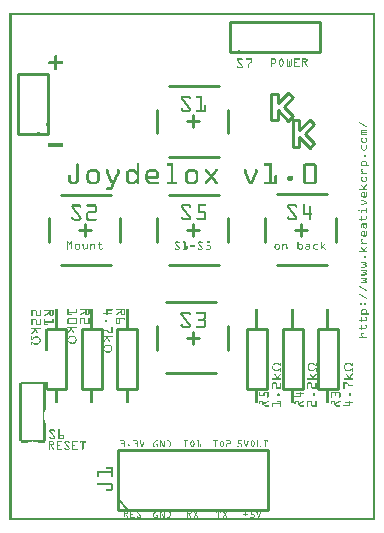
<source format=gto>
G04 MADE WITH FRITZING*
G04 WWW.FRITZING.ORG*
G04 DOUBLE SIDED*
G04 HOLES PLATED*
G04 CONTOUR ON CENTER OF CONTOUR VECTOR*
%ASAXBY*%
%FSLAX23Y23*%
%MOIN*%
%OFA0B0*%
%SFA1.0B1.0*%
%ADD10C,0.010000*%
%ADD11C,0.005000*%
%ADD12R,0.001000X0.001000*%
%LNSILK1*%
G90*
G70*
G54D10*
X734Y1564D02*
X1034Y1564D01*
D02*
X1034Y1564D02*
X1034Y1664D01*
D02*
X1034Y1664D02*
X734Y1664D01*
D02*
X734Y1664D02*
X734Y1564D01*
D02*
X128Y1289D02*
X128Y1489D01*
D02*
X128Y1489D02*
X28Y1489D01*
D02*
X28Y1489D02*
X28Y1289D01*
D02*
X28Y1289D02*
X128Y1289D01*
D02*
X361Y36D02*
X861Y36D01*
D02*
X861Y36D02*
X861Y236D01*
D02*
X861Y236D02*
X361Y236D01*
D02*
X361Y236D02*
X361Y36D01*
G54D11*
D02*
X396Y36D02*
X361Y71D01*
G54D10*
D02*
X730Y1370D02*
X730Y1292D01*
D02*
X533Y1449D02*
X700Y1449D01*
D02*
X533Y1213D02*
X700Y1213D01*
D02*
X493Y1370D02*
X493Y1292D01*
D02*
X611Y1351D02*
X611Y1311D01*
D02*
X631Y1331D02*
X592Y1331D01*
D02*
X370Y1008D02*
X370Y929D01*
D02*
X173Y1087D02*
X340Y1087D01*
D02*
X173Y851D02*
X340Y851D01*
D02*
X133Y1008D02*
X133Y929D01*
D02*
X252Y989D02*
X252Y949D01*
D02*
X271Y969D02*
X232Y969D01*
D02*
X493Y570D02*
X493Y649D01*
D02*
X690Y491D02*
X523Y491D01*
D02*
X690Y728D02*
X523Y728D01*
D02*
X730Y570D02*
X730Y649D01*
D02*
X611Y590D02*
X611Y629D01*
D02*
X592Y609D02*
X631Y609D01*
D02*
X1089Y1009D02*
X1089Y930D01*
D02*
X892Y1088D02*
X1059Y1088D01*
D02*
X892Y852D02*
X1059Y852D01*
D02*
X853Y1009D02*
X853Y930D01*
D02*
X971Y990D02*
X971Y950D01*
D02*
X991Y970D02*
X951Y970D01*
D02*
X730Y1009D02*
X730Y930D01*
D02*
X533Y1087D02*
X700Y1087D01*
D02*
X533Y851D02*
X700Y851D01*
D02*
X493Y1009D02*
X493Y930D01*
D02*
X611Y989D02*
X611Y950D01*
D02*
X631Y969D02*
X592Y969D01*
D02*
X190Y639D02*
X190Y439D01*
D02*
X190Y439D02*
X124Y439D01*
D02*
X124Y639D02*
X190Y639D01*
D02*
X308Y639D02*
X308Y439D01*
D02*
X308Y439D02*
X242Y439D01*
D02*
X242Y439D02*
X242Y639D01*
D02*
X242Y639D02*
X308Y639D01*
D02*
X1096Y639D02*
X1096Y439D01*
D02*
X1096Y439D02*
X1030Y439D01*
D02*
X1030Y439D02*
X1030Y639D01*
D02*
X1030Y639D02*
X1096Y639D01*
D02*
X978Y639D02*
X978Y439D01*
D02*
X978Y439D02*
X912Y439D01*
D02*
X912Y439D02*
X912Y639D01*
D02*
X912Y639D02*
X978Y639D01*
D02*
X859Y639D02*
X859Y439D01*
D02*
X859Y439D02*
X793Y439D01*
D02*
X793Y439D02*
X793Y639D01*
D02*
X793Y639D02*
X859Y639D01*
D02*
X426Y639D02*
X426Y439D01*
D02*
X426Y439D02*
X360Y439D01*
D02*
X360Y439D02*
X360Y639D01*
D02*
X360Y639D02*
X426Y639D01*
X945Y1348D02*
X930Y1333D01*
X894Y1369D01*
X894Y1336D01*
X873Y1335D01*
X873Y1424D01*
X894Y1424D01*
X894Y1391D01*
X930Y1426D01*
X945Y1411D01*
X914Y1379D01*
X945Y1348D01*
D02*
X986Y1290D02*
X1017Y1259D01*
X1002Y1244D01*
X967Y1280D01*
X967Y1247D01*
X946Y1247D01*
X945Y1335D01*
X966Y1335D01*
X966Y1302D01*
X1001Y1337D01*
X1016Y1322D01*
X986Y1290D01*
D02*
G54D12*
X0Y1693D02*
X1219Y1693D01*
X0Y1692D02*
X1219Y1692D01*
X0Y1691D02*
X1219Y1691D01*
X0Y1690D02*
X1219Y1690D01*
X0Y1689D02*
X1219Y1689D01*
X0Y1688D02*
X1219Y1688D01*
X0Y1687D02*
X1219Y1687D01*
X0Y1686D02*
X1219Y1686D01*
X0Y1685D02*
X7Y1685D01*
X1212Y1685D02*
X1219Y1685D01*
X0Y1684D02*
X7Y1684D01*
X1212Y1684D02*
X1219Y1684D01*
X0Y1683D02*
X7Y1683D01*
X1212Y1683D02*
X1219Y1683D01*
X0Y1682D02*
X7Y1682D01*
X1212Y1682D02*
X1219Y1682D01*
X0Y1681D02*
X7Y1681D01*
X1212Y1681D02*
X1219Y1681D01*
X0Y1680D02*
X7Y1680D01*
X1212Y1680D02*
X1219Y1680D01*
X0Y1679D02*
X7Y1679D01*
X1212Y1679D02*
X1219Y1679D01*
X0Y1678D02*
X7Y1678D01*
X1212Y1678D02*
X1219Y1678D01*
X0Y1677D02*
X7Y1677D01*
X1212Y1677D02*
X1219Y1677D01*
X0Y1676D02*
X7Y1676D01*
X1212Y1676D02*
X1219Y1676D01*
X0Y1675D02*
X7Y1675D01*
X1212Y1675D02*
X1219Y1675D01*
X0Y1674D02*
X7Y1674D01*
X1212Y1674D02*
X1219Y1674D01*
X0Y1673D02*
X7Y1673D01*
X1212Y1673D02*
X1219Y1673D01*
X0Y1672D02*
X7Y1672D01*
X1212Y1672D02*
X1219Y1672D01*
X0Y1671D02*
X7Y1671D01*
X1212Y1671D02*
X1219Y1671D01*
X0Y1670D02*
X7Y1670D01*
X1212Y1670D02*
X1219Y1670D01*
X0Y1669D02*
X7Y1669D01*
X1212Y1669D02*
X1219Y1669D01*
X0Y1668D02*
X7Y1668D01*
X1212Y1668D02*
X1219Y1668D01*
X0Y1667D02*
X7Y1667D01*
X1212Y1667D02*
X1219Y1667D01*
X0Y1666D02*
X7Y1666D01*
X1212Y1666D02*
X1219Y1666D01*
X0Y1665D02*
X7Y1665D01*
X1212Y1665D02*
X1219Y1665D01*
X0Y1664D02*
X7Y1664D01*
X1212Y1664D02*
X1219Y1664D01*
X0Y1663D02*
X7Y1663D01*
X1212Y1663D02*
X1219Y1663D01*
X0Y1662D02*
X7Y1662D01*
X1212Y1662D02*
X1219Y1662D01*
X0Y1661D02*
X7Y1661D01*
X1212Y1661D02*
X1219Y1661D01*
X0Y1660D02*
X7Y1660D01*
X1212Y1660D02*
X1219Y1660D01*
X0Y1659D02*
X7Y1659D01*
X1212Y1659D02*
X1219Y1659D01*
X0Y1658D02*
X7Y1658D01*
X1212Y1658D02*
X1219Y1658D01*
X0Y1657D02*
X7Y1657D01*
X1212Y1657D02*
X1219Y1657D01*
X0Y1656D02*
X7Y1656D01*
X1212Y1656D02*
X1219Y1656D01*
X0Y1655D02*
X7Y1655D01*
X1212Y1655D02*
X1219Y1655D01*
X0Y1654D02*
X7Y1654D01*
X1212Y1654D02*
X1219Y1654D01*
X0Y1653D02*
X7Y1653D01*
X1212Y1653D02*
X1219Y1653D01*
X0Y1652D02*
X7Y1652D01*
X1212Y1652D02*
X1219Y1652D01*
X0Y1651D02*
X7Y1651D01*
X1212Y1651D02*
X1219Y1651D01*
X0Y1650D02*
X7Y1650D01*
X1212Y1650D02*
X1219Y1650D01*
X0Y1649D02*
X7Y1649D01*
X1212Y1649D02*
X1219Y1649D01*
X0Y1648D02*
X7Y1648D01*
X1212Y1648D02*
X1219Y1648D01*
X0Y1647D02*
X7Y1647D01*
X1212Y1647D02*
X1219Y1647D01*
X0Y1646D02*
X7Y1646D01*
X1212Y1646D02*
X1219Y1646D01*
X0Y1645D02*
X7Y1645D01*
X1212Y1645D02*
X1219Y1645D01*
X0Y1644D02*
X7Y1644D01*
X1212Y1644D02*
X1219Y1644D01*
X0Y1643D02*
X7Y1643D01*
X1212Y1643D02*
X1219Y1643D01*
X0Y1642D02*
X7Y1642D01*
X1212Y1642D02*
X1219Y1642D01*
X0Y1641D02*
X7Y1641D01*
X1212Y1641D02*
X1219Y1641D01*
X0Y1640D02*
X7Y1640D01*
X1212Y1640D02*
X1219Y1640D01*
X0Y1639D02*
X7Y1639D01*
X1212Y1639D02*
X1219Y1639D01*
X0Y1638D02*
X7Y1638D01*
X1212Y1638D02*
X1219Y1638D01*
X0Y1637D02*
X7Y1637D01*
X1212Y1637D02*
X1219Y1637D01*
X0Y1636D02*
X7Y1636D01*
X1212Y1636D02*
X1219Y1636D01*
X0Y1635D02*
X7Y1635D01*
X1212Y1635D02*
X1219Y1635D01*
X0Y1634D02*
X7Y1634D01*
X1212Y1634D02*
X1219Y1634D01*
X0Y1633D02*
X7Y1633D01*
X1212Y1633D02*
X1219Y1633D01*
X0Y1632D02*
X7Y1632D01*
X1212Y1632D02*
X1219Y1632D01*
X0Y1631D02*
X7Y1631D01*
X1212Y1631D02*
X1219Y1631D01*
X0Y1630D02*
X7Y1630D01*
X1212Y1630D02*
X1219Y1630D01*
X0Y1629D02*
X7Y1629D01*
X1212Y1629D02*
X1219Y1629D01*
X0Y1628D02*
X7Y1628D01*
X1212Y1628D02*
X1219Y1628D01*
X0Y1627D02*
X7Y1627D01*
X1212Y1627D02*
X1219Y1627D01*
X0Y1626D02*
X7Y1626D01*
X1212Y1626D02*
X1219Y1626D01*
X0Y1625D02*
X7Y1625D01*
X1212Y1625D02*
X1219Y1625D01*
X0Y1624D02*
X7Y1624D01*
X1212Y1624D02*
X1219Y1624D01*
X0Y1623D02*
X7Y1623D01*
X1212Y1623D02*
X1219Y1623D01*
X0Y1622D02*
X7Y1622D01*
X1212Y1622D02*
X1219Y1622D01*
X0Y1621D02*
X7Y1621D01*
X1212Y1621D02*
X1219Y1621D01*
X0Y1620D02*
X7Y1620D01*
X1212Y1620D02*
X1219Y1620D01*
X0Y1619D02*
X7Y1619D01*
X1212Y1619D02*
X1219Y1619D01*
X0Y1618D02*
X7Y1618D01*
X1212Y1618D02*
X1219Y1618D01*
X0Y1617D02*
X7Y1617D01*
X1212Y1617D02*
X1219Y1617D01*
X0Y1616D02*
X7Y1616D01*
X1212Y1616D02*
X1219Y1616D01*
X0Y1615D02*
X7Y1615D01*
X1212Y1615D02*
X1219Y1615D01*
X0Y1614D02*
X7Y1614D01*
X1212Y1614D02*
X1219Y1614D01*
X0Y1613D02*
X7Y1613D01*
X1212Y1613D02*
X1219Y1613D01*
X0Y1612D02*
X7Y1612D01*
X1212Y1612D02*
X1219Y1612D01*
X0Y1611D02*
X7Y1611D01*
X1212Y1611D02*
X1219Y1611D01*
X0Y1610D02*
X7Y1610D01*
X1212Y1610D02*
X1219Y1610D01*
X0Y1609D02*
X7Y1609D01*
X1212Y1609D02*
X1219Y1609D01*
X0Y1608D02*
X7Y1608D01*
X1212Y1608D02*
X1219Y1608D01*
X0Y1607D02*
X7Y1607D01*
X1212Y1607D02*
X1219Y1607D01*
X0Y1606D02*
X7Y1606D01*
X1212Y1606D02*
X1219Y1606D01*
X0Y1605D02*
X7Y1605D01*
X1212Y1605D02*
X1219Y1605D01*
X0Y1604D02*
X7Y1604D01*
X1212Y1604D02*
X1219Y1604D01*
X0Y1603D02*
X7Y1603D01*
X1212Y1603D02*
X1219Y1603D01*
X0Y1602D02*
X7Y1602D01*
X1212Y1602D02*
X1219Y1602D01*
X0Y1601D02*
X7Y1601D01*
X735Y1601D02*
X735Y1601D01*
X1212Y1601D02*
X1219Y1601D01*
X0Y1600D02*
X7Y1600D01*
X734Y1600D02*
X736Y1600D01*
X1212Y1600D02*
X1219Y1600D01*
X0Y1599D02*
X7Y1599D01*
X733Y1599D02*
X737Y1599D01*
X1212Y1599D02*
X1219Y1599D01*
X0Y1598D02*
X7Y1598D01*
X732Y1598D02*
X738Y1598D01*
X1212Y1598D02*
X1219Y1598D01*
X0Y1597D02*
X7Y1597D01*
X733Y1597D02*
X739Y1597D01*
X1212Y1597D02*
X1219Y1597D01*
X0Y1596D02*
X7Y1596D01*
X734Y1596D02*
X739Y1596D01*
X1212Y1596D02*
X1219Y1596D01*
X0Y1595D02*
X7Y1595D01*
X735Y1595D02*
X739Y1595D01*
X1212Y1595D02*
X1219Y1595D01*
X0Y1594D02*
X7Y1594D01*
X736Y1594D02*
X739Y1594D01*
X1212Y1594D02*
X1219Y1594D01*
X0Y1593D02*
X7Y1593D01*
X737Y1593D02*
X739Y1593D01*
X1212Y1593D02*
X1219Y1593D01*
X0Y1592D02*
X7Y1592D01*
X738Y1592D02*
X739Y1592D01*
X1212Y1592D02*
X1219Y1592D01*
X0Y1591D02*
X7Y1591D01*
X739Y1591D02*
X739Y1591D01*
X1212Y1591D02*
X1219Y1591D01*
X0Y1590D02*
X7Y1590D01*
X1212Y1590D02*
X1219Y1590D01*
X0Y1589D02*
X7Y1589D01*
X1212Y1589D02*
X1219Y1589D01*
X0Y1588D02*
X7Y1588D01*
X1212Y1588D02*
X1219Y1588D01*
X0Y1587D02*
X7Y1587D01*
X1212Y1587D02*
X1219Y1587D01*
X0Y1586D02*
X7Y1586D01*
X1212Y1586D02*
X1219Y1586D01*
X0Y1585D02*
X7Y1585D01*
X1212Y1585D02*
X1219Y1585D01*
X0Y1584D02*
X7Y1584D01*
X1212Y1584D02*
X1219Y1584D01*
X0Y1583D02*
X7Y1583D01*
X1212Y1583D02*
X1219Y1583D01*
X0Y1582D02*
X7Y1582D01*
X1212Y1582D02*
X1219Y1582D01*
X0Y1581D02*
X7Y1581D01*
X1212Y1581D02*
X1219Y1581D01*
X0Y1580D02*
X7Y1580D01*
X1212Y1580D02*
X1219Y1580D01*
X0Y1579D02*
X7Y1579D01*
X1212Y1579D02*
X1219Y1579D01*
X0Y1578D02*
X7Y1578D01*
X1212Y1578D02*
X1219Y1578D01*
X0Y1577D02*
X7Y1577D01*
X1212Y1577D02*
X1219Y1577D01*
X0Y1576D02*
X7Y1576D01*
X1212Y1576D02*
X1219Y1576D01*
X0Y1575D02*
X7Y1575D01*
X1212Y1575D02*
X1219Y1575D01*
X0Y1574D02*
X7Y1574D01*
X1212Y1574D02*
X1219Y1574D01*
X0Y1573D02*
X7Y1573D01*
X1212Y1573D02*
X1219Y1573D01*
X0Y1572D02*
X7Y1572D01*
X1212Y1572D02*
X1219Y1572D01*
X0Y1571D02*
X7Y1571D01*
X1212Y1571D02*
X1219Y1571D01*
X0Y1570D02*
X7Y1570D01*
X760Y1570D02*
X766Y1570D01*
X1212Y1570D02*
X1219Y1570D01*
X0Y1569D02*
X7Y1569D01*
X761Y1569D02*
X767Y1569D01*
X1212Y1569D02*
X1219Y1569D01*
X0Y1568D02*
X7Y1568D01*
X762Y1568D02*
X768Y1568D01*
X1212Y1568D02*
X1219Y1568D01*
X0Y1567D02*
X7Y1567D01*
X763Y1567D02*
X769Y1567D01*
X1212Y1567D02*
X1219Y1567D01*
X0Y1566D02*
X7Y1566D01*
X764Y1566D02*
X769Y1566D01*
X1212Y1566D02*
X1219Y1566D01*
X0Y1565D02*
X7Y1565D01*
X765Y1565D02*
X768Y1565D01*
X1212Y1565D02*
X1219Y1565D01*
X0Y1564D02*
X7Y1564D01*
X766Y1564D02*
X767Y1564D01*
X1212Y1564D02*
X1219Y1564D01*
X0Y1563D02*
X7Y1563D01*
X1212Y1563D02*
X1219Y1563D01*
X0Y1562D02*
X7Y1562D01*
X1212Y1562D02*
X1219Y1562D01*
X0Y1561D02*
X7Y1561D01*
X1212Y1561D02*
X1219Y1561D01*
X0Y1560D02*
X7Y1560D01*
X1212Y1560D02*
X1219Y1560D01*
X0Y1559D02*
X7Y1559D01*
X1212Y1559D02*
X1219Y1559D01*
X0Y1558D02*
X7Y1558D01*
X1212Y1558D02*
X1219Y1558D01*
X0Y1557D02*
X7Y1557D01*
X1212Y1557D02*
X1219Y1557D01*
X0Y1556D02*
X7Y1556D01*
X1212Y1556D02*
X1219Y1556D01*
X0Y1555D02*
X7Y1555D01*
X1212Y1555D02*
X1219Y1555D01*
X0Y1554D02*
X7Y1554D01*
X1212Y1554D02*
X1219Y1554D01*
X0Y1553D02*
X7Y1553D01*
X1212Y1553D02*
X1219Y1553D01*
X0Y1552D02*
X7Y1552D01*
X1212Y1552D02*
X1219Y1552D01*
X0Y1551D02*
X7Y1551D01*
X152Y1551D02*
X157Y1551D01*
X1212Y1551D02*
X1219Y1551D01*
X0Y1550D02*
X7Y1550D01*
X151Y1550D02*
X158Y1550D01*
X1212Y1550D02*
X1219Y1550D01*
X0Y1549D02*
X7Y1549D01*
X151Y1549D02*
X159Y1549D01*
X1212Y1549D02*
X1219Y1549D01*
X0Y1548D02*
X7Y1548D01*
X150Y1548D02*
X159Y1548D01*
X1212Y1548D02*
X1219Y1548D01*
X0Y1547D02*
X7Y1547D01*
X150Y1547D02*
X159Y1547D01*
X1212Y1547D02*
X1219Y1547D01*
X0Y1546D02*
X7Y1546D01*
X150Y1546D02*
X159Y1546D01*
X1212Y1546D02*
X1219Y1546D01*
X0Y1545D02*
X7Y1545D01*
X150Y1545D02*
X159Y1545D01*
X1212Y1545D02*
X1219Y1545D01*
X0Y1544D02*
X7Y1544D01*
X150Y1544D02*
X159Y1544D01*
X1212Y1544D02*
X1219Y1544D01*
X0Y1543D02*
X7Y1543D01*
X150Y1543D02*
X159Y1543D01*
X1212Y1543D02*
X1219Y1543D01*
X0Y1542D02*
X7Y1542D01*
X150Y1542D02*
X159Y1542D01*
X1212Y1542D02*
X1219Y1542D01*
X0Y1541D02*
X7Y1541D01*
X150Y1541D02*
X159Y1541D01*
X760Y1541D02*
X775Y1541D01*
X789Y1541D02*
X808Y1541D01*
X872Y1541D02*
X884Y1541D01*
X906Y1541D02*
X907Y1541D01*
X926Y1541D02*
X926Y1541D01*
X940Y1541D02*
X940Y1541D01*
X951Y1541D02*
X967Y1541D01*
X977Y1541D02*
X989Y1541D01*
X1212Y1541D02*
X1219Y1541D01*
X0Y1540D02*
X7Y1540D01*
X150Y1540D02*
X159Y1540D01*
X759Y1540D02*
X776Y1540D01*
X788Y1540D02*
X808Y1540D01*
X872Y1540D02*
X887Y1540D01*
X904Y1540D02*
X909Y1540D01*
X925Y1540D02*
X927Y1540D01*
X939Y1540D02*
X941Y1540D01*
X951Y1540D02*
X968Y1540D01*
X977Y1540D02*
X992Y1540D01*
X1212Y1540D02*
X1219Y1540D01*
X0Y1539D02*
X7Y1539D01*
X150Y1539D02*
X159Y1539D01*
X759Y1539D02*
X777Y1539D01*
X788Y1539D02*
X808Y1539D01*
X872Y1539D02*
X888Y1539D01*
X903Y1539D02*
X910Y1539D01*
X925Y1539D02*
X927Y1539D01*
X939Y1539D02*
X942Y1539D01*
X951Y1539D02*
X968Y1539D01*
X977Y1539D02*
X993Y1539D01*
X1212Y1539D02*
X1219Y1539D01*
X0Y1538D02*
X7Y1538D01*
X150Y1538D02*
X159Y1538D01*
X758Y1538D02*
X778Y1538D01*
X788Y1538D02*
X808Y1538D01*
X872Y1538D02*
X889Y1538D01*
X903Y1538D02*
X911Y1538D01*
X925Y1538D02*
X927Y1538D01*
X939Y1538D02*
X942Y1538D01*
X951Y1538D02*
X967Y1538D01*
X977Y1538D02*
X994Y1538D01*
X1212Y1538D02*
X1219Y1538D01*
X0Y1537D02*
X7Y1537D01*
X150Y1537D02*
X159Y1537D01*
X758Y1537D02*
X761Y1537D01*
X774Y1537D02*
X778Y1537D01*
X789Y1537D02*
X791Y1537D01*
X805Y1537D02*
X808Y1537D01*
X872Y1537D02*
X875Y1537D01*
X886Y1537D02*
X889Y1537D01*
X902Y1537D02*
X906Y1537D01*
X908Y1537D02*
X911Y1537D01*
X925Y1537D02*
X927Y1537D01*
X939Y1537D02*
X942Y1537D01*
X951Y1537D02*
X954Y1537D01*
X977Y1537D02*
X980Y1537D01*
X991Y1537D02*
X994Y1537D01*
X1212Y1537D02*
X1219Y1537D01*
X0Y1536D02*
X7Y1536D01*
X150Y1536D02*
X159Y1536D01*
X758Y1536D02*
X762Y1536D01*
X775Y1536D02*
X778Y1536D01*
X790Y1536D02*
X790Y1536D01*
X805Y1536D02*
X808Y1536D01*
X872Y1536D02*
X875Y1536D01*
X886Y1536D02*
X889Y1536D01*
X902Y1536D02*
X905Y1536D01*
X909Y1536D02*
X912Y1536D01*
X925Y1536D02*
X927Y1536D01*
X939Y1536D02*
X942Y1536D01*
X951Y1536D02*
X953Y1536D01*
X977Y1536D02*
X980Y1536D01*
X991Y1536D02*
X994Y1536D01*
X1212Y1536D02*
X1219Y1536D01*
X0Y1535D02*
X7Y1535D01*
X150Y1535D02*
X159Y1535D01*
X759Y1535D02*
X763Y1535D01*
X775Y1535D02*
X778Y1535D01*
X805Y1535D02*
X808Y1535D01*
X872Y1535D02*
X875Y1535D01*
X886Y1535D02*
X889Y1535D01*
X901Y1535D02*
X904Y1535D01*
X909Y1535D02*
X912Y1535D01*
X925Y1535D02*
X927Y1535D01*
X939Y1535D02*
X942Y1535D01*
X951Y1535D02*
X953Y1535D01*
X977Y1535D02*
X980Y1535D01*
X991Y1535D02*
X994Y1535D01*
X1212Y1535D02*
X1219Y1535D01*
X0Y1534D02*
X7Y1534D01*
X150Y1534D02*
X159Y1534D01*
X759Y1534D02*
X764Y1534D01*
X805Y1534D02*
X808Y1534D01*
X872Y1534D02*
X875Y1534D01*
X886Y1534D02*
X889Y1534D01*
X901Y1534D02*
X904Y1534D01*
X910Y1534D02*
X913Y1534D01*
X925Y1534D02*
X927Y1534D01*
X939Y1534D02*
X942Y1534D01*
X951Y1534D02*
X953Y1534D01*
X977Y1534D02*
X980Y1534D01*
X991Y1534D02*
X994Y1534D01*
X1212Y1534D02*
X1219Y1534D01*
X0Y1533D02*
X7Y1533D01*
X150Y1533D02*
X159Y1533D01*
X760Y1533D02*
X764Y1533D01*
X805Y1533D02*
X808Y1533D01*
X872Y1533D02*
X875Y1533D01*
X886Y1533D02*
X889Y1533D01*
X900Y1533D02*
X903Y1533D01*
X910Y1533D02*
X913Y1533D01*
X925Y1533D02*
X927Y1533D01*
X939Y1533D02*
X942Y1533D01*
X951Y1533D02*
X953Y1533D01*
X977Y1533D02*
X980Y1533D01*
X991Y1533D02*
X994Y1533D01*
X1212Y1533D02*
X1219Y1533D01*
X0Y1532D02*
X7Y1532D01*
X135Y1532D02*
X175Y1532D01*
X761Y1532D02*
X765Y1532D01*
X805Y1532D02*
X808Y1532D01*
X872Y1532D02*
X875Y1532D01*
X886Y1532D02*
X889Y1532D01*
X900Y1532D02*
X903Y1532D01*
X911Y1532D02*
X914Y1532D01*
X925Y1532D02*
X927Y1532D01*
X939Y1532D02*
X942Y1532D01*
X951Y1532D02*
X953Y1532D01*
X977Y1532D02*
X980Y1532D01*
X990Y1532D02*
X994Y1532D01*
X1212Y1532D02*
X1219Y1532D01*
X0Y1531D02*
X7Y1531D01*
X132Y1531D02*
X177Y1531D01*
X762Y1531D02*
X766Y1531D01*
X805Y1531D02*
X808Y1531D01*
X872Y1531D02*
X875Y1531D01*
X886Y1531D02*
X889Y1531D01*
X899Y1531D02*
X902Y1531D01*
X911Y1531D02*
X914Y1531D01*
X925Y1531D02*
X927Y1531D01*
X932Y1531D02*
X934Y1531D01*
X939Y1531D02*
X942Y1531D01*
X951Y1531D02*
X953Y1531D01*
X977Y1531D02*
X993Y1531D01*
X1212Y1531D02*
X1219Y1531D01*
X0Y1530D02*
X7Y1530D01*
X131Y1530D02*
X178Y1530D01*
X762Y1530D02*
X767Y1530D01*
X805Y1530D02*
X808Y1530D01*
X872Y1530D02*
X875Y1530D01*
X886Y1530D02*
X889Y1530D01*
X899Y1530D02*
X902Y1530D01*
X912Y1530D02*
X915Y1530D01*
X925Y1530D02*
X927Y1530D01*
X932Y1530D02*
X934Y1530D01*
X939Y1530D02*
X942Y1530D01*
X951Y1530D02*
X953Y1530D01*
X977Y1530D02*
X993Y1530D01*
X1212Y1530D02*
X1219Y1530D01*
X0Y1529D02*
X7Y1529D01*
X131Y1529D02*
X179Y1529D01*
X763Y1529D02*
X768Y1529D01*
X804Y1529D02*
X808Y1529D01*
X872Y1529D02*
X875Y1529D01*
X886Y1529D02*
X889Y1529D01*
X899Y1529D02*
X901Y1529D01*
X912Y1529D02*
X915Y1529D01*
X925Y1529D02*
X927Y1529D01*
X932Y1529D02*
X934Y1529D01*
X939Y1529D02*
X942Y1529D01*
X951Y1529D02*
X954Y1529D01*
X977Y1529D02*
X991Y1529D01*
X1212Y1529D02*
X1219Y1529D01*
X0Y1528D02*
X7Y1528D01*
X131Y1528D02*
X179Y1528D01*
X764Y1528D02*
X768Y1528D01*
X802Y1528D02*
X808Y1528D01*
X872Y1528D02*
X875Y1528D01*
X886Y1528D02*
X889Y1528D01*
X898Y1528D02*
X901Y1528D01*
X913Y1528D02*
X915Y1528D01*
X925Y1528D02*
X927Y1528D01*
X932Y1528D02*
X934Y1528D01*
X939Y1528D02*
X942Y1528D01*
X951Y1528D02*
X960Y1528D01*
X977Y1528D02*
X980Y1528D01*
X983Y1528D02*
X987Y1528D01*
X1212Y1528D02*
X1219Y1528D01*
X0Y1527D02*
X7Y1527D01*
X130Y1527D02*
X179Y1527D01*
X765Y1527D02*
X769Y1527D01*
X801Y1527D02*
X807Y1527D01*
X872Y1527D02*
X889Y1527D01*
X898Y1527D02*
X901Y1527D01*
X913Y1527D02*
X915Y1527D01*
X925Y1527D02*
X927Y1527D01*
X932Y1527D02*
X934Y1527D01*
X939Y1527D02*
X942Y1527D01*
X951Y1527D02*
X961Y1527D01*
X977Y1527D02*
X980Y1527D01*
X984Y1527D02*
X987Y1527D01*
X1212Y1527D02*
X1219Y1527D01*
X0Y1526D02*
X7Y1526D01*
X131Y1526D02*
X179Y1526D01*
X765Y1526D02*
X770Y1526D01*
X800Y1526D02*
X806Y1526D01*
X872Y1526D02*
X888Y1526D01*
X898Y1526D02*
X901Y1526D01*
X912Y1526D02*
X915Y1526D01*
X925Y1526D02*
X927Y1526D01*
X932Y1526D02*
X934Y1526D01*
X939Y1526D02*
X942Y1526D01*
X951Y1526D02*
X960Y1526D01*
X977Y1526D02*
X980Y1526D01*
X985Y1526D02*
X988Y1526D01*
X1212Y1526D02*
X1219Y1526D01*
X0Y1525D02*
X7Y1525D01*
X131Y1525D02*
X179Y1525D01*
X766Y1525D02*
X771Y1525D01*
X799Y1525D02*
X804Y1525D01*
X872Y1525D02*
X887Y1525D01*
X899Y1525D02*
X901Y1525D01*
X912Y1525D02*
X915Y1525D01*
X925Y1525D02*
X927Y1525D01*
X932Y1525D02*
X934Y1525D01*
X939Y1525D02*
X942Y1525D01*
X951Y1525D02*
X954Y1525D01*
X977Y1525D02*
X980Y1525D01*
X985Y1525D02*
X988Y1525D01*
X1212Y1525D02*
X1219Y1525D01*
X0Y1524D02*
X7Y1524D01*
X131Y1524D02*
X178Y1524D01*
X767Y1524D02*
X771Y1524D01*
X798Y1524D02*
X803Y1524D01*
X872Y1524D02*
X886Y1524D01*
X899Y1524D02*
X902Y1524D01*
X912Y1524D02*
X915Y1524D01*
X925Y1524D02*
X927Y1524D01*
X932Y1524D02*
X934Y1524D01*
X939Y1524D02*
X942Y1524D01*
X951Y1524D02*
X953Y1524D01*
X977Y1524D02*
X980Y1524D01*
X986Y1524D02*
X989Y1524D01*
X1212Y1524D02*
X1219Y1524D01*
X0Y1523D02*
X7Y1523D01*
X133Y1523D02*
X177Y1523D01*
X768Y1523D02*
X772Y1523D01*
X797Y1523D02*
X802Y1523D01*
X872Y1523D02*
X875Y1523D01*
X899Y1523D02*
X902Y1523D01*
X911Y1523D02*
X914Y1523D01*
X925Y1523D02*
X927Y1523D01*
X932Y1523D02*
X934Y1523D01*
X939Y1523D02*
X942Y1523D01*
X951Y1523D02*
X953Y1523D01*
X977Y1523D02*
X980Y1523D01*
X986Y1523D02*
X990Y1523D01*
X1212Y1523D02*
X1219Y1523D01*
X0Y1522D02*
X7Y1522D01*
X150Y1522D02*
X160Y1522D01*
X769Y1522D02*
X773Y1522D01*
X797Y1522D02*
X801Y1522D01*
X872Y1522D02*
X875Y1522D01*
X900Y1522D02*
X903Y1522D01*
X911Y1522D02*
X914Y1522D01*
X925Y1522D02*
X927Y1522D01*
X932Y1522D02*
X934Y1522D01*
X939Y1522D02*
X942Y1522D01*
X951Y1522D02*
X953Y1522D01*
X977Y1522D02*
X980Y1522D01*
X987Y1522D02*
X990Y1522D01*
X1212Y1522D02*
X1219Y1522D01*
X0Y1521D02*
X7Y1521D01*
X150Y1521D02*
X159Y1521D01*
X769Y1521D02*
X774Y1521D01*
X797Y1521D02*
X800Y1521D01*
X872Y1521D02*
X875Y1521D01*
X900Y1521D02*
X903Y1521D01*
X910Y1521D02*
X913Y1521D01*
X925Y1521D02*
X927Y1521D01*
X932Y1521D02*
X934Y1521D01*
X939Y1521D02*
X942Y1521D01*
X951Y1521D02*
X953Y1521D01*
X977Y1521D02*
X980Y1521D01*
X987Y1521D02*
X991Y1521D01*
X1212Y1521D02*
X1219Y1521D01*
X0Y1520D02*
X7Y1520D01*
X150Y1520D02*
X159Y1520D01*
X770Y1520D02*
X775Y1520D01*
X797Y1520D02*
X800Y1520D01*
X872Y1520D02*
X875Y1520D01*
X901Y1520D02*
X904Y1520D01*
X910Y1520D02*
X913Y1520D01*
X925Y1520D02*
X927Y1520D01*
X932Y1520D02*
X934Y1520D01*
X939Y1520D02*
X942Y1520D01*
X951Y1520D02*
X953Y1520D01*
X977Y1520D02*
X980Y1520D01*
X988Y1520D02*
X991Y1520D01*
X1212Y1520D02*
X1219Y1520D01*
X0Y1519D02*
X7Y1519D01*
X150Y1519D02*
X159Y1519D01*
X771Y1519D02*
X775Y1519D01*
X797Y1519D02*
X800Y1519D01*
X872Y1519D02*
X875Y1519D01*
X901Y1519D02*
X904Y1519D01*
X909Y1519D02*
X912Y1519D01*
X925Y1519D02*
X927Y1519D01*
X932Y1519D02*
X934Y1519D01*
X939Y1519D02*
X942Y1519D01*
X951Y1519D02*
X953Y1519D01*
X977Y1519D02*
X980Y1519D01*
X989Y1519D02*
X992Y1519D01*
X1212Y1519D02*
X1219Y1519D01*
X0Y1518D02*
X7Y1518D01*
X150Y1518D02*
X159Y1518D01*
X772Y1518D02*
X776Y1518D01*
X797Y1518D02*
X800Y1518D01*
X872Y1518D02*
X875Y1518D01*
X902Y1518D02*
X905Y1518D01*
X909Y1518D02*
X912Y1518D01*
X925Y1518D02*
X927Y1518D01*
X932Y1518D02*
X935Y1518D01*
X939Y1518D02*
X942Y1518D01*
X951Y1518D02*
X953Y1518D01*
X977Y1518D02*
X980Y1518D01*
X989Y1518D02*
X993Y1518D01*
X1212Y1518D02*
X1219Y1518D01*
X0Y1517D02*
X7Y1517D01*
X150Y1517D02*
X159Y1517D01*
X760Y1517D02*
X760Y1517D01*
X772Y1517D02*
X777Y1517D01*
X797Y1517D02*
X800Y1517D01*
X872Y1517D02*
X875Y1517D01*
X902Y1517D02*
X905Y1517D01*
X908Y1517D02*
X911Y1517D01*
X925Y1517D02*
X928Y1517D01*
X931Y1517D02*
X935Y1517D01*
X938Y1517D02*
X941Y1517D01*
X951Y1517D02*
X953Y1517D01*
X977Y1517D02*
X980Y1517D01*
X990Y1517D02*
X993Y1517D01*
X1212Y1517D02*
X1219Y1517D01*
X0Y1516D02*
X7Y1516D01*
X150Y1516D02*
X159Y1516D01*
X759Y1516D02*
X761Y1516D01*
X773Y1516D02*
X777Y1516D01*
X797Y1516D02*
X800Y1516D01*
X872Y1516D02*
X875Y1516D01*
X903Y1516D02*
X911Y1516D01*
X925Y1516D02*
X941Y1516D01*
X951Y1516D02*
X967Y1516D01*
X977Y1516D02*
X980Y1516D01*
X990Y1516D02*
X994Y1516D01*
X1212Y1516D02*
X1219Y1516D01*
X0Y1515D02*
X7Y1515D01*
X150Y1515D02*
X159Y1515D01*
X758Y1515D02*
X761Y1515D01*
X774Y1515D02*
X778Y1515D01*
X797Y1515D02*
X800Y1515D01*
X872Y1515D02*
X875Y1515D01*
X903Y1515D02*
X910Y1515D01*
X926Y1515D02*
X940Y1515D01*
X951Y1515D02*
X968Y1515D01*
X977Y1515D02*
X980Y1515D01*
X991Y1515D02*
X994Y1515D01*
X1212Y1515D02*
X1219Y1515D01*
X0Y1514D02*
X7Y1514D01*
X150Y1514D02*
X159Y1514D01*
X758Y1514D02*
X762Y1514D01*
X775Y1514D02*
X778Y1514D01*
X797Y1514D02*
X800Y1514D01*
X872Y1514D02*
X875Y1514D01*
X904Y1514D02*
X909Y1514D01*
X926Y1514D02*
X940Y1514D01*
X951Y1514D02*
X968Y1514D01*
X977Y1514D02*
X980Y1514D01*
X992Y1514D02*
X994Y1514D01*
X1212Y1514D02*
X1219Y1514D01*
X0Y1513D02*
X7Y1513D01*
X150Y1513D02*
X159Y1513D01*
X759Y1513D02*
X778Y1513D01*
X797Y1513D02*
X800Y1513D01*
X873Y1513D02*
X874Y1513D01*
X906Y1513D02*
X908Y1513D01*
X928Y1513D02*
X931Y1513D01*
X935Y1513D02*
X939Y1513D01*
X951Y1513D02*
X967Y1513D01*
X978Y1513D02*
X979Y1513D01*
X993Y1513D02*
X993Y1513D01*
X1212Y1513D02*
X1219Y1513D01*
X0Y1512D02*
X7Y1512D01*
X150Y1512D02*
X159Y1512D01*
X759Y1512D02*
X777Y1512D01*
X797Y1512D02*
X800Y1512D01*
X1212Y1512D02*
X1219Y1512D01*
X0Y1511D02*
X7Y1511D01*
X150Y1511D02*
X159Y1511D01*
X760Y1511D02*
X777Y1511D01*
X797Y1511D02*
X800Y1511D01*
X1212Y1511D02*
X1219Y1511D01*
X0Y1510D02*
X7Y1510D01*
X150Y1510D02*
X159Y1510D01*
X761Y1510D02*
X775Y1510D01*
X797Y1510D02*
X799Y1510D01*
X1212Y1510D02*
X1219Y1510D01*
X0Y1509D02*
X7Y1509D01*
X150Y1509D02*
X159Y1509D01*
X1212Y1509D02*
X1219Y1509D01*
X0Y1508D02*
X7Y1508D01*
X150Y1508D02*
X159Y1508D01*
X1212Y1508D02*
X1219Y1508D01*
X0Y1507D02*
X7Y1507D01*
X150Y1507D02*
X159Y1507D01*
X1212Y1507D02*
X1219Y1507D01*
X0Y1506D02*
X7Y1506D01*
X150Y1506D02*
X159Y1506D01*
X1212Y1506D02*
X1219Y1506D01*
X0Y1505D02*
X7Y1505D01*
X151Y1505D02*
X159Y1505D01*
X1212Y1505D02*
X1219Y1505D01*
X0Y1504D02*
X7Y1504D01*
X151Y1504D02*
X158Y1504D01*
X1212Y1504D02*
X1219Y1504D01*
X0Y1503D02*
X7Y1503D01*
X153Y1503D02*
X157Y1503D01*
X1212Y1503D02*
X1219Y1503D01*
X0Y1502D02*
X7Y1502D01*
X1212Y1502D02*
X1219Y1502D01*
X0Y1501D02*
X7Y1501D01*
X1212Y1501D02*
X1219Y1501D01*
X0Y1500D02*
X7Y1500D01*
X1212Y1500D02*
X1219Y1500D01*
X0Y1499D02*
X7Y1499D01*
X1212Y1499D02*
X1219Y1499D01*
X0Y1498D02*
X7Y1498D01*
X1212Y1498D02*
X1219Y1498D01*
X0Y1497D02*
X7Y1497D01*
X1212Y1497D02*
X1219Y1497D01*
X0Y1496D02*
X7Y1496D01*
X1212Y1496D02*
X1219Y1496D01*
X0Y1495D02*
X7Y1495D01*
X1212Y1495D02*
X1219Y1495D01*
X0Y1494D02*
X7Y1494D01*
X1212Y1494D02*
X1219Y1494D01*
X0Y1493D02*
X7Y1493D01*
X1212Y1493D02*
X1219Y1493D01*
X0Y1492D02*
X7Y1492D01*
X1212Y1492D02*
X1219Y1492D01*
X0Y1491D02*
X7Y1491D01*
X1212Y1491D02*
X1219Y1491D01*
X0Y1490D02*
X7Y1490D01*
X1212Y1490D02*
X1219Y1490D01*
X0Y1489D02*
X7Y1489D01*
X1212Y1489D02*
X1219Y1489D01*
X0Y1488D02*
X7Y1488D01*
X1212Y1488D02*
X1219Y1488D01*
X0Y1487D02*
X7Y1487D01*
X1212Y1487D02*
X1219Y1487D01*
X0Y1486D02*
X7Y1486D01*
X1212Y1486D02*
X1219Y1486D01*
X0Y1485D02*
X7Y1485D01*
X1212Y1485D02*
X1219Y1485D01*
X0Y1484D02*
X7Y1484D01*
X1212Y1484D02*
X1219Y1484D01*
X0Y1483D02*
X7Y1483D01*
X1212Y1483D02*
X1219Y1483D01*
X0Y1482D02*
X7Y1482D01*
X1212Y1482D02*
X1219Y1482D01*
X0Y1481D02*
X7Y1481D01*
X1212Y1481D02*
X1219Y1481D01*
X0Y1480D02*
X7Y1480D01*
X1212Y1480D02*
X1219Y1480D01*
X0Y1479D02*
X7Y1479D01*
X1212Y1479D02*
X1219Y1479D01*
X0Y1478D02*
X7Y1478D01*
X1212Y1478D02*
X1219Y1478D01*
X0Y1477D02*
X7Y1477D01*
X1212Y1477D02*
X1219Y1477D01*
X0Y1476D02*
X7Y1476D01*
X1212Y1476D02*
X1219Y1476D01*
X0Y1475D02*
X7Y1475D01*
X1212Y1475D02*
X1219Y1475D01*
X0Y1474D02*
X7Y1474D01*
X1212Y1474D02*
X1219Y1474D01*
X0Y1473D02*
X7Y1473D01*
X1212Y1473D02*
X1219Y1473D01*
X0Y1472D02*
X7Y1472D01*
X1212Y1472D02*
X1219Y1472D01*
X0Y1471D02*
X7Y1471D01*
X1212Y1471D02*
X1219Y1471D01*
X0Y1470D02*
X7Y1470D01*
X1212Y1470D02*
X1219Y1470D01*
X0Y1469D02*
X7Y1469D01*
X1212Y1469D02*
X1219Y1469D01*
X0Y1468D02*
X7Y1468D01*
X1212Y1468D02*
X1219Y1468D01*
X0Y1467D02*
X7Y1467D01*
X1212Y1467D02*
X1219Y1467D01*
X0Y1466D02*
X7Y1466D01*
X1212Y1466D02*
X1219Y1466D01*
X0Y1465D02*
X7Y1465D01*
X1212Y1465D02*
X1219Y1465D01*
X0Y1464D02*
X7Y1464D01*
X1212Y1464D02*
X1219Y1464D01*
X0Y1463D02*
X7Y1463D01*
X1212Y1463D02*
X1219Y1463D01*
X0Y1462D02*
X7Y1462D01*
X1212Y1462D02*
X1219Y1462D01*
X0Y1461D02*
X7Y1461D01*
X1212Y1461D02*
X1219Y1461D01*
X0Y1460D02*
X7Y1460D01*
X1212Y1460D02*
X1219Y1460D01*
X0Y1459D02*
X7Y1459D01*
X1212Y1459D02*
X1219Y1459D01*
X0Y1458D02*
X7Y1458D01*
X1212Y1458D02*
X1219Y1458D01*
X0Y1457D02*
X7Y1457D01*
X1212Y1457D02*
X1219Y1457D01*
X0Y1456D02*
X7Y1456D01*
X1212Y1456D02*
X1219Y1456D01*
X0Y1455D02*
X7Y1455D01*
X1212Y1455D02*
X1219Y1455D01*
X0Y1454D02*
X7Y1454D01*
X1212Y1454D02*
X1219Y1454D01*
X0Y1453D02*
X7Y1453D01*
X1212Y1453D02*
X1219Y1453D01*
X0Y1452D02*
X7Y1452D01*
X1212Y1452D02*
X1219Y1452D01*
X0Y1451D02*
X7Y1451D01*
X1212Y1451D02*
X1219Y1451D01*
X0Y1450D02*
X7Y1450D01*
X1212Y1450D02*
X1219Y1450D01*
X0Y1449D02*
X7Y1449D01*
X1212Y1449D02*
X1219Y1449D01*
X0Y1448D02*
X7Y1448D01*
X1212Y1448D02*
X1219Y1448D01*
X0Y1447D02*
X7Y1447D01*
X1212Y1447D02*
X1219Y1447D01*
X0Y1446D02*
X7Y1446D01*
X1212Y1446D02*
X1219Y1446D01*
X0Y1445D02*
X7Y1445D01*
X1212Y1445D02*
X1219Y1445D01*
X0Y1444D02*
X7Y1444D01*
X1212Y1444D02*
X1219Y1444D01*
X0Y1443D02*
X7Y1443D01*
X1212Y1443D02*
X1219Y1443D01*
X0Y1442D02*
X7Y1442D01*
X1212Y1442D02*
X1219Y1442D01*
X0Y1441D02*
X7Y1441D01*
X1212Y1441D02*
X1219Y1441D01*
X0Y1440D02*
X7Y1440D01*
X1212Y1440D02*
X1219Y1440D01*
X0Y1439D02*
X7Y1439D01*
X1212Y1439D02*
X1219Y1439D01*
X0Y1438D02*
X7Y1438D01*
X1212Y1438D02*
X1219Y1438D01*
X0Y1437D02*
X7Y1437D01*
X1212Y1437D02*
X1219Y1437D01*
X0Y1436D02*
X7Y1436D01*
X1212Y1436D02*
X1219Y1436D01*
X0Y1435D02*
X7Y1435D01*
X1212Y1435D02*
X1219Y1435D01*
X0Y1434D02*
X7Y1434D01*
X1212Y1434D02*
X1219Y1434D01*
X0Y1433D02*
X7Y1433D01*
X1212Y1433D02*
X1219Y1433D01*
X0Y1432D02*
X7Y1432D01*
X1212Y1432D02*
X1219Y1432D01*
X0Y1431D02*
X7Y1431D01*
X1212Y1431D02*
X1219Y1431D01*
X0Y1430D02*
X7Y1430D01*
X1212Y1430D02*
X1219Y1430D01*
X0Y1429D02*
X7Y1429D01*
X1212Y1429D02*
X1219Y1429D01*
X0Y1428D02*
X7Y1428D01*
X1212Y1428D02*
X1219Y1428D01*
X0Y1427D02*
X7Y1427D01*
X1212Y1427D02*
X1219Y1427D01*
X0Y1426D02*
X7Y1426D01*
X1212Y1426D02*
X1219Y1426D01*
X0Y1425D02*
X7Y1425D01*
X1212Y1425D02*
X1219Y1425D01*
X0Y1424D02*
X7Y1424D01*
X1212Y1424D02*
X1219Y1424D01*
X0Y1423D02*
X7Y1423D01*
X1212Y1423D02*
X1219Y1423D01*
X0Y1422D02*
X7Y1422D01*
X1212Y1422D02*
X1219Y1422D01*
X0Y1421D02*
X7Y1421D01*
X1212Y1421D02*
X1219Y1421D01*
X0Y1420D02*
X7Y1420D01*
X1212Y1420D02*
X1219Y1420D01*
X0Y1419D02*
X7Y1419D01*
X1212Y1419D02*
X1219Y1419D01*
X0Y1418D02*
X7Y1418D01*
X1212Y1418D02*
X1219Y1418D01*
X0Y1417D02*
X7Y1417D01*
X1212Y1417D02*
X1219Y1417D01*
X0Y1416D02*
X7Y1416D01*
X577Y1416D02*
X600Y1416D01*
X624Y1416D02*
X642Y1416D01*
X1212Y1416D02*
X1219Y1416D01*
X0Y1415D02*
X7Y1415D01*
X575Y1415D02*
X602Y1415D01*
X623Y1415D02*
X642Y1415D01*
X1212Y1415D02*
X1219Y1415D01*
X0Y1414D02*
X7Y1414D01*
X574Y1414D02*
X603Y1414D01*
X623Y1414D02*
X642Y1414D01*
X1212Y1414D02*
X1219Y1414D01*
X0Y1413D02*
X7Y1413D01*
X573Y1413D02*
X604Y1413D01*
X623Y1413D02*
X642Y1413D01*
X1212Y1413D02*
X1219Y1413D01*
X0Y1412D02*
X7Y1412D01*
X573Y1412D02*
X605Y1412D01*
X623Y1412D02*
X642Y1412D01*
X1212Y1412D02*
X1219Y1412D01*
X0Y1411D02*
X7Y1411D01*
X573Y1411D02*
X605Y1411D01*
X624Y1411D02*
X642Y1411D01*
X1212Y1411D02*
X1219Y1411D01*
X0Y1410D02*
X7Y1410D01*
X572Y1410D02*
X606Y1410D01*
X625Y1410D02*
X642Y1410D01*
X1212Y1410D02*
X1219Y1410D01*
X0Y1409D02*
X7Y1409D01*
X572Y1409D02*
X578Y1409D01*
X599Y1409D02*
X606Y1409D01*
X636Y1409D02*
X642Y1409D01*
X1212Y1409D02*
X1219Y1409D01*
X0Y1408D02*
X7Y1408D01*
X572Y1408D02*
X579Y1408D01*
X600Y1408D02*
X606Y1408D01*
X636Y1408D02*
X642Y1408D01*
X1212Y1408D02*
X1219Y1408D01*
X0Y1407D02*
X7Y1407D01*
X573Y1407D02*
X580Y1407D01*
X600Y1407D02*
X606Y1407D01*
X636Y1407D02*
X642Y1407D01*
X1212Y1407D02*
X1219Y1407D01*
X0Y1406D02*
X7Y1406D01*
X573Y1406D02*
X580Y1406D01*
X600Y1406D02*
X605Y1406D01*
X636Y1406D02*
X642Y1406D01*
X1212Y1406D02*
X1219Y1406D01*
X0Y1405D02*
X7Y1405D01*
X573Y1405D02*
X581Y1405D01*
X601Y1405D02*
X605Y1405D01*
X636Y1405D02*
X642Y1405D01*
X1212Y1405D02*
X1219Y1405D01*
X0Y1404D02*
X7Y1404D01*
X574Y1404D02*
X582Y1404D01*
X636Y1404D02*
X642Y1404D01*
X1212Y1404D02*
X1219Y1404D01*
X0Y1403D02*
X7Y1403D01*
X575Y1403D02*
X583Y1403D01*
X636Y1403D02*
X642Y1403D01*
X1212Y1403D02*
X1219Y1403D01*
X0Y1402D02*
X7Y1402D01*
X576Y1402D02*
X584Y1402D01*
X636Y1402D02*
X642Y1402D01*
X1212Y1402D02*
X1219Y1402D01*
X0Y1401D02*
X7Y1401D01*
X576Y1401D02*
X584Y1401D01*
X636Y1401D02*
X642Y1401D01*
X1212Y1401D02*
X1219Y1401D01*
X0Y1400D02*
X7Y1400D01*
X577Y1400D02*
X585Y1400D01*
X636Y1400D02*
X642Y1400D01*
X1212Y1400D02*
X1219Y1400D01*
X0Y1399D02*
X7Y1399D01*
X578Y1399D02*
X586Y1399D01*
X636Y1399D02*
X642Y1399D01*
X1212Y1399D02*
X1219Y1399D01*
X0Y1398D02*
X7Y1398D01*
X579Y1398D02*
X587Y1398D01*
X636Y1398D02*
X642Y1398D01*
X1212Y1398D02*
X1219Y1398D01*
X0Y1397D02*
X7Y1397D01*
X579Y1397D02*
X587Y1397D01*
X636Y1397D02*
X642Y1397D01*
X1212Y1397D02*
X1219Y1397D01*
X0Y1396D02*
X7Y1396D01*
X580Y1396D02*
X588Y1396D01*
X636Y1396D02*
X642Y1396D01*
X1212Y1396D02*
X1219Y1396D01*
X0Y1395D02*
X7Y1395D01*
X581Y1395D02*
X589Y1395D01*
X636Y1395D02*
X642Y1395D01*
X1212Y1395D02*
X1219Y1395D01*
X0Y1394D02*
X7Y1394D01*
X582Y1394D02*
X590Y1394D01*
X636Y1394D02*
X642Y1394D01*
X1212Y1394D02*
X1219Y1394D01*
X0Y1393D02*
X7Y1393D01*
X583Y1393D02*
X591Y1393D01*
X636Y1393D02*
X642Y1393D01*
X1212Y1393D02*
X1219Y1393D01*
X0Y1392D02*
X7Y1392D01*
X583Y1392D02*
X591Y1392D01*
X636Y1392D02*
X642Y1392D01*
X1212Y1392D02*
X1219Y1392D01*
X0Y1391D02*
X7Y1391D01*
X584Y1391D02*
X592Y1391D01*
X636Y1391D02*
X642Y1391D01*
X1212Y1391D02*
X1219Y1391D01*
X0Y1390D02*
X7Y1390D01*
X585Y1390D02*
X593Y1390D01*
X636Y1390D02*
X642Y1390D01*
X1212Y1390D02*
X1219Y1390D01*
X0Y1389D02*
X7Y1389D01*
X586Y1389D02*
X594Y1389D01*
X636Y1389D02*
X642Y1389D01*
X1212Y1389D02*
X1219Y1389D01*
X0Y1388D02*
X7Y1388D01*
X586Y1388D02*
X594Y1388D01*
X636Y1388D02*
X642Y1388D01*
X1212Y1388D02*
X1219Y1388D01*
X0Y1387D02*
X7Y1387D01*
X587Y1387D02*
X595Y1387D01*
X636Y1387D02*
X642Y1387D01*
X652Y1387D02*
X654Y1387D01*
X1212Y1387D02*
X1219Y1387D01*
X0Y1386D02*
X7Y1386D01*
X588Y1386D02*
X596Y1386D01*
X636Y1386D02*
X642Y1386D01*
X651Y1386D02*
X655Y1386D01*
X1212Y1386D02*
X1219Y1386D01*
X0Y1385D02*
X7Y1385D01*
X589Y1385D02*
X597Y1385D01*
X636Y1385D02*
X642Y1385D01*
X650Y1385D02*
X656Y1385D01*
X1212Y1385D02*
X1219Y1385D01*
X0Y1384D02*
X7Y1384D01*
X590Y1384D02*
X598Y1384D01*
X636Y1384D02*
X642Y1384D01*
X650Y1384D02*
X656Y1384D01*
X1212Y1384D02*
X1219Y1384D01*
X0Y1383D02*
X7Y1383D01*
X590Y1383D02*
X598Y1383D01*
X636Y1383D02*
X642Y1383D01*
X650Y1383D02*
X656Y1383D01*
X1212Y1383D02*
X1219Y1383D01*
X0Y1382D02*
X7Y1382D01*
X591Y1382D02*
X599Y1382D01*
X636Y1382D02*
X642Y1382D01*
X650Y1382D02*
X656Y1382D01*
X1212Y1382D02*
X1219Y1382D01*
X0Y1381D02*
X7Y1381D01*
X592Y1381D02*
X600Y1381D01*
X636Y1381D02*
X642Y1381D01*
X650Y1381D02*
X656Y1381D01*
X1212Y1381D02*
X1219Y1381D01*
X0Y1380D02*
X7Y1380D01*
X593Y1380D02*
X601Y1380D01*
X636Y1380D02*
X642Y1380D01*
X650Y1380D02*
X656Y1380D01*
X1212Y1380D02*
X1219Y1380D01*
X0Y1379D02*
X7Y1379D01*
X593Y1379D02*
X601Y1379D01*
X636Y1379D02*
X642Y1379D01*
X650Y1379D02*
X656Y1379D01*
X1212Y1379D02*
X1219Y1379D01*
X0Y1378D02*
X7Y1378D01*
X594Y1378D02*
X602Y1378D01*
X636Y1378D02*
X642Y1378D01*
X650Y1378D02*
X656Y1378D01*
X1212Y1378D02*
X1219Y1378D01*
X0Y1377D02*
X7Y1377D01*
X595Y1377D02*
X603Y1377D01*
X636Y1377D02*
X642Y1377D01*
X650Y1377D02*
X656Y1377D01*
X1212Y1377D02*
X1219Y1377D01*
X0Y1376D02*
X7Y1376D01*
X596Y1376D02*
X604Y1376D01*
X636Y1376D02*
X642Y1376D01*
X650Y1376D02*
X656Y1376D01*
X1212Y1376D02*
X1219Y1376D01*
X0Y1375D02*
X7Y1375D01*
X574Y1375D02*
X577Y1375D01*
X596Y1375D02*
X604Y1375D01*
X636Y1375D02*
X642Y1375D01*
X650Y1375D02*
X656Y1375D01*
X1212Y1375D02*
X1219Y1375D01*
X0Y1374D02*
X7Y1374D01*
X573Y1374D02*
X578Y1374D01*
X597Y1374D02*
X605Y1374D01*
X636Y1374D02*
X642Y1374D01*
X650Y1374D02*
X656Y1374D01*
X1212Y1374D02*
X1219Y1374D01*
X0Y1373D02*
X7Y1373D01*
X572Y1373D02*
X578Y1373D01*
X598Y1373D02*
X606Y1373D01*
X636Y1373D02*
X642Y1373D01*
X650Y1373D02*
X656Y1373D01*
X1212Y1373D02*
X1219Y1373D01*
X0Y1372D02*
X7Y1372D01*
X572Y1372D02*
X578Y1372D01*
X599Y1372D02*
X606Y1372D01*
X636Y1372D02*
X642Y1372D01*
X650Y1372D02*
X656Y1372D01*
X1212Y1372D02*
X1219Y1372D01*
X0Y1371D02*
X7Y1371D01*
X572Y1371D02*
X579Y1371D01*
X600Y1371D02*
X606Y1371D01*
X636Y1371D02*
X642Y1371D01*
X650Y1371D02*
X656Y1371D01*
X1212Y1371D02*
X1219Y1371D01*
X0Y1370D02*
X7Y1370D01*
X573Y1370D02*
X580Y1370D01*
X599Y1370D02*
X606Y1370D01*
X636Y1370D02*
X642Y1370D01*
X650Y1370D02*
X656Y1370D01*
X1212Y1370D02*
X1219Y1370D01*
X0Y1369D02*
X7Y1369D01*
X573Y1369D02*
X606Y1369D01*
X624Y1369D02*
X656Y1369D01*
X1212Y1369D02*
X1219Y1369D01*
X0Y1368D02*
X7Y1368D01*
X573Y1368D02*
X605Y1368D01*
X623Y1368D02*
X656Y1368D01*
X1212Y1368D02*
X1219Y1368D01*
X0Y1367D02*
X7Y1367D01*
X574Y1367D02*
X605Y1367D01*
X623Y1367D02*
X656Y1367D01*
X1212Y1367D02*
X1219Y1367D01*
X0Y1366D02*
X7Y1366D01*
X575Y1366D02*
X604Y1366D01*
X623Y1366D02*
X656Y1366D01*
X1212Y1366D02*
X1219Y1366D01*
X0Y1365D02*
X7Y1365D01*
X576Y1365D02*
X603Y1365D01*
X623Y1365D02*
X656Y1365D01*
X1212Y1365D02*
X1219Y1365D01*
X0Y1364D02*
X7Y1364D01*
X577Y1364D02*
X602Y1364D01*
X623Y1364D02*
X655Y1364D01*
X1212Y1364D02*
X1219Y1364D01*
X0Y1363D02*
X7Y1363D01*
X580Y1363D02*
X600Y1363D01*
X625Y1363D02*
X654Y1363D01*
X1212Y1363D02*
X1219Y1363D01*
X0Y1362D02*
X7Y1362D01*
X1212Y1362D02*
X1219Y1362D01*
X0Y1361D02*
X7Y1361D01*
X1212Y1361D02*
X1219Y1361D01*
X0Y1360D02*
X7Y1360D01*
X1212Y1360D02*
X1219Y1360D01*
X0Y1359D02*
X7Y1359D01*
X1212Y1359D02*
X1219Y1359D01*
X0Y1358D02*
X7Y1358D01*
X1212Y1358D02*
X1219Y1358D01*
X0Y1357D02*
X7Y1357D01*
X1212Y1357D02*
X1219Y1357D01*
X0Y1356D02*
X7Y1356D01*
X1212Y1356D02*
X1219Y1356D01*
X0Y1355D02*
X7Y1355D01*
X1212Y1355D02*
X1219Y1355D01*
X0Y1354D02*
X7Y1354D01*
X1212Y1354D02*
X1219Y1354D01*
X0Y1353D02*
X7Y1353D01*
X1212Y1353D02*
X1219Y1353D01*
X0Y1352D02*
X7Y1352D01*
X1212Y1352D02*
X1219Y1352D01*
X0Y1351D02*
X7Y1351D01*
X1212Y1351D02*
X1219Y1351D01*
X0Y1350D02*
X7Y1350D01*
X1212Y1350D02*
X1219Y1350D01*
X0Y1349D02*
X7Y1349D01*
X1212Y1349D02*
X1219Y1349D01*
X0Y1348D02*
X7Y1348D01*
X1212Y1348D02*
X1219Y1348D01*
X0Y1347D02*
X7Y1347D01*
X1212Y1347D02*
X1219Y1347D01*
X0Y1346D02*
X7Y1346D01*
X1212Y1346D02*
X1219Y1346D01*
X0Y1345D02*
X7Y1345D01*
X1212Y1345D02*
X1219Y1345D01*
X0Y1344D02*
X7Y1344D01*
X1212Y1344D02*
X1219Y1344D01*
X0Y1343D02*
X7Y1343D01*
X1212Y1343D02*
X1219Y1343D01*
X0Y1342D02*
X7Y1342D01*
X1212Y1342D02*
X1219Y1342D01*
X0Y1341D02*
X7Y1341D01*
X1212Y1341D02*
X1219Y1341D01*
X0Y1340D02*
X7Y1340D01*
X1212Y1340D02*
X1219Y1340D01*
X0Y1339D02*
X7Y1339D01*
X1212Y1339D02*
X1219Y1339D01*
X0Y1338D02*
X7Y1338D01*
X1212Y1338D02*
X1219Y1338D01*
X0Y1337D02*
X7Y1337D01*
X1212Y1337D02*
X1219Y1337D01*
X0Y1336D02*
X7Y1336D01*
X1212Y1336D02*
X1219Y1336D01*
X0Y1335D02*
X7Y1335D01*
X1212Y1335D02*
X1219Y1335D01*
X0Y1334D02*
X7Y1334D01*
X1212Y1334D02*
X1219Y1334D01*
X0Y1333D02*
X7Y1333D01*
X1212Y1333D02*
X1219Y1333D01*
X0Y1332D02*
X7Y1332D01*
X1212Y1332D02*
X1219Y1332D01*
X0Y1331D02*
X7Y1331D01*
X1212Y1331D02*
X1219Y1331D01*
X0Y1330D02*
X7Y1330D01*
X1212Y1330D02*
X1219Y1330D01*
X0Y1329D02*
X7Y1329D01*
X1166Y1329D02*
X1168Y1329D01*
X1212Y1329D02*
X1219Y1329D01*
X0Y1328D02*
X7Y1328D01*
X1165Y1328D02*
X1169Y1328D01*
X1212Y1328D02*
X1219Y1328D01*
X0Y1327D02*
X7Y1327D01*
X1165Y1327D02*
X1171Y1327D01*
X1212Y1327D02*
X1219Y1327D01*
X0Y1326D02*
X7Y1326D01*
X1166Y1326D02*
X1173Y1326D01*
X1212Y1326D02*
X1219Y1326D01*
X0Y1325D02*
X7Y1325D01*
X125Y1325D02*
X127Y1325D01*
X1168Y1325D02*
X1174Y1325D01*
X1212Y1325D02*
X1219Y1325D01*
X0Y1324D02*
X7Y1324D01*
X124Y1324D02*
X128Y1324D01*
X1170Y1324D02*
X1176Y1324D01*
X1212Y1324D02*
X1219Y1324D01*
X0Y1323D02*
X7Y1323D01*
X123Y1323D02*
X129Y1323D01*
X1172Y1323D02*
X1178Y1323D01*
X1212Y1323D02*
X1219Y1323D01*
X0Y1322D02*
X7Y1322D01*
X122Y1322D02*
X129Y1322D01*
X1173Y1322D02*
X1180Y1322D01*
X1212Y1322D02*
X1219Y1322D01*
X0Y1321D02*
X7Y1321D01*
X122Y1321D02*
X128Y1321D01*
X1175Y1321D02*
X1181Y1321D01*
X1212Y1321D02*
X1219Y1321D01*
X0Y1320D02*
X7Y1320D01*
X122Y1320D02*
X127Y1320D01*
X1177Y1320D02*
X1183Y1320D01*
X1212Y1320D02*
X1219Y1320D01*
X0Y1319D02*
X7Y1319D01*
X122Y1319D02*
X126Y1319D01*
X1178Y1319D02*
X1185Y1319D01*
X1212Y1319D02*
X1219Y1319D01*
X0Y1318D02*
X7Y1318D01*
X122Y1318D02*
X125Y1318D01*
X1180Y1318D02*
X1186Y1318D01*
X1212Y1318D02*
X1219Y1318D01*
X0Y1317D02*
X7Y1317D01*
X122Y1317D02*
X124Y1317D01*
X1182Y1317D02*
X1188Y1317D01*
X1212Y1317D02*
X1219Y1317D01*
X0Y1316D02*
X7Y1316D01*
X122Y1316D02*
X123Y1316D01*
X1184Y1316D02*
X1190Y1316D01*
X1212Y1316D02*
X1219Y1316D01*
X0Y1315D02*
X7Y1315D01*
X122Y1315D02*
X122Y1315D01*
X1185Y1315D02*
X1191Y1315D01*
X1212Y1315D02*
X1219Y1315D01*
X0Y1314D02*
X7Y1314D01*
X1187Y1314D02*
X1192Y1314D01*
X1212Y1314D02*
X1219Y1314D01*
X0Y1313D02*
X7Y1313D01*
X1189Y1313D02*
X1192Y1313D01*
X1212Y1313D02*
X1219Y1313D01*
X0Y1312D02*
X7Y1312D01*
X1191Y1312D02*
X1191Y1312D01*
X1212Y1312D02*
X1219Y1312D01*
X0Y1311D02*
X7Y1311D01*
X1212Y1311D02*
X1219Y1311D01*
X0Y1310D02*
X7Y1310D01*
X1212Y1310D02*
X1219Y1310D01*
X0Y1309D02*
X7Y1309D01*
X1212Y1309D02*
X1219Y1309D01*
X0Y1308D02*
X7Y1308D01*
X1212Y1308D02*
X1219Y1308D01*
X0Y1307D02*
X7Y1307D01*
X1212Y1307D02*
X1219Y1307D01*
X0Y1306D02*
X7Y1306D01*
X1212Y1306D02*
X1219Y1306D01*
X0Y1305D02*
X7Y1305D01*
X1212Y1305D02*
X1219Y1305D01*
X0Y1304D02*
X7Y1304D01*
X1212Y1304D02*
X1219Y1304D01*
X0Y1303D02*
X7Y1303D01*
X1175Y1303D02*
X1192Y1303D01*
X1212Y1303D02*
X1219Y1303D01*
X0Y1302D02*
X7Y1302D01*
X1174Y1302D02*
X1192Y1302D01*
X1212Y1302D02*
X1219Y1302D01*
X0Y1301D02*
X7Y1301D01*
X1173Y1301D02*
X1192Y1301D01*
X1212Y1301D02*
X1219Y1301D01*
X0Y1300D02*
X7Y1300D01*
X1173Y1300D02*
X1181Y1300D01*
X1212Y1300D02*
X1219Y1300D01*
X0Y1299D02*
X7Y1299D01*
X1173Y1299D02*
X1175Y1299D01*
X1212Y1299D02*
X1219Y1299D01*
X0Y1298D02*
X7Y1298D01*
X1173Y1298D02*
X1176Y1298D01*
X1212Y1298D02*
X1219Y1298D01*
X0Y1297D02*
X7Y1297D01*
X1173Y1297D02*
X1177Y1297D01*
X1212Y1297D02*
X1219Y1297D01*
X0Y1296D02*
X7Y1296D01*
X1174Y1296D02*
X1192Y1296D01*
X1212Y1296D02*
X1219Y1296D01*
X0Y1295D02*
X7Y1295D01*
X95Y1295D02*
X102Y1295D01*
X1174Y1295D02*
X1192Y1295D01*
X1212Y1295D02*
X1219Y1295D01*
X0Y1294D02*
X7Y1294D01*
X94Y1294D02*
X101Y1294D01*
X1173Y1294D02*
X1192Y1294D01*
X1212Y1294D02*
X1219Y1294D01*
X0Y1293D02*
X7Y1293D01*
X93Y1293D02*
X100Y1293D01*
X1173Y1293D02*
X1191Y1293D01*
X1212Y1293D02*
X1219Y1293D01*
X0Y1292D02*
X7Y1292D01*
X92Y1292D02*
X99Y1292D01*
X1173Y1292D02*
X1175Y1292D01*
X1212Y1292D02*
X1219Y1292D01*
X0Y1291D02*
X7Y1291D01*
X92Y1291D02*
X98Y1291D01*
X1173Y1291D02*
X1176Y1291D01*
X1212Y1291D02*
X1219Y1291D01*
X0Y1290D02*
X7Y1290D01*
X93Y1290D02*
X97Y1290D01*
X1173Y1290D02*
X1177Y1290D01*
X1212Y1290D02*
X1219Y1290D01*
X0Y1289D02*
X7Y1289D01*
X94Y1289D02*
X96Y1289D01*
X1174Y1289D02*
X1191Y1289D01*
X1212Y1289D02*
X1219Y1289D01*
X0Y1288D02*
X7Y1288D01*
X95Y1288D02*
X95Y1288D01*
X1173Y1288D02*
X1192Y1288D01*
X1212Y1288D02*
X1219Y1288D01*
X0Y1287D02*
X7Y1287D01*
X1173Y1287D02*
X1192Y1287D01*
X1212Y1287D02*
X1219Y1287D01*
X0Y1286D02*
X7Y1286D01*
X1173Y1286D02*
X1191Y1286D01*
X1212Y1286D02*
X1219Y1286D01*
X0Y1285D02*
X7Y1285D01*
X1212Y1285D02*
X1219Y1285D01*
X0Y1284D02*
X7Y1284D01*
X1212Y1284D02*
X1219Y1284D01*
X0Y1283D02*
X7Y1283D01*
X1212Y1283D02*
X1219Y1283D01*
X0Y1282D02*
X7Y1282D01*
X1212Y1282D02*
X1219Y1282D01*
X0Y1281D02*
X7Y1281D01*
X1212Y1281D02*
X1219Y1281D01*
X0Y1280D02*
X7Y1280D01*
X1212Y1280D02*
X1219Y1280D01*
X0Y1279D02*
X7Y1279D01*
X1212Y1279D02*
X1219Y1279D01*
X0Y1278D02*
X7Y1278D01*
X1212Y1278D02*
X1219Y1278D01*
X0Y1277D02*
X7Y1277D01*
X1177Y1277D02*
X1188Y1277D01*
X1212Y1277D02*
X1219Y1277D01*
X0Y1276D02*
X7Y1276D01*
X1175Y1276D02*
X1189Y1276D01*
X1212Y1276D02*
X1219Y1276D01*
X0Y1275D02*
X7Y1275D01*
X1174Y1275D02*
X1190Y1275D01*
X1212Y1275D02*
X1219Y1275D01*
X0Y1274D02*
X7Y1274D01*
X1174Y1274D02*
X1178Y1274D01*
X1187Y1274D02*
X1191Y1274D01*
X1212Y1274D02*
X1219Y1274D01*
X0Y1273D02*
X7Y1273D01*
X1173Y1273D02*
X1176Y1273D01*
X1188Y1273D02*
X1192Y1273D01*
X1212Y1273D02*
X1219Y1273D01*
X0Y1272D02*
X7Y1272D01*
X1173Y1272D02*
X1176Y1272D01*
X1189Y1272D02*
X1192Y1272D01*
X1212Y1272D02*
X1219Y1272D01*
X0Y1271D02*
X7Y1271D01*
X1173Y1271D02*
X1175Y1271D01*
X1189Y1271D02*
X1192Y1271D01*
X1212Y1271D02*
X1219Y1271D01*
X0Y1270D02*
X7Y1270D01*
X1173Y1270D02*
X1175Y1270D01*
X1189Y1270D02*
X1192Y1270D01*
X1212Y1270D02*
X1219Y1270D01*
X0Y1269D02*
X7Y1269D01*
X1173Y1269D02*
X1175Y1269D01*
X1189Y1269D02*
X1192Y1269D01*
X1212Y1269D02*
X1219Y1269D01*
X0Y1268D02*
X7Y1268D01*
X1173Y1268D02*
X1175Y1268D01*
X1189Y1268D02*
X1192Y1268D01*
X1212Y1268D02*
X1219Y1268D01*
X0Y1267D02*
X7Y1267D01*
X1173Y1267D02*
X1175Y1267D01*
X1189Y1267D02*
X1192Y1267D01*
X1212Y1267D02*
X1219Y1267D01*
X0Y1266D02*
X7Y1266D01*
X1173Y1266D02*
X1175Y1266D01*
X1189Y1266D02*
X1192Y1266D01*
X1212Y1266D02*
X1219Y1266D01*
X0Y1265D02*
X7Y1265D01*
X1173Y1265D02*
X1176Y1265D01*
X1189Y1265D02*
X1192Y1265D01*
X1212Y1265D02*
X1219Y1265D01*
X0Y1264D02*
X7Y1264D01*
X1173Y1264D02*
X1177Y1264D01*
X1188Y1264D02*
X1191Y1264D01*
X1212Y1264D02*
X1219Y1264D01*
X0Y1263D02*
X7Y1263D01*
X1174Y1263D02*
X1191Y1263D01*
X1212Y1263D02*
X1219Y1263D01*
X0Y1262D02*
X7Y1262D01*
X1175Y1262D02*
X1190Y1262D01*
X1212Y1262D02*
X1219Y1262D01*
X0Y1261D02*
X7Y1261D01*
X1176Y1261D02*
X1189Y1261D01*
X1212Y1261D02*
X1219Y1261D01*
X0Y1260D02*
X7Y1260D01*
X135Y1260D02*
X174Y1260D01*
X1178Y1260D02*
X1187Y1260D01*
X1212Y1260D02*
X1219Y1260D01*
X0Y1259D02*
X7Y1259D01*
X132Y1259D02*
X177Y1259D01*
X1212Y1259D02*
X1219Y1259D01*
X0Y1258D02*
X7Y1258D01*
X131Y1258D02*
X178Y1258D01*
X1212Y1258D02*
X1219Y1258D01*
X0Y1257D02*
X7Y1257D01*
X131Y1257D02*
X179Y1257D01*
X1212Y1257D02*
X1219Y1257D01*
X0Y1256D02*
X7Y1256D01*
X131Y1256D02*
X179Y1256D01*
X1212Y1256D02*
X1219Y1256D01*
X0Y1255D02*
X7Y1255D01*
X130Y1255D02*
X179Y1255D01*
X1212Y1255D02*
X1219Y1255D01*
X0Y1254D02*
X7Y1254D01*
X130Y1254D02*
X179Y1254D01*
X1212Y1254D02*
X1219Y1254D01*
X0Y1253D02*
X7Y1253D01*
X130Y1253D02*
X179Y1253D01*
X1212Y1253D02*
X1219Y1253D01*
X0Y1252D02*
X7Y1252D01*
X130Y1252D02*
X179Y1252D01*
X1212Y1252D02*
X1219Y1252D01*
X0Y1251D02*
X7Y1251D01*
X130Y1251D02*
X179Y1251D01*
X1173Y1251D02*
X1175Y1251D01*
X1190Y1251D02*
X1192Y1251D01*
X1212Y1251D02*
X1219Y1251D01*
X0Y1250D02*
X7Y1250D01*
X130Y1250D02*
X179Y1250D01*
X1173Y1250D02*
X1175Y1250D01*
X1190Y1250D02*
X1192Y1250D01*
X1212Y1250D02*
X1219Y1250D01*
X0Y1249D02*
X7Y1249D01*
X131Y1249D02*
X179Y1249D01*
X1173Y1249D02*
X1175Y1249D01*
X1189Y1249D02*
X1192Y1249D01*
X1212Y1249D02*
X1219Y1249D01*
X0Y1248D02*
X7Y1248D01*
X131Y1248D02*
X178Y1248D01*
X1173Y1248D02*
X1175Y1248D01*
X1189Y1248D02*
X1192Y1248D01*
X1212Y1248D02*
X1219Y1248D01*
X0Y1247D02*
X7Y1247D01*
X132Y1247D02*
X177Y1247D01*
X1173Y1247D02*
X1175Y1247D01*
X1189Y1247D02*
X1192Y1247D01*
X1212Y1247D02*
X1219Y1247D01*
X0Y1246D02*
X7Y1246D01*
X134Y1246D02*
X176Y1246D01*
X1173Y1246D02*
X1175Y1246D01*
X1189Y1246D02*
X1192Y1246D01*
X1212Y1246D02*
X1219Y1246D01*
X0Y1245D02*
X7Y1245D01*
X1173Y1245D02*
X1175Y1245D01*
X1189Y1245D02*
X1192Y1245D01*
X1212Y1245D02*
X1219Y1245D01*
X0Y1244D02*
X7Y1244D01*
X1173Y1244D02*
X1175Y1244D01*
X1189Y1244D02*
X1192Y1244D01*
X1212Y1244D02*
X1219Y1244D01*
X0Y1243D02*
X7Y1243D01*
X1173Y1243D02*
X1175Y1243D01*
X1189Y1243D02*
X1192Y1243D01*
X1212Y1243D02*
X1219Y1243D01*
X0Y1242D02*
X7Y1242D01*
X1173Y1242D02*
X1175Y1242D01*
X1189Y1242D02*
X1192Y1242D01*
X1212Y1242D02*
X1219Y1242D01*
X0Y1241D02*
X7Y1241D01*
X1173Y1241D02*
X1176Y1241D01*
X1189Y1241D02*
X1192Y1241D01*
X1212Y1241D02*
X1219Y1241D01*
X0Y1240D02*
X7Y1240D01*
X1173Y1240D02*
X1177Y1240D01*
X1188Y1240D02*
X1192Y1240D01*
X1212Y1240D02*
X1219Y1240D01*
X0Y1239D02*
X7Y1239D01*
X1174Y1239D02*
X1178Y1239D01*
X1187Y1239D02*
X1191Y1239D01*
X1212Y1239D02*
X1219Y1239D01*
X0Y1238D02*
X7Y1238D01*
X1175Y1238D02*
X1179Y1238D01*
X1186Y1238D02*
X1190Y1238D01*
X1212Y1238D02*
X1219Y1238D01*
X0Y1237D02*
X7Y1237D01*
X1175Y1237D02*
X1189Y1237D01*
X1212Y1237D02*
X1219Y1237D01*
X0Y1236D02*
X7Y1236D01*
X1176Y1236D02*
X1188Y1236D01*
X1212Y1236D02*
X1219Y1236D01*
X0Y1235D02*
X7Y1235D01*
X1178Y1235D02*
X1187Y1235D01*
X1212Y1235D02*
X1219Y1235D01*
X0Y1234D02*
X7Y1234D01*
X1179Y1234D02*
X1185Y1234D01*
X1212Y1234D02*
X1219Y1234D01*
X0Y1233D02*
X7Y1233D01*
X1212Y1233D02*
X1219Y1233D01*
X0Y1232D02*
X7Y1232D01*
X1212Y1232D02*
X1219Y1232D01*
X0Y1231D02*
X7Y1231D01*
X1212Y1231D02*
X1219Y1231D01*
X0Y1230D02*
X7Y1230D01*
X1212Y1230D02*
X1219Y1230D01*
X0Y1229D02*
X7Y1229D01*
X1212Y1229D02*
X1219Y1229D01*
X0Y1228D02*
X7Y1228D01*
X1212Y1228D02*
X1219Y1228D01*
X0Y1227D02*
X7Y1227D01*
X1212Y1227D02*
X1219Y1227D01*
X0Y1226D02*
X7Y1226D01*
X1212Y1226D02*
X1219Y1226D01*
X0Y1225D02*
X7Y1225D01*
X1212Y1225D02*
X1219Y1225D01*
X0Y1224D02*
X7Y1224D01*
X1212Y1224D02*
X1219Y1224D01*
X0Y1223D02*
X7Y1223D01*
X1212Y1223D02*
X1219Y1223D01*
X0Y1222D02*
X7Y1222D01*
X1212Y1222D02*
X1219Y1222D01*
X0Y1221D02*
X7Y1221D01*
X1212Y1221D02*
X1219Y1221D01*
X0Y1220D02*
X7Y1220D01*
X1183Y1220D02*
X1187Y1220D01*
X1212Y1220D02*
X1219Y1220D01*
X0Y1219D02*
X7Y1219D01*
X1182Y1219D02*
X1187Y1219D01*
X1212Y1219D02*
X1219Y1219D01*
X0Y1218D02*
X7Y1218D01*
X1182Y1218D02*
X1188Y1218D01*
X1212Y1218D02*
X1219Y1218D01*
X0Y1217D02*
X7Y1217D01*
X1182Y1217D02*
X1188Y1217D01*
X1212Y1217D02*
X1219Y1217D01*
X0Y1216D02*
X7Y1216D01*
X1182Y1216D02*
X1188Y1216D01*
X1212Y1216D02*
X1219Y1216D01*
X0Y1215D02*
X7Y1215D01*
X1182Y1215D02*
X1188Y1215D01*
X1212Y1215D02*
X1219Y1215D01*
X0Y1214D02*
X7Y1214D01*
X1182Y1214D02*
X1187Y1214D01*
X1212Y1214D02*
X1219Y1214D01*
X0Y1213D02*
X7Y1213D01*
X1212Y1213D02*
X1219Y1213D01*
X0Y1212D02*
X7Y1212D01*
X1212Y1212D02*
X1219Y1212D01*
X0Y1211D02*
X7Y1211D01*
X1212Y1211D02*
X1219Y1211D01*
X0Y1210D02*
X7Y1210D01*
X1212Y1210D02*
X1219Y1210D01*
X0Y1209D02*
X7Y1209D01*
X1212Y1209D02*
X1219Y1209D01*
X0Y1208D02*
X7Y1208D01*
X1212Y1208D02*
X1219Y1208D01*
X0Y1207D02*
X7Y1207D01*
X1212Y1207D02*
X1219Y1207D01*
X0Y1206D02*
X7Y1206D01*
X1212Y1206D02*
X1219Y1206D01*
X0Y1205D02*
X7Y1205D01*
X1212Y1205D02*
X1219Y1205D01*
X0Y1204D02*
X7Y1204D01*
X1212Y1204D02*
X1219Y1204D01*
X0Y1203D02*
X7Y1203D01*
X1212Y1203D02*
X1219Y1203D01*
X0Y1202D02*
X7Y1202D01*
X1212Y1202D02*
X1219Y1202D01*
X0Y1201D02*
X7Y1201D01*
X1212Y1201D02*
X1219Y1201D01*
X0Y1200D02*
X7Y1200D01*
X1212Y1200D02*
X1219Y1200D01*
X0Y1199D02*
X7Y1199D01*
X1177Y1199D02*
X1187Y1199D01*
X1212Y1199D02*
X1219Y1199D01*
X0Y1198D02*
X7Y1198D01*
X1176Y1198D02*
X1189Y1198D01*
X1212Y1198D02*
X1219Y1198D01*
X0Y1197D02*
X7Y1197D01*
X1175Y1197D02*
X1190Y1197D01*
X1212Y1197D02*
X1219Y1197D01*
X0Y1196D02*
X7Y1196D01*
X1174Y1196D02*
X1179Y1196D01*
X1186Y1196D02*
X1191Y1196D01*
X1212Y1196D02*
X1219Y1196D01*
X0Y1195D02*
X7Y1195D01*
X1173Y1195D02*
X1177Y1195D01*
X1188Y1195D02*
X1191Y1195D01*
X1212Y1195D02*
X1219Y1195D01*
X0Y1194D02*
X7Y1194D01*
X1173Y1194D02*
X1176Y1194D01*
X1188Y1194D02*
X1192Y1194D01*
X1212Y1194D02*
X1219Y1194D01*
X0Y1193D02*
X7Y1193D01*
X1172Y1193D02*
X1176Y1193D01*
X1189Y1193D02*
X1193Y1193D01*
X1212Y1193D02*
X1219Y1193D01*
X0Y1192D02*
X7Y1192D01*
X1172Y1192D02*
X1175Y1192D01*
X1190Y1192D02*
X1193Y1192D01*
X1212Y1192D02*
X1219Y1192D01*
X0Y1191D02*
X7Y1191D01*
X225Y1191D02*
X230Y1191D01*
X427Y1191D02*
X431Y1191D01*
X526Y1191D02*
X544Y1191D01*
X850Y1191D02*
X875Y1191D01*
X985Y1191D02*
X1019Y1191D01*
X1172Y1191D02*
X1175Y1191D01*
X1190Y1191D02*
X1193Y1191D01*
X1212Y1191D02*
X1219Y1191D01*
X0Y1190D02*
X7Y1190D01*
X224Y1190D02*
X231Y1190D01*
X426Y1190D02*
X432Y1190D01*
X525Y1190D02*
X545Y1190D01*
X849Y1190D02*
X875Y1190D01*
X983Y1190D02*
X1020Y1190D01*
X1172Y1190D02*
X1175Y1190D01*
X1190Y1190D02*
X1193Y1190D01*
X1212Y1190D02*
X1219Y1190D01*
X0Y1189D02*
X7Y1189D01*
X224Y1189D02*
X231Y1189D01*
X425Y1189D02*
X433Y1189D01*
X525Y1189D02*
X546Y1189D01*
X849Y1189D02*
X875Y1189D01*
X982Y1189D02*
X1021Y1189D01*
X1172Y1189D02*
X1175Y1189D01*
X1190Y1189D02*
X1193Y1189D01*
X1212Y1189D02*
X1219Y1189D01*
X0Y1188D02*
X7Y1188D01*
X223Y1188D02*
X231Y1188D01*
X425Y1188D02*
X433Y1188D01*
X525Y1188D02*
X546Y1188D01*
X848Y1188D02*
X875Y1188D01*
X981Y1188D02*
X1022Y1188D01*
X1173Y1188D02*
X1176Y1188D01*
X1189Y1188D02*
X1192Y1188D01*
X1212Y1188D02*
X1219Y1188D01*
X0Y1187D02*
X7Y1187D01*
X223Y1187D02*
X231Y1187D01*
X425Y1187D02*
X433Y1187D01*
X525Y1187D02*
X546Y1187D01*
X848Y1187D02*
X875Y1187D01*
X981Y1187D02*
X1023Y1187D01*
X1173Y1187D02*
X1177Y1187D01*
X1188Y1187D02*
X1192Y1187D01*
X1212Y1187D02*
X1219Y1187D01*
X0Y1186D02*
X7Y1186D01*
X223Y1186D02*
X231Y1186D01*
X425Y1186D02*
X433Y1186D01*
X525Y1186D02*
X546Y1186D01*
X849Y1186D02*
X875Y1186D01*
X980Y1186D02*
X1023Y1186D01*
X1174Y1186D02*
X1178Y1186D01*
X1187Y1186D02*
X1191Y1186D01*
X1212Y1186D02*
X1219Y1186D01*
X0Y1185D02*
X7Y1185D01*
X223Y1185D02*
X231Y1185D01*
X425Y1185D02*
X433Y1185D01*
X525Y1185D02*
X546Y1185D01*
X849Y1185D02*
X875Y1185D01*
X980Y1185D02*
X1024Y1185D01*
X1173Y1185D02*
X1199Y1185D01*
X1212Y1185D02*
X1219Y1185D01*
X0Y1184D02*
X7Y1184D01*
X223Y1184D02*
X231Y1184D01*
X425Y1184D02*
X433Y1184D01*
X526Y1184D02*
X546Y1184D01*
X850Y1184D02*
X875Y1184D01*
X980Y1184D02*
X1024Y1184D01*
X1172Y1184D02*
X1200Y1184D01*
X1212Y1184D02*
X1219Y1184D01*
X0Y1183D02*
X7Y1183D01*
X223Y1183D02*
X231Y1183D01*
X425Y1183D02*
X433Y1183D01*
X528Y1183D02*
X546Y1183D01*
X852Y1183D02*
X875Y1183D01*
X980Y1183D02*
X1024Y1183D01*
X1172Y1183D02*
X1200Y1183D01*
X1212Y1183D02*
X1219Y1183D01*
X0Y1182D02*
X7Y1182D01*
X223Y1182D02*
X231Y1182D01*
X425Y1182D02*
X433Y1182D01*
X538Y1182D02*
X546Y1182D01*
X866Y1182D02*
X875Y1182D01*
X980Y1182D02*
X988Y1182D01*
X1016Y1182D02*
X1024Y1182D01*
X1173Y1182D02*
X1199Y1182D01*
X1212Y1182D02*
X1219Y1182D01*
X0Y1181D02*
X7Y1181D01*
X223Y1181D02*
X231Y1181D01*
X425Y1181D02*
X433Y1181D01*
X538Y1181D02*
X546Y1181D01*
X866Y1181D02*
X875Y1181D01*
X980Y1181D02*
X988Y1181D01*
X1016Y1181D02*
X1024Y1181D01*
X1212Y1181D02*
X1219Y1181D01*
X0Y1180D02*
X7Y1180D01*
X223Y1180D02*
X231Y1180D01*
X425Y1180D02*
X433Y1180D01*
X538Y1180D02*
X546Y1180D01*
X866Y1180D02*
X875Y1180D01*
X980Y1180D02*
X988Y1180D01*
X1016Y1180D02*
X1024Y1180D01*
X1212Y1180D02*
X1219Y1180D01*
X0Y1179D02*
X7Y1179D01*
X223Y1179D02*
X231Y1179D01*
X425Y1179D02*
X433Y1179D01*
X538Y1179D02*
X546Y1179D01*
X866Y1179D02*
X875Y1179D01*
X980Y1179D02*
X988Y1179D01*
X1016Y1179D02*
X1024Y1179D01*
X1212Y1179D02*
X1219Y1179D01*
X0Y1178D02*
X7Y1178D01*
X223Y1178D02*
X231Y1178D01*
X425Y1178D02*
X433Y1178D01*
X538Y1178D02*
X546Y1178D01*
X866Y1178D02*
X875Y1178D01*
X980Y1178D02*
X988Y1178D01*
X1016Y1178D02*
X1024Y1178D01*
X1212Y1178D02*
X1219Y1178D01*
X0Y1177D02*
X7Y1177D01*
X223Y1177D02*
X231Y1177D01*
X425Y1177D02*
X433Y1177D01*
X538Y1177D02*
X546Y1177D01*
X866Y1177D02*
X875Y1177D01*
X980Y1177D02*
X988Y1177D01*
X1016Y1177D02*
X1024Y1177D01*
X1212Y1177D02*
X1219Y1177D01*
X0Y1176D02*
X7Y1176D01*
X223Y1176D02*
X231Y1176D01*
X425Y1176D02*
X433Y1176D01*
X538Y1176D02*
X546Y1176D01*
X866Y1176D02*
X875Y1176D01*
X980Y1176D02*
X988Y1176D01*
X1016Y1176D02*
X1024Y1176D01*
X1212Y1176D02*
X1219Y1176D01*
X0Y1175D02*
X7Y1175D01*
X223Y1175D02*
X231Y1175D01*
X425Y1175D02*
X433Y1175D01*
X538Y1175D02*
X546Y1175D01*
X866Y1175D02*
X875Y1175D01*
X980Y1175D02*
X988Y1175D01*
X1016Y1175D02*
X1024Y1175D01*
X1212Y1175D02*
X1219Y1175D01*
X0Y1174D02*
X7Y1174D01*
X223Y1174D02*
X231Y1174D01*
X425Y1174D02*
X433Y1174D01*
X538Y1174D02*
X546Y1174D01*
X866Y1174D02*
X875Y1174D01*
X980Y1174D02*
X988Y1174D01*
X1016Y1174D02*
X1024Y1174D01*
X1212Y1174D02*
X1219Y1174D01*
X0Y1173D02*
X7Y1173D01*
X223Y1173D02*
X231Y1173D01*
X425Y1173D02*
X433Y1173D01*
X538Y1173D02*
X546Y1173D01*
X866Y1173D02*
X875Y1173D01*
X980Y1173D02*
X988Y1173D01*
X1016Y1173D02*
X1024Y1173D01*
X1176Y1173D02*
X1179Y1173D01*
X1212Y1173D02*
X1219Y1173D01*
X0Y1172D02*
X7Y1172D01*
X223Y1172D02*
X231Y1172D01*
X270Y1172D02*
X289Y1172D01*
X325Y1172D02*
X329Y1172D01*
X361Y1172D02*
X365Y1172D01*
X401Y1172D02*
X416Y1172D01*
X425Y1172D02*
X433Y1172D01*
X467Y1172D02*
X486Y1172D01*
X538Y1172D02*
X546Y1172D01*
X598Y1172D02*
X617Y1172D01*
X655Y1172D02*
X658Y1172D01*
X689Y1172D02*
X692Y1172D01*
X785Y1172D02*
X789Y1172D01*
X821Y1172D02*
X825Y1172D01*
X866Y1172D02*
X875Y1172D01*
X980Y1172D02*
X988Y1172D01*
X1016Y1172D02*
X1024Y1172D01*
X1174Y1172D02*
X1180Y1172D01*
X1212Y1172D02*
X1219Y1172D01*
X0Y1171D02*
X7Y1171D01*
X223Y1171D02*
X231Y1171D01*
X268Y1171D02*
X291Y1171D01*
X324Y1171D02*
X330Y1171D01*
X360Y1171D02*
X366Y1171D01*
X399Y1171D02*
X418Y1171D01*
X425Y1171D02*
X433Y1171D01*
X465Y1171D02*
X488Y1171D01*
X538Y1171D02*
X546Y1171D01*
X596Y1171D02*
X620Y1171D01*
X653Y1171D02*
X659Y1171D01*
X687Y1171D02*
X694Y1171D01*
X784Y1171D02*
X790Y1171D01*
X820Y1171D02*
X826Y1171D01*
X866Y1171D02*
X875Y1171D01*
X980Y1171D02*
X988Y1171D01*
X1016Y1171D02*
X1024Y1171D01*
X1174Y1171D02*
X1180Y1171D01*
X1212Y1171D02*
X1219Y1171D01*
X0Y1170D02*
X7Y1170D01*
X223Y1170D02*
X231Y1170D01*
X266Y1170D02*
X293Y1170D01*
X324Y1170D02*
X331Y1170D01*
X360Y1170D02*
X367Y1170D01*
X398Y1170D02*
X420Y1170D01*
X425Y1170D02*
X433Y1170D01*
X463Y1170D02*
X490Y1170D01*
X538Y1170D02*
X546Y1170D01*
X595Y1170D02*
X621Y1170D01*
X653Y1170D02*
X660Y1170D01*
X687Y1170D02*
X694Y1170D01*
X783Y1170D02*
X790Y1170D01*
X819Y1170D02*
X826Y1170D01*
X866Y1170D02*
X875Y1170D01*
X980Y1170D02*
X988Y1170D01*
X1016Y1170D02*
X1024Y1170D01*
X1173Y1170D02*
X1177Y1170D01*
X1212Y1170D02*
X1219Y1170D01*
X0Y1169D02*
X7Y1169D01*
X223Y1169D02*
X231Y1169D01*
X265Y1169D02*
X294Y1169D01*
X323Y1169D02*
X331Y1169D01*
X359Y1169D02*
X367Y1169D01*
X396Y1169D02*
X421Y1169D01*
X425Y1169D02*
X433Y1169D01*
X462Y1169D02*
X491Y1169D01*
X538Y1169D02*
X546Y1169D01*
X593Y1169D02*
X622Y1169D01*
X652Y1169D02*
X661Y1169D01*
X686Y1169D02*
X694Y1169D01*
X783Y1169D02*
X791Y1169D01*
X819Y1169D02*
X827Y1169D01*
X866Y1169D02*
X875Y1169D01*
X980Y1169D02*
X988Y1169D01*
X1016Y1169D02*
X1024Y1169D01*
X1173Y1169D02*
X1176Y1169D01*
X1212Y1169D02*
X1219Y1169D01*
X0Y1168D02*
X7Y1168D01*
X223Y1168D02*
X231Y1168D01*
X264Y1168D02*
X295Y1168D01*
X323Y1168D02*
X331Y1168D01*
X359Y1168D02*
X367Y1168D01*
X395Y1168D02*
X422Y1168D01*
X425Y1168D02*
X433Y1168D01*
X461Y1168D02*
X492Y1168D01*
X538Y1168D02*
X546Y1168D01*
X592Y1168D02*
X624Y1168D01*
X652Y1168D02*
X662Y1168D01*
X685Y1168D02*
X695Y1168D01*
X783Y1168D02*
X791Y1168D01*
X819Y1168D02*
X827Y1168D01*
X866Y1168D02*
X875Y1168D01*
X980Y1168D02*
X988Y1168D01*
X1016Y1168D02*
X1024Y1168D01*
X1173Y1168D02*
X1175Y1168D01*
X1212Y1168D02*
X1219Y1168D01*
X0Y1167D02*
X7Y1167D01*
X223Y1167D02*
X231Y1167D01*
X263Y1167D02*
X296Y1167D01*
X323Y1167D02*
X331Y1167D01*
X359Y1167D02*
X367Y1167D01*
X394Y1167D02*
X423Y1167D01*
X425Y1167D02*
X433Y1167D01*
X460Y1167D02*
X493Y1167D01*
X538Y1167D02*
X546Y1167D01*
X591Y1167D02*
X625Y1167D01*
X652Y1167D02*
X663Y1167D01*
X684Y1167D02*
X694Y1167D01*
X783Y1167D02*
X791Y1167D01*
X819Y1167D02*
X827Y1167D01*
X866Y1167D02*
X875Y1167D01*
X980Y1167D02*
X988Y1167D01*
X1016Y1167D02*
X1024Y1167D01*
X1173Y1167D02*
X1175Y1167D01*
X1212Y1167D02*
X1219Y1167D01*
X0Y1166D02*
X7Y1166D01*
X223Y1166D02*
X231Y1166D01*
X262Y1166D02*
X297Y1166D01*
X323Y1166D02*
X331Y1166D01*
X359Y1166D02*
X367Y1166D01*
X393Y1166D02*
X433Y1166D01*
X459Y1166D02*
X494Y1166D01*
X538Y1166D02*
X546Y1166D01*
X590Y1166D02*
X626Y1166D01*
X653Y1166D02*
X664Y1166D01*
X683Y1166D02*
X694Y1166D01*
X783Y1166D02*
X791Y1166D01*
X819Y1166D02*
X827Y1166D01*
X866Y1166D02*
X875Y1166D01*
X980Y1166D02*
X988Y1166D01*
X1016Y1166D02*
X1024Y1166D01*
X1173Y1166D02*
X1175Y1166D01*
X1212Y1166D02*
X1219Y1166D01*
X0Y1165D02*
X7Y1165D01*
X223Y1165D02*
X231Y1165D01*
X261Y1165D02*
X298Y1165D01*
X323Y1165D02*
X331Y1165D01*
X359Y1165D02*
X367Y1165D01*
X392Y1165D02*
X433Y1165D01*
X458Y1165D02*
X495Y1165D01*
X538Y1165D02*
X546Y1165D01*
X589Y1165D02*
X627Y1165D01*
X654Y1165D02*
X664Y1165D01*
X682Y1165D02*
X693Y1165D01*
X783Y1165D02*
X791Y1165D01*
X819Y1165D02*
X827Y1165D01*
X866Y1165D02*
X875Y1165D01*
X980Y1165D02*
X988Y1165D01*
X1016Y1165D02*
X1024Y1165D01*
X1173Y1165D02*
X1176Y1165D01*
X1212Y1165D02*
X1219Y1165D01*
X0Y1164D02*
X7Y1164D01*
X223Y1164D02*
X231Y1164D01*
X260Y1164D02*
X299Y1164D01*
X323Y1164D02*
X331Y1164D01*
X359Y1164D02*
X367Y1164D01*
X391Y1164D02*
X433Y1164D01*
X457Y1164D02*
X496Y1164D01*
X538Y1164D02*
X546Y1164D01*
X588Y1164D02*
X628Y1164D01*
X654Y1164D02*
X665Y1164D01*
X682Y1164D02*
X693Y1164D01*
X783Y1164D02*
X791Y1164D01*
X819Y1164D02*
X827Y1164D01*
X866Y1164D02*
X875Y1164D01*
X980Y1164D02*
X988Y1164D01*
X1016Y1164D02*
X1024Y1164D01*
X1173Y1164D02*
X1177Y1164D01*
X1212Y1164D02*
X1219Y1164D01*
X0Y1163D02*
X7Y1163D01*
X223Y1163D02*
X231Y1163D01*
X259Y1163D02*
X271Y1163D01*
X288Y1163D02*
X300Y1163D01*
X323Y1163D02*
X331Y1163D01*
X359Y1163D02*
X367Y1163D01*
X390Y1163D02*
X402Y1163D01*
X415Y1163D02*
X433Y1163D01*
X456Y1163D02*
X468Y1163D01*
X485Y1163D02*
X497Y1163D01*
X538Y1163D02*
X546Y1163D01*
X588Y1163D02*
X599Y1163D01*
X616Y1163D02*
X628Y1163D01*
X655Y1163D02*
X666Y1163D01*
X681Y1163D02*
X692Y1163D01*
X783Y1163D02*
X791Y1163D01*
X819Y1163D02*
X827Y1163D01*
X866Y1163D02*
X875Y1163D01*
X980Y1163D02*
X988Y1163D01*
X1016Y1163D02*
X1024Y1163D01*
X1174Y1163D02*
X1177Y1163D01*
X1212Y1163D02*
X1219Y1163D01*
X0Y1162D02*
X7Y1162D01*
X223Y1162D02*
X231Y1162D01*
X259Y1162D02*
X270Y1162D01*
X289Y1162D02*
X300Y1162D01*
X323Y1162D02*
X331Y1162D01*
X359Y1162D02*
X367Y1162D01*
X390Y1162D02*
X401Y1162D01*
X416Y1162D02*
X433Y1162D01*
X456Y1162D02*
X467Y1162D01*
X486Y1162D02*
X497Y1162D01*
X538Y1162D02*
X546Y1162D01*
X587Y1162D02*
X598Y1162D01*
X618Y1162D02*
X629Y1162D01*
X656Y1162D02*
X667Y1162D01*
X680Y1162D02*
X691Y1162D01*
X783Y1162D02*
X791Y1162D01*
X819Y1162D02*
X827Y1162D01*
X866Y1162D02*
X875Y1162D01*
X980Y1162D02*
X988Y1162D01*
X1016Y1162D02*
X1024Y1162D01*
X1174Y1162D02*
X1178Y1162D01*
X1212Y1162D02*
X1219Y1162D01*
X0Y1161D02*
X7Y1161D01*
X223Y1161D02*
X231Y1161D01*
X258Y1161D02*
X269Y1161D01*
X291Y1161D02*
X301Y1161D01*
X323Y1161D02*
X331Y1161D01*
X359Y1161D02*
X367Y1161D01*
X390Y1161D02*
X400Y1161D01*
X417Y1161D02*
X433Y1161D01*
X455Y1161D02*
X466Y1161D01*
X488Y1161D02*
X498Y1161D01*
X538Y1161D02*
X546Y1161D01*
X587Y1161D02*
X597Y1161D01*
X619Y1161D02*
X629Y1161D01*
X657Y1161D02*
X668Y1161D01*
X679Y1161D02*
X690Y1161D01*
X783Y1161D02*
X791Y1161D01*
X819Y1161D02*
X827Y1161D01*
X866Y1161D02*
X875Y1161D01*
X980Y1161D02*
X988Y1161D01*
X1016Y1161D02*
X1024Y1161D01*
X1175Y1161D02*
X1179Y1161D01*
X1212Y1161D02*
X1219Y1161D01*
X0Y1160D02*
X7Y1160D01*
X223Y1160D02*
X231Y1160D01*
X258Y1160D02*
X268Y1160D01*
X292Y1160D02*
X301Y1160D01*
X323Y1160D02*
X332Y1160D01*
X358Y1160D02*
X367Y1160D01*
X389Y1160D02*
X399Y1160D01*
X418Y1160D02*
X433Y1160D01*
X455Y1160D02*
X464Y1160D01*
X489Y1160D02*
X498Y1160D01*
X538Y1160D02*
X546Y1160D01*
X586Y1160D02*
X596Y1160D01*
X620Y1160D02*
X629Y1160D01*
X658Y1160D02*
X669Y1160D01*
X678Y1160D02*
X689Y1160D01*
X783Y1160D02*
X791Y1160D01*
X818Y1160D02*
X827Y1160D01*
X866Y1160D02*
X875Y1160D01*
X980Y1160D02*
X988Y1160D01*
X1016Y1160D02*
X1024Y1160D01*
X1176Y1160D02*
X1180Y1160D01*
X1212Y1160D02*
X1219Y1160D01*
X0Y1159D02*
X7Y1159D01*
X223Y1159D02*
X231Y1159D01*
X258Y1159D02*
X267Y1159D01*
X293Y1159D02*
X301Y1159D01*
X323Y1159D02*
X332Y1159D01*
X358Y1159D02*
X367Y1159D01*
X389Y1159D02*
X398Y1159D01*
X419Y1159D02*
X433Y1159D01*
X455Y1159D02*
X464Y1159D01*
X490Y1159D02*
X498Y1159D01*
X538Y1159D02*
X546Y1159D01*
X586Y1159D02*
X595Y1159D01*
X621Y1159D02*
X630Y1159D01*
X659Y1159D02*
X669Y1159D01*
X678Y1159D02*
X688Y1159D01*
X783Y1159D02*
X792Y1159D01*
X818Y1159D02*
X827Y1159D01*
X866Y1159D02*
X875Y1159D01*
X980Y1159D02*
X988Y1159D01*
X1016Y1159D02*
X1024Y1159D01*
X1173Y1159D02*
X1191Y1159D01*
X1212Y1159D02*
X1219Y1159D01*
X0Y1158D02*
X7Y1158D01*
X223Y1158D02*
X231Y1158D01*
X258Y1158D02*
X266Y1158D01*
X293Y1158D02*
X301Y1158D01*
X324Y1158D02*
X333Y1158D01*
X358Y1158D02*
X367Y1158D01*
X389Y1158D02*
X397Y1158D01*
X421Y1158D02*
X433Y1158D01*
X455Y1158D02*
X463Y1158D01*
X490Y1158D02*
X498Y1158D01*
X538Y1158D02*
X546Y1158D01*
X586Y1158D02*
X594Y1158D01*
X621Y1158D02*
X630Y1158D01*
X659Y1158D02*
X670Y1158D01*
X677Y1158D02*
X688Y1158D01*
X783Y1158D02*
X792Y1158D01*
X817Y1158D02*
X826Y1158D01*
X866Y1158D02*
X875Y1158D01*
X980Y1158D02*
X988Y1158D01*
X1016Y1158D02*
X1024Y1158D01*
X1173Y1158D02*
X1192Y1158D01*
X1212Y1158D02*
X1219Y1158D01*
X0Y1157D02*
X7Y1157D01*
X223Y1157D02*
X231Y1157D01*
X258Y1157D02*
X266Y1157D01*
X293Y1157D02*
X302Y1157D01*
X324Y1157D02*
X333Y1157D01*
X357Y1157D02*
X366Y1157D01*
X389Y1157D02*
X397Y1157D01*
X422Y1157D02*
X433Y1157D01*
X454Y1157D02*
X463Y1157D01*
X490Y1157D02*
X499Y1157D01*
X538Y1157D02*
X546Y1157D01*
X586Y1157D02*
X594Y1157D01*
X622Y1157D02*
X630Y1157D01*
X660Y1157D02*
X671Y1157D01*
X676Y1157D02*
X687Y1157D01*
X784Y1157D02*
X793Y1157D01*
X817Y1157D02*
X826Y1157D01*
X866Y1157D02*
X875Y1157D01*
X980Y1157D02*
X988Y1157D01*
X1016Y1157D02*
X1024Y1157D01*
X1173Y1157D02*
X1192Y1157D01*
X1212Y1157D02*
X1219Y1157D01*
X0Y1156D02*
X7Y1156D01*
X223Y1156D02*
X231Y1156D01*
X257Y1156D02*
X266Y1156D01*
X293Y1156D02*
X302Y1156D01*
X325Y1156D02*
X334Y1156D01*
X357Y1156D02*
X366Y1156D01*
X389Y1156D02*
X397Y1156D01*
X423Y1156D02*
X433Y1156D01*
X454Y1156D02*
X463Y1156D01*
X490Y1156D02*
X499Y1156D01*
X538Y1156D02*
X546Y1156D01*
X586Y1156D02*
X594Y1156D01*
X622Y1156D02*
X630Y1156D01*
X661Y1156D02*
X672Y1156D01*
X675Y1156D02*
X686Y1156D01*
X784Y1156D02*
X793Y1156D01*
X816Y1156D02*
X825Y1156D01*
X866Y1156D02*
X875Y1156D01*
X980Y1156D02*
X988Y1156D01*
X1016Y1156D02*
X1024Y1156D01*
X1174Y1156D02*
X1191Y1156D01*
X1212Y1156D02*
X1219Y1156D01*
X0Y1155D02*
X7Y1155D01*
X223Y1155D02*
X231Y1155D01*
X257Y1155D02*
X266Y1155D01*
X293Y1155D02*
X302Y1155D01*
X325Y1155D02*
X334Y1155D01*
X356Y1155D02*
X365Y1155D01*
X389Y1155D02*
X397Y1155D01*
X424Y1155D02*
X433Y1155D01*
X454Y1155D02*
X463Y1155D01*
X490Y1155D02*
X499Y1155D01*
X538Y1155D02*
X546Y1155D01*
X586Y1155D02*
X594Y1155D01*
X622Y1155D02*
X630Y1155D01*
X662Y1155D02*
X685Y1155D01*
X785Y1155D02*
X794Y1155D01*
X816Y1155D02*
X825Y1155D01*
X866Y1155D02*
X875Y1155D01*
X980Y1155D02*
X988Y1155D01*
X1016Y1155D02*
X1024Y1155D01*
X1212Y1155D02*
X1219Y1155D01*
X0Y1154D02*
X7Y1154D01*
X223Y1154D02*
X231Y1154D01*
X257Y1154D02*
X266Y1154D01*
X293Y1154D02*
X302Y1154D01*
X325Y1154D02*
X334Y1154D01*
X356Y1154D02*
X365Y1154D01*
X389Y1154D02*
X397Y1154D01*
X424Y1154D02*
X433Y1154D01*
X454Y1154D02*
X463Y1154D01*
X490Y1154D02*
X499Y1154D01*
X538Y1154D02*
X546Y1154D01*
X586Y1154D02*
X594Y1154D01*
X622Y1154D02*
X630Y1154D01*
X663Y1154D02*
X684Y1154D01*
X785Y1154D02*
X794Y1154D01*
X816Y1154D02*
X824Y1154D01*
X866Y1154D02*
X875Y1154D01*
X980Y1154D02*
X988Y1154D01*
X1016Y1154D02*
X1024Y1154D01*
X1212Y1154D02*
X1219Y1154D01*
X0Y1153D02*
X7Y1153D01*
X199Y1153D02*
X202Y1153D01*
X223Y1153D02*
X231Y1153D01*
X257Y1153D02*
X266Y1153D01*
X293Y1153D02*
X302Y1153D01*
X326Y1153D02*
X335Y1153D01*
X355Y1153D02*
X364Y1153D01*
X389Y1153D02*
X397Y1153D01*
X425Y1153D02*
X433Y1153D01*
X454Y1153D02*
X463Y1153D01*
X490Y1153D02*
X499Y1153D01*
X538Y1153D02*
X546Y1153D01*
X586Y1153D02*
X594Y1153D01*
X622Y1153D02*
X630Y1153D01*
X664Y1153D02*
X683Y1153D01*
X785Y1153D02*
X795Y1153D01*
X815Y1153D02*
X824Y1153D01*
X866Y1153D02*
X875Y1153D01*
X887Y1153D02*
X890Y1153D01*
X980Y1153D02*
X988Y1153D01*
X1016Y1153D02*
X1024Y1153D01*
X1212Y1153D02*
X1219Y1153D01*
X0Y1152D02*
X7Y1152D01*
X198Y1152D02*
X203Y1152D01*
X223Y1152D02*
X231Y1152D01*
X257Y1152D02*
X266Y1152D01*
X293Y1152D02*
X302Y1152D01*
X326Y1152D02*
X335Y1152D01*
X355Y1152D02*
X364Y1152D01*
X389Y1152D02*
X397Y1152D01*
X425Y1152D02*
X433Y1152D01*
X454Y1152D02*
X463Y1152D01*
X490Y1152D02*
X499Y1152D01*
X538Y1152D02*
X546Y1152D01*
X586Y1152D02*
X594Y1152D01*
X622Y1152D02*
X630Y1152D01*
X664Y1152D02*
X683Y1152D01*
X786Y1152D02*
X795Y1152D01*
X815Y1152D02*
X824Y1152D01*
X866Y1152D02*
X875Y1152D01*
X886Y1152D02*
X891Y1152D01*
X980Y1152D02*
X988Y1152D01*
X1016Y1152D02*
X1024Y1152D01*
X1212Y1152D02*
X1219Y1152D01*
X0Y1151D02*
X7Y1151D01*
X197Y1151D02*
X204Y1151D01*
X223Y1151D02*
X231Y1151D01*
X257Y1151D02*
X266Y1151D01*
X293Y1151D02*
X302Y1151D01*
X327Y1151D02*
X336Y1151D01*
X354Y1151D02*
X364Y1151D01*
X389Y1151D02*
X397Y1151D01*
X425Y1151D02*
X433Y1151D01*
X454Y1151D02*
X463Y1151D01*
X490Y1151D02*
X499Y1151D01*
X538Y1151D02*
X546Y1151D01*
X586Y1151D02*
X594Y1151D01*
X622Y1151D02*
X630Y1151D01*
X665Y1151D02*
X682Y1151D01*
X786Y1151D02*
X795Y1151D01*
X814Y1151D02*
X823Y1151D01*
X866Y1151D02*
X875Y1151D01*
X885Y1151D02*
X892Y1151D01*
X980Y1151D02*
X988Y1151D01*
X1016Y1151D02*
X1024Y1151D01*
X1212Y1151D02*
X1219Y1151D01*
X0Y1150D02*
X7Y1150D01*
X196Y1150D02*
X204Y1150D01*
X223Y1150D02*
X231Y1150D01*
X257Y1150D02*
X266Y1150D01*
X293Y1150D02*
X302Y1150D01*
X327Y1150D02*
X336Y1150D01*
X354Y1150D02*
X363Y1150D01*
X389Y1150D02*
X397Y1150D01*
X425Y1150D02*
X433Y1150D01*
X454Y1150D02*
X463Y1150D01*
X490Y1150D02*
X499Y1150D01*
X538Y1150D02*
X546Y1150D01*
X586Y1150D02*
X594Y1150D01*
X622Y1150D02*
X630Y1150D01*
X666Y1150D02*
X681Y1150D01*
X787Y1150D02*
X796Y1150D01*
X814Y1150D02*
X823Y1150D01*
X866Y1150D02*
X875Y1150D01*
X885Y1150D02*
X892Y1150D01*
X980Y1150D02*
X988Y1150D01*
X1016Y1150D02*
X1024Y1150D01*
X1212Y1150D02*
X1219Y1150D01*
X0Y1149D02*
X7Y1149D01*
X196Y1149D02*
X204Y1149D01*
X223Y1149D02*
X231Y1149D01*
X257Y1149D02*
X266Y1149D01*
X293Y1149D02*
X302Y1149D01*
X328Y1149D02*
X337Y1149D01*
X354Y1149D02*
X363Y1149D01*
X389Y1149D02*
X397Y1149D01*
X425Y1149D02*
X433Y1149D01*
X454Y1149D02*
X499Y1149D01*
X538Y1149D02*
X546Y1149D01*
X586Y1149D02*
X594Y1149D01*
X622Y1149D02*
X630Y1149D01*
X667Y1149D02*
X680Y1149D01*
X787Y1149D02*
X796Y1149D01*
X813Y1149D02*
X822Y1149D01*
X866Y1149D02*
X875Y1149D01*
X884Y1149D02*
X893Y1149D01*
X930Y1149D02*
X942Y1149D01*
X980Y1149D02*
X988Y1149D01*
X1016Y1149D02*
X1024Y1149D01*
X1212Y1149D02*
X1219Y1149D01*
X0Y1148D02*
X7Y1148D01*
X196Y1148D02*
X204Y1148D01*
X223Y1148D02*
X231Y1148D01*
X257Y1148D02*
X266Y1148D01*
X293Y1148D02*
X302Y1148D01*
X328Y1148D02*
X337Y1148D01*
X353Y1148D02*
X362Y1148D01*
X389Y1148D02*
X397Y1148D01*
X425Y1148D02*
X433Y1148D01*
X454Y1148D02*
X499Y1148D01*
X538Y1148D02*
X546Y1148D01*
X586Y1148D02*
X594Y1148D01*
X622Y1148D02*
X630Y1148D01*
X668Y1148D02*
X679Y1148D01*
X788Y1148D02*
X797Y1148D01*
X813Y1148D02*
X822Y1148D01*
X866Y1148D02*
X875Y1148D01*
X884Y1148D02*
X893Y1148D01*
X929Y1148D02*
X944Y1148D01*
X980Y1148D02*
X988Y1148D01*
X1016Y1148D02*
X1024Y1148D01*
X1212Y1148D02*
X1219Y1148D01*
X0Y1147D02*
X7Y1147D01*
X196Y1147D02*
X204Y1147D01*
X223Y1147D02*
X231Y1147D01*
X257Y1147D02*
X266Y1147D01*
X293Y1147D02*
X302Y1147D01*
X329Y1147D02*
X338Y1147D01*
X353Y1147D02*
X362Y1147D01*
X389Y1147D02*
X397Y1147D01*
X425Y1147D02*
X433Y1147D01*
X454Y1147D02*
X499Y1147D01*
X538Y1147D02*
X546Y1147D01*
X586Y1147D02*
X594Y1147D01*
X622Y1147D02*
X630Y1147D01*
X668Y1147D02*
X679Y1147D01*
X788Y1147D02*
X797Y1147D01*
X812Y1147D02*
X821Y1147D01*
X866Y1147D02*
X875Y1147D01*
X884Y1147D02*
X893Y1147D01*
X928Y1147D02*
X944Y1147D01*
X980Y1147D02*
X988Y1147D01*
X1016Y1147D02*
X1024Y1147D01*
X1177Y1147D02*
X1188Y1147D01*
X1212Y1147D02*
X1219Y1147D01*
X0Y1146D02*
X7Y1146D01*
X196Y1146D02*
X204Y1146D01*
X223Y1146D02*
X231Y1146D01*
X257Y1146D02*
X266Y1146D01*
X293Y1146D02*
X302Y1146D01*
X329Y1146D02*
X338Y1146D01*
X352Y1146D02*
X361Y1146D01*
X389Y1146D02*
X397Y1146D01*
X425Y1146D02*
X433Y1146D01*
X454Y1146D02*
X499Y1146D01*
X538Y1146D02*
X546Y1146D01*
X586Y1146D02*
X594Y1146D01*
X622Y1146D02*
X630Y1146D01*
X667Y1146D02*
X680Y1146D01*
X789Y1146D02*
X798Y1146D01*
X812Y1146D02*
X821Y1146D01*
X866Y1146D02*
X875Y1146D01*
X884Y1146D02*
X893Y1146D01*
X928Y1146D02*
X945Y1146D01*
X980Y1146D02*
X988Y1146D01*
X1016Y1146D02*
X1024Y1146D01*
X1175Y1146D02*
X1190Y1146D01*
X1212Y1146D02*
X1219Y1146D01*
X0Y1145D02*
X7Y1145D01*
X196Y1145D02*
X204Y1145D01*
X223Y1145D02*
X231Y1145D01*
X257Y1145D02*
X266Y1145D01*
X293Y1145D02*
X302Y1145D01*
X329Y1145D02*
X338Y1145D01*
X352Y1145D02*
X361Y1145D01*
X389Y1145D02*
X397Y1145D01*
X425Y1145D02*
X433Y1145D01*
X454Y1145D02*
X499Y1145D01*
X538Y1145D02*
X546Y1145D01*
X586Y1145D02*
X594Y1145D01*
X622Y1145D02*
X630Y1145D01*
X666Y1145D02*
X681Y1145D01*
X789Y1145D02*
X798Y1145D01*
X812Y1145D02*
X821Y1145D01*
X866Y1145D02*
X875Y1145D01*
X884Y1145D02*
X893Y1145D01*
X927Y1145D02*
X945Y1145D01*
X980Y1145D02*
X988Y1145D01*
X1016Y1145D02*
X1024Y1145D01*
X1174Y1145D02*
X1190Y1145D01*
X1212Y1145D02*
X1219Y1145D01*
X0Y1144D02*
X7Y1144D01*
X196Y1144D02*
X204Y1144D01*
X223Y1144D02*
X231Y1144D01*
X257Y1144D02*
X266Y1144D01*
X293Y1144D02*
X302Y1144D01*
X330Y1144D02*
X339Y1144D01*
X351Y1144D02*
X360Y1144D01*
X389Y1144D02*
X397Y1144D01*
X425Y1144D02*
X433Y1144D01*
X454Y1144D02*
X498Y1144D01*
X538Y1144D02*
X546Y1144D01*
X586Y1144D02*
X594Y1144D01*
X622Y1144D02*
X630Y1144D01*
X665Y1144D02*
X682Y1144D01*
X789Y1144D02*
X798Y1144D01*
X811Y1144D02*
X820Y1144D01*
X866Y1144D02*
X875Y1144D01*
X884Y1144D02*
X893Y1144D01*
X927Y1144D02*
X945Y1144D01*
X980Y1144D02*
X988Y1144D01*
X1016Y1144D02*
X1024Y1144D01*
X1174Y1144D02*
X1178Y1144D01*
X1187Y1144D02*
X1191Y1144D01*
X1212Y1144D02*
X1219Y1144D01*
X0Y1143D02*
X7Y1143D01*
X196Y1143D02*
X204Y1143D01*
X223Y1143D02*
X231Y1143D01*
X257Y1143D02*
X266Y1143D01*
X293Y1143D02*
X302Y1143D01*
X330Y1143D02*
X339Y1143D01*
X351Y1143D02*
X360Y1143D01*
X389Y1143D02*
X397Y1143D01*
X425Y1143D02*
X433Y1143D01*
X454Y1143D02*
X498Y1143D01*
X538Y1143D02*
X546Y1143D01*
X586Y1143D02*
X594Y1143D01*
X622Y1143D02*
X630Y1143D01*
X664Y1143D02*
X683Y1143D01*
X790Y1143D02*
X799Y1143D01*
X811Y1143D02*
X820Y1143D01*
X866Y1143D02*
X875Y1143D01*
X884Y1143D02*
X893Y1143D01*
X927Y1143D02*
X945Y1143D01*
X980Y1143D02*
X988Y1143D01*
X1016Y1143D02*
X1024Y1143D01*
X1173Y1143D02*
X1176Y1143D01*
X1188Y1143D02*
X1192Y1143D01*
X1212Y1143D02*
X1219Y1143D01*
X0Y1142D02*
X7Y1142D01*
X196Y1142D02*
X204Y1142D01*
X223Y1142D02*
X231Y1142D01*
X257Y1142D02*
X266Y1142D01*
X293Y1142D02*
X302Y1142D01*
X331Y1142D02*
X340Y1142D01*
X351Y1142D02*
X360Y1142D01*
X389Y1142D02*
X397Y1142D01*
X425Y1142D02*
X433Y1142D01*
X454Y1142D02*
X497Y1142D01*
X538Y1142D02*
X546Y1142D01*
X586Y1142D02*
X594Y1142D01*
X622Y1142D02*
X630Y1142D01*
X663Y1142D02*
X684Y1142D01*
X790Y1142D02*
X799Y1142D01*
X810Y1142D02*
X819Y1142D01*
X866Y1142D02*
X875Y1142D01*
X884Y1142D02*
X893Y1142D01*
X927Y1142D02*
X945Y1142D01*
X980Y1142D02*
X988Y1142D01*
X1016Y1142D02*
X1024Y1142D01*
X1173Y1142D02*
X1176Y1142D01*
X1189Y1142D02*
X1192Y1142D01*
X1212Y1142D02*
X1219Y1142D01*
X0Y1141D02*
X7Y1141D01*
X196Y1141D02*
X204Y1141D01*
X223Y1141D02*
X231Y1141D01*
X257Y1141D02*
X266Y1141D01*
X293Y1141D02*
X302Y1141D01*
X331Y1141D02*
X340Y1141D01*
X350Y1141D02*
X359Y1141D01*
X389Y1141D02*
X397Y1141D01*
X425Y1141D02*
X433Y1141D01*
X454Y1141D02*
X496Y1141D01*
X538Y1141D02*
X546Y1141D01*
X586Y1141D02*
X594Y1141D01*
X622Y1141D02*
X630Y1141D01*
X663Y1141D02*
X684Y1141D01*
X791Y1141D02*
X800Y1141D01*
X810Y1141D02*
X819Y1141D01*
X866Y1141D02*
X875Y1141D01*
X884Y1141D02*
X893Y1141D01*
X927Y1141D02*
X945Y1141D01*
X980Y1141D02*
X988Y1141D01*
X1016Y1141D02*
X1024Y1141D01*
X1173Y1141D02*
X1175Y1141D01*
X1189Y1141D02*
X1192Y1141D01*
X1212Y1141D02*
X1219Y1141D01*
X0Y1140D02*
X7Y1140D01*
X196Y1140D02*
X204Y1140D01*
X223Y1140D02*
X231Y1140D01*
X257Y1140D02*
X266Y1140D01*
X293Y1140D02*
X302Y1140D01*
X332Y1140D02*
X341Y1140D01*
X350Y1140D02*
X359Y1140D01*
X389Y1140D02*
X397Y1140D01*
X425Y1140D02*
X433Y1140D01*
X454Y1140D02*
X463Y1140D01*
X538Y1140D02*
X546Y1140D01*
X586Y1140D02*
X594Y1140D01*
X622Y1140D02*
X630Y1140D01*
X662Y1140D02*
X685Y1140D01*
X791Y1140D02*
X800Y1140D01*
X809Y1140D02*
X818Y1140D01*
X866Y1140D02*
X875Y1140D01*
X884Y1140D02*
X893Y1140D01*
X927Y1140D02*
X945Y1140D01*
X980Y1140D02*
X988Y1140D01*
X1016Y1140D02*
X1024Y1140D01*
X1173Y1140D02*
X1175Y1140D01*
X1189Y1140D02*
X1192Y1140D01*
X1212Y1140D02*
X1219Y1140D01*
X0Y1139D02*
X7Y1139D01*
X196Y1139D02*
X204Y1139D01*
X223Y1139D02*
X231Y1139D01*
X257Y1139D02*
X266Y1139D01*
X293Y1139D02*
X302Y1139D01*
X332Y1139D02*
X341Y1139D01*
X349Y1139D02*
X358Y1139D01*
X389Y1139D02*
X397Y1139D01*
X424Y1139D02*
X433Y1139D01*
X454Y1139D02*
X463Y1139D01*
X538Y1139D02*
X546Y1139D01*
X586Y1139D02*
X594Y1139D01*
X622Y1139D02*
X630Y1139D01*
X661Y1139D02*
X672Y1139D01*
X675Y1139D02*
X686Y1139D01*
X792Y1139D02*
X801Y1139D01*
X809Y1139D02*
X818Y1139D01*
X866Y1139D02*
X875Y1139D01*
X884Y1139D02*
X893Y1139D01*
X927Y1139D02*
X945Y1139D01*
X980Y1139D02*
X988Y1139D01*
X1016Y1139D02*
X1024Y1139D01*
X1173Y1139D02*
X1175Y1139D01*
X1189Y1139D02*
X1192Y1139D01*
X1212Y1139D02*
X1219Y1139D01*
X0Y1138D02*
X7Y1138D01*
X196Y1138D02*
X204Y1138D01*
X223Y1138D02*
X231Y1138D01*
X257Y1138D02*
X266Y1138D01*
X293Y1138D02*
X302Y1138D01*
X332Y1138D02*
X341Y1138D01*
X349Y1138D02*
X358Y1138D01*
X389Y1138D02*
X397Y1138D01*
X423Y1138D02*
X433Y1138D01*
X454Y1138D02*
X463Y1138D01*
X538Y1138D02*
X546Y1138D01*
X586Y1138D02*
X594Y1138D01*
X622Y1138D02*
X630Y1138D01*
X660Y1138D02*
X671Y1138D01*
X676Y1138D02*
X687Y1138D01*
X792Y1138D02*
X801Y1138D01*
X808Y1138D02*
X817Y1138D01*
X866Y1138D02*
X875Y1138D01*
X884Y1138D02*
X893Y1138D01*
X927Y1138D02*
X945Y1138D01*
X980Y1138D02*
X988Y1138D01*
X1016Y1138D02*
X1024Y1138D01*
X1173Y1138D02*
X1175Y1138D01*
X1189Y1138D02*
X1192Y1138D01*
X1212Y1138D02*
X1219Y1138D01*
X0Y1137D02*
X7Y1137D01*
X196Y1137D02*
X204Y1137D01*
X223Y1137D02*
X231Y1137D01*
X257Y1137D02*
X266Y1137D01*
X293Y1137D02*
X302Y1137D01*
X333Y1137D02*
X342Y1137D01*
X348Y1137D02*
X357Y1137D01*
X389Y1137D02*
X397Y1137D01*
X422Y1137D02*
X433Y1137D01*
X454Y1137D02*
X463Y1137D01*
X538Y1137D02*
X546Y1137D01*
X586Y1137D02*
X594Y1137D01*
X622Y1137D02*
X630Y1137D01*
X659Y1137D02*
X670Y1137D01*
X677Y1137D02*
X688Y1137D01*
X792Y1137D02*
X801Y1137D01*
X808Y1137D02*
X817Y1137D01*
X866Y1137D02*
X875Y1137D01*
X884Y1137D02*
X893Y1137D01*
X928Y1137D02*
X945Y1137D01*
X980Y1137D02*
X988Y1137D01*
X1016Y1137D02*
X1024Y1137D01*
X1173Y1137D02*
X1175Y1137D01*
X1189Y1137D02*
X1192Y1137D01*
X1212Y1137D02*
X1219Y1137D01*
X0Y1136D02*
X7Y1136D01*
X196Y1136D02*
X204Y1136D01*
X223Y1136D02*
X231Y1136D01*
X258Y1136D02*
X266Y1136D01*
X293Y1136D02*
X302Y1136D01*
X333Y1136D02*
X342Y1136D01*
X348Y1136D02*
X357Y1136D01*
X389Y1136D02*
X397Y1136D01*
X421Y1136D02*
X433Y1136D01*
X455Y1136D02*
X463Y1136D01*
X538Y1136D02*
X546Y1136D01*
X586Y1136D02*
X594Y1136D01*
X621Y1136D02*
X630Y1136D01*
X658Y1136D02*
X669Y1136D01*
X678Y1136D02*
X689Y1136D01*
X793Y1136D02*
X802Y1136D01*
X808Y1136D02*
X817Y1136D01*
X866Y1136D02*
X875Y1136D01*
X884Y1136D02*
X893Y1136D01*
X928Y1136D02*
X944Y1136D01*
X980Y1136D02*
X988Y1136D01*
X1016Y1136D02*
X1024Y1136D01*
X1173Y1136D02*
X1175Y1136D01*
X1189Y1136D02*
X1192Y1136D01*
X1212Y1136D02*
X1219Y1136D01*
X0Y1135D02*
X7Y1135D01*
X196Y1135D02*
X204Y1135D01*
X223Y1135D02*
X231Y1135D01*
X258Y1135D02*
X267Y1135D01*
X292Y1135D02*
X301Y1135D01*
X334Y1135D02*
X343Y1135D01*
X347Y1135D02*
X357Y1135D01*
X389Y1135D02*
X398Y1135D01*
X420Y1135D02*
X433Y1135D01*
X455Y1135D02*
X463Y1135D01*
X538Y1135D02*
X546Y1135D01*
X586Y1135D02*
X595Y1135D01*
X621Y1135D02*
X630Y1135D01*
X658Y1135D02*
X669Y1135D01*
X678Y1135D02*
X689Y1135D01*
X793Y1135D02*
X802Y1135D01*
X807Y1135D02*
X816Y1135D01*
X866Y1135D02*
X875Y1135D01*
X884Y1135D02*
X893Y1135D01*
X928Y1135D02*
X944Y1135D01*
X980Y1135D02*
X988Y1135D01*
X1016Y1135D02*
X1024Y1135D01*
X1173Y1135D02*
X1176Y1135D01*
X1189Y1135D02*
X1192Y1135D01*
X1212Y1135D02*
X1219Y1135D01*
X0Y1134D02*
X7Y1134D01*
X196Y1134D02*
X205Y1134D01*
X223Y1134D02*
X231Y1134D01*
X258Y1134D02*
X267Y1134D01*
X292Y1134D02*
X301Y1134D01*
X334Y1134D02*
X356Y1134D01*
X389Y1134D02*
X399Y1134D01*
X418Y1134D02*
X433Y1134D01*
X455Y1134D02*
X464Y1134D01*
X538Y1134D02*
X546Y1134D01*
X586Y1134D02*
X596Y1134D01*
X620Y1134D02*
X629Y1134D01*
X657Y1134D02*
X668Y1134D01*
X679Y1134D02*
X690Y1134D01*
X794Y1134D02*
X803Y1134D01*
X807Y1134D02*
X816Y1134D01*
X866Y1134D02*
X875Y1134D01*
X884Y1134D02*
X893Y1134D01*
X929Y1134D02*
X943Y1134D01*
X980Y1134D02*
X988Y1134D01*
X1016Y1134D02*
X1024Y1134D01*
X1173Y1134D02*
X1177Y1134D01*
X1188Y1134D02*
X1191Y1134D01*
X1212Y1134D02*
X1219Y1134D01*
X0Y1133D02*
X7Y1133D01*
X196Y1133D02*
X205Y1133D01*
X223Y1133D02*
X231Y1133D01*
X258Y1133D02*
X268Y1133D01*
X291Y1133D02*
X301Y1133D01*
X335Y1133D02*
X356Y1133D01*
X390Y1133D02*
X400Y1133D01*
X417Y1133D02*
X433Y1133D01*
X455Y1133D02*
X465Y1133D01*
X538Y1133D02*
X546Y1133D01*
X587Y1133D02*
X597Y1133D01*
X619Y1133D02*
X629Y1133D01*
X656Y1133D02*
X667Y1133D01*
X680Y1133D02*
X691Y1133D01*
X794Y1133D02*
X803Y1133D01*
X806Y1133D02*
X815Y1133D01*
X866Y1133D02*
X875Y1133D01*
X884Y1133D02*
X893Y1133D01*
X931Y1133D02*
X942Y1133D01*
X980Y1133D02*
X988Y1133D01*
X1016Y1133D02*
X1024Y1133D01*
X1174Y1133D02*
X1191Y1133D01*
X1212Y1133D02*
X1219Y1133D01*
X0Y1132D02*
X7Y1132D01*
X197Y1132D02*
X206Y1132D01*
X222Y1132D02*
X231Y1132D01*
X259Y1132D02*
X270Y1132D01*
X289Y1132D02*
X300Y1132D01*
X335Y1132D02*
X355Y1132D01*
X390Y1132D02*
X401Y1132D01*
X416Y1132D02*
X433Y1132D01*
X456Y1132D02*
X467Y1132D01*
X538Y1132D02*
X546Y1132D01*
X587Y1132D02*
X598Y1132D01*
X618Y1132D02*
X629Y1132D01*
X655Y1132D02*
X666Y1132D01*
X681Y1132D02*
X692Y1132D01*
X795Y1132D02*
X804Y1132D01*
X806Y1132D02*
X815Y1132D01*
X866Y1132D02*
X875Y1132D01*
X884Y1132D02*
X893Y1132D01*
X980Y1132D02*
X988Y1132D01*
X1016Y1132D02*
X1024Y1132D01*
X1175Y1132D02*
X1190Y1132D01*
X1212Y1132D02*
X1219Y1132D01*
X0Y1131D02*
X7Y1131D01*
X197Y1131D02*
X207Y1131D01*
X221Y1131D02*
X231Y1131D01*
X259Y1131D02*
X271Y1131D01*
X288Y1131D02*
X300Y1131D01*
X336Y1131D02*
X355Y1131D01*
X390Y1131D02*
X402Y1131D01*
X415Y1131D02*
X433Y1131D01*
X456Y1131D02*
X468Y1131D01*
X538Y1131D02*
X546Y1131D01*
X587Y1131D02*
X599Y1131D01*
X616Y1131D02*
X628Y1131D01*
X654Y1131D02*
X665Y1131D01*
X682Y1131D02*
X693Y1131D01*
X795Y1131D02*
X814Y1131D01*
X866Y1131D02*
X875Y1131D01*
X884Y1131D02*
X893Y1131D01*
X980Y1131D02*
X988Y1131D01*
X1016Y1131D02*
X1024Y1131D01*
X1176Y1131D02*
X1189Y1131D01*
X1212Y1131D02*
X1219Y1131D01*
X0Y1130D02*
X7Y1130D01*
X197Y1130D02*
X231Y1130D01*
X260Y1130D02*
X299Y1130D01*
X336Y1130D02*
X354Y1130D01*
X391Y1130D02*
X433Y1130D01*
X457Y1130D02*
X496Y1130D01*
X528Y1130D02*
X557Y1130D01*
X588Y1130D02*
X627Y1130D01*
X653Y1130D02*
X664Y1130D01*
X682Y1130D02*
X694Y1130D01*
X796Y1130D02*
X814Y1130D01*
X851Y1130D02*
X893Y1130D01*
X980Y1130D02*
X1024Y1130D01*
X1178Y1130D02*
X1187Y1130D01*
X1212Y1130D02*
X1219Y1130D01*
X0Y1129D02*
X7Y1129D01*
X198Y1129D02*
X230Y1129D01*
X260Y1129D02*
X298Y1129D01*
X336Y1129D02*
X354Y1129D01*
X392Y1129D02*
X433Y1129D01*
X457Y1129D02*
X497Y1129D01*
X526Y1129D02*
X558Y1129D01*
X589Y1129D02*
X627Y1129D01*
X653Y1129D02*
X664Y1129D01*
X683Y1129D02*
X694Y1129D01*
X796Y1129D02*
X814Y1129D01*
X850Y1129D02*
X893Y1129D01*
X980Y1129D02*
X1024Y1129D01*
X1212Y1129D02*
X1219Y1129D01*
X0Y1128D02*
X7Y1128D01*
X198Y1128D02*
X230Y1128D01*
X261Y1128D02*
X297Y1128D01*
X337Y1128D02*
X353Y1128D01*
X393Y1128D02*
X433Y1128D01*
X458Y1128D02*
X498Y1128D01*
X525Y1128D02*
X559Y1128D01*
X590Y1128D02*
X626Y1128D01*
X652Y1128D02*
X663Y1128D01*
X684Y1128D02*
X695Y1128D01*
X796Y1128D02*
X813Y1128D01*
X849Y1128D02*
X893Y1128D01*
X980Y1128D02*
X1024Y1128D01*
X1212Y1128D02*
X1219Y1128D01*
X0Y1127D02*
X7Y1127D01*
X199Y1127D02*
X229Y1127D01*
X262Y1127D02*
X296Y1127D01*
X337Y1127D02*
X353Y1127D01*
X394Y1127D02*
X433Y1127D01*
X459Y1127D02*
X498Y1127D01*
X525Y1127D02*
X560Y1127D01*
X591Y1127D02*
X625Y1127D01*
X652Y1127D02*
X662Y1127D01*
X685Y1127D02*
X695Y1127D01*
X797Y1127D02*
X813Y1127D01*
X849Y1127D02*
X893Y1127D01*
X980Y1127D02*
X1023Y1127D01*
X1212Y1127D02*
X1219Y1127D01*
X0Y1126D02*
X7Y1126D01*
X200Y1126D02*
X228Y1126D01*
X264Y1126D02*
X295Y1126D01*
X338Y1126D02*
X353Y1126D01*
X395Y1126D02*
X422Y1126D01*
X425Y1126D02*
X433Y1126D01*
X460Y1126D02*
X499Y1126D01*
X525Y1126D02*
X560Y1126D01*
X592Y1126D02*
X624Y1126D01*
X651Y1126D02*
X661Y1126D01*
X686Y1126D02*
X696Y1126D01*
X797Y1126D02*
X812Y1126D01*
X848Y1126D02*
X893Y1126D01*
X981Y1126D02*
X1023Y1126D01*
X1212Y1126D02*
X1219Y1126D01*
X0Y1125D02*
X7Y1125D01*
X201Y1125D02*
X227Y1125D01*
X265Y1125D02*
X294Y1125D01*
X341Y1125D02*
X352Y1125D01*
X396Y1125D02*
X421Y1125D01*
X425Y1125D02*
X433Y1125D01*
X462Y1125D02*
X498Y1125D01*
X525Y1125D02*
X560Y1125D01*
X593Y1125D02*
X622Y1125D01*
X652Y1125D02*
X660Y1125D01*
X687Y1125D02*
X695Y1125D01*
X798Y1125D02*
X812Y1125D01*
X849Y1125D02*
X892Y1125D01*
X981Y1125D02*
X1022Y1125D01*
X1212Y1125D02*
X1219Y1125D01*
X0Y1124D02*
X7Y1124D01*
X202Y1124D02*
X226Y1124D01*
X266Y1124D02*
X293Y1124D01*
X343Y1124D02*
X352Y1124D01*
X397Y1124D02*
X420Y1124D01*
X425Y1124D02*
X433Y1124D01*
X463Y1124D02*
X498Y1124D01*
X525Y1124D02*
X559Y1124D01*
X594Y1124D02*
X621Y1124D01*
X652Y1124D02*
X659Y1124D01*
X687Y1124D02*
X695Y1124D01*
X798Y1124D02*
X811Y1124D01*
X849Y1124D02*
X892Y1124D01*
X982Y1124D02*
X1021Y1124D01*
X1212Y1124D02*
X1219Y1124D01*
X0Y1123D02*
X7Y1123D01*
X203Y1123D02*
X224Y1123D01*
X268Y1123D02*
X291Y1123D01*
X342Y1123D02*
X351Y1123D01*
X399Y1123D02*
X418Y1123D01*
X426Y1123D02*
X432Y1123D01*
X464Y1123D02*
X498Y1123D01*
X526Y1123D02*
X559Y1123D01*
X596Y1123D02*
X620Y1123D01*
X652Y1123D02*
X659Y1123D01*
X688Y1123D02*
X695Y1123D01*
X799Y1123D02*
X811Y1123D01*
X849Y1123D02*
X892Y1123D01*
X983Y1123D02*
X1020Y1123D01*
X1212Y1123D02*
X1219Y1123D01*
X0Y1122D02*
X7Y1122D01*
X205Y1122D02*
X222Y1122D01*
X270Y1122D02*
X289Y1122D01*
X342Y1122D02*
X351Y1122D01*
X401Y1122D02*
X416Y1122D01*
X427Y1122D02*
X431Y1122D01*
X467Y1122D02*
X497Y1122D01*
X527Y1122D02*
X558Y1122D01*
X598Y1122D02*
X618Y1122D01*
X653Y1122D02*
X657Y1122D01*
X689Y1122D02*
X693Y1122D01*
X800Y1122D02*
X810Y1122D01*
X850Y1122D02*
X890Y1122D01*
X985Y1122D02*
X1018Y1122D01*
X1212Y1122D02*
X1219Y1122D01*
X0Y1121D02*
X7Y1121D01*
X341Y1121D02*
X350Y1121D01*
X1190Y1121D02*
X1192Y1121D01*
X1212Y1121D02*
X1219Y1121D01*
X0Y1120D02*
X7Y1120D01*
X341Y1120D02*
X350Y1120D01*
X1189Y1120D02*
X1192Y1120D01*
X1212Y1120D02*
X1219Y1120D01*
X0Y1119D02*
X7Y1119D01*
X340Y1119D02*
X350Y1119D01*
X1173Y1119D02*
X1175Y1119D01*
X1188Y1119D02*
X1192Y1119D01*
X1212Y1119D02*
X1219Y1119D01*
X0Y1118D02*
X7Y1118D01*
X340Y1118D02*
X349Y1118D01*
X1173Y1118D02*
X1176Y1118D01*
X1187Y1118D02*
X1191Y1118D01*
X1212Y1118D02*
X1219Y1118D01*
X0Y1117D02*
X7Y1117D01*
X340Y1117D02*
X349Y1117D01*
X1173Y1117D02*
X1177Y1117D01*
X1186Y1117D02*
X1190Y1117D01*
X1212Y1117D02*
X1219Y1117D01*
X0Y1116D02*
X7Y1116D01*
X339Y1116D02*
X348Y1116D01*
X1174Y1116D02*
X1178Y1116D01*
X1186Y1116D02*
X1189Y1116D01*
X1212Y1116D02*
X1219Y1116D01*
X0Y1115D02*
X7Y1115D01*
X339Y1115D02*
X348Y1115D01*
X1175Y1115D02*
X1179Y1115D01*
X1185Y1115D02*
X1188Y1115D01*
X1212Y1115D02*
X1219Y1115D01*
X0Y1114D02*
X7Y1114D01*
X338Y1114D02*
X347Y1114D01*
X1176Y1114D02*
X1179Y1114D01*
X1184Y1114D02*
X1188Y1114D01*
X1212Y1114D02*
X1219Y1114D01*
X0Y1113D02*
X7Y1113D01*
X338Y1113D02*
X347Y1113D01*
X1177Y1113D02*
X1180Y1113D01*
X1183Y1113D02*
X1187Y1113D01*
X1212Y1113D02*
X1219Y1113D01*
X0Y1112D02*
X7Y1112D01*
X337Y1112D02*
X346Y1112D01*
X1177Y1112D02*
X1186Y1112D01*
X1212Y1112D02*
X1219Y1112D01*
X0Y1111D02*
X7Y1111D01*
X327Y1111D02*
X346Y1111D01*
X1178Y1111D02*
X1185Y1111D01*
X1212Y1111D02*
X1219Y1111D01*
X0Y1110D02*
X7Y1110D01*
X325Y1110D02*
X346Y1110D01*
X1179Y1110D02*
X1184Y1110D01*
X1212Y1110D02*
X1219Y1110D01*
X0Y1109D02*
X7Y1109D01*
X324Y1109D02*
X345Y1109D01*
X1180Y1109D02*
X1184Y1109D01*
X1212Y1109D02*
X1219Y1109D01*
X0Y1108D02*
X7Y1108D01*
X323Y1108D02*
X345Y1108D01*
X1181Y1108D02*
X1185Y1108D01*
X1212Y1108D02*
X1219Y1108D01*
X0Y1107D02*
X7Y1107D01*
X323Y1107D02*
X344Y1107D01*
X1166Y1107D02*
X1191Y1107D01*
X1212Y1107D02*
X1219Y1107D01*
X0Y1106D02*
X7Y1106D01*
X323Y1106D02*
X344Y1106D01*
X1165Y1106D02*
X1192Y1106D01*
X1212Y1106D02*
X1219Y1106D01*
X0Y1105D02*
X7Y1105D01*
X323Y1105D02*
X343Y1105D01*
X1165Y1105D02*
X1192Y1105D01*
X1212Y1105D02*
X1219Y1105D01*
X0Y1104D02*
X7Y1104D01*
X324Y1104D02*
X343Y1104D01*
X1166Y1104D02*
X1191Y1104D01*
X1212Y1104D02*
X1219Y1104D01*
X0Y1103D02*
X7Y1103D01*
X325Y1103D02*
X342Y1103D01*
X1212Y1103D02*
X1219Y1103D01*
X0Y1102D02*
X7Y1102D01*
X327Y1102D02*
X340Y1102D01*
X1212Y1102D02*
X1219Y1102D01*
X0Y1101D02*
X7Y1101D01*
X1212Y1101D02*
X1219Y1101D01*
X0Y1100D02*
X7Y1100D01*
X1212Y1100D02*
X1219Y1100D01*
X0Y1099D02*
X7Y1099D01*
X1212Y1099D02*
X1219Y1099D01*
X0Y1098D02*
X7Y1098D01*
X1212Y1098D02*
X1219Y1098D01*
X0Y1097D02*
X7Y1097D01*
X1212Y1097D02*
X1219Y1097D01*
X0Y1096D02*
X7Y1096D01*
X1212Y1096D02*
X1219Y1096D01*
X0Y1095D02*
X7Y1095D01*
X1177Y1095D02*
X1184Y1095D01*
X1190Y1095D02*
X1192Y1095D01*
X1212Y1095D02*
X1219Y1095D01*
X0Y1094D02*
X7Y1094D01*
X1175Y1094D02*
X1184Y1094D01*
X1190Y1094D02*
X1192Y1094D01*
X1212Y1094D02*
X1219Y1094D01*
X0Y1093D02*
X7Y1093D01*
X1174Y1093D02*
X1185Y1093D01*
X1189Y1093D02*
X1192Y1093D01*
X1212Y1093D02*
X1219Y1093D01*
X0Y1092D02*
X7Y1092D01*
X1174Y1092D02*
X1178Y1092D01*
X1182Y1092D02*
X1185Y1092D01*
X1189Y1092D02*
X1192Y1092D01*
X1212Y1092D02*
X1219Y1092D01*
X0Y1091D02*
X7Y1091D01*
X1173Y1091D02*
X1176Y1091D01*
X1182Y1091D02*
X1185Y1091D01*
X1189Y1091D02*
X1192Y1091D01*
X1212Y1091D02*
X1219Y1091D01*
X0Y1090D02*
X7Y1090D01*
X1173Y1090D02*
X1176Y1090D01*
X1182Y1090D02*
X1185Y1090D01*
X1189Y1090D02*
X1192Y1090D01*
X1212Y1090D02*
X1219Y1090D01*
X0Y1089D02*
X7Y1089D01*
X1173Y1089D02*
X1175Y1089D01*
X1182Y1089D02*
X1185Y1089D01*
X1189Y1089D02*
X1192Y1089D01*
X1212Y1089D02*
X1219Y1089D01*
X0Y1088D02*
X7Y1088D01*
X1173Y1088D02*
X1175Y1088D01*
X1182Y1088D02*
X1185Y1088D01*
X1189Y1088D02*
X1192Y1088D01*
X1212Y1088D02*
X1219Y1088D01*
X0Y1087D02*
X7Y1087D01*
X1173Y1087D02*
X1175Y1087D01*
X1182Y1087D02*
X1185Y1087D01*
X1189Y1087D02*
X1192Y1087D01*
X1212Y1087D02*
X1219Y1087D01*
X0Y1086D02*
X7Y1086D01*
X1173Y1086D02*
X1175Y1086D01*
X1182Y1086D02*
X1185Y1086D01*
X1189Y1086D02*
X1192Y1086D01*
X1212Y1086D02*
X1219Y1086D01*
X0Y1085D02*
X7Y1085D01*
X1173Y1085D02*
X1175Y1085D01*
X1182Y1085D02*
X1185Y1085D01*
X1189Y1085D02*
X1192Y1085D01*
X1212Y1085D02*
X1219Y1085D01*
X0Y1084D02*
X7Y1084D01*
X1173Y1084D02*
X1175Y1084D01*
X1182Y1084D02*
X1185Y1084D01*
X1189Y1084D02*
X1192Y1084D01*
X1212Y1084D02*
X1219Y1084D01*
X0Y1083D02*
X7Y1083D01*
X1173Y1083D02*
X1176Y1083D01*
X1182Y1083D02*
X1185Y1083D01*
X1189Y1083D02*
X1192Y1083D01*
X1212Y1083D02*
X1219Y1083D01*
X0Y1082D02*
X7Y1082D01*
X1173Y1082D02*
X1177Y1082D01*
X1182Y1082D02*
X1185Y1082D01*
X1188Y1082D02*
X1191Y1082D01*
X1212Y1082D02*
X1219Y1082D01*
X0Y1081D02*
X7Y1081D01*
X1174Y1081D02*
X1191Y1081D01*
X1212Y1081D02*
X1219Y1081D01*
X0Y1080D02*
X7Y1080D01*
X1175Y1080D02*
X1190Y1080D01*
X1212Y1080D02*
X1219Y1080D01*
X0Y1079D02*
X7Y1079D01*
X1176Y1079D02*
X1189Y1079D01*
X1212Y1079D02*
X1219Y1079D01*
X0Y1078D02*
X7Y1078D01*
X1178Y1078D02*
X1187Y1078D01*
X1212Y1078D02*
X1219Y1078D01*
X0Y1077D02*
X7Y1077D01*
X1212Y1077D02*
X1219Y1077D01*
X0Y1076D02*
X7Y1076D01*
X1212Y1076D02*
X1219Y1076D01*
X0Y1075D02*
X7Y1075D01*
X1212Y1075D02*
X1219Y1075D01*
X0Y1074D02*
X7Y1074D01*
X1212Y1074D02*
X1219Y1074D01*
X0Y1073D02*
X7Y1073D01*
X1212Y1073D02*
X1219Y1073D01*
X0Y1072D02*
X7Y1072D01*
X1212Y1072D02*
X1219Y1072D01*
X0Y1071D02*
X7Y1071D01*
X1212Y1071D02*
X1219Y1071D01*
X0Y1070D02*
X7Y1070D01*
X1212Y1070D02*
X1219Y1070D01*
X0Y1069D02*
X7Y1069D01*
X1173Y1069D02*
X1179Y1069D01*
X1212Y1069D02*
X1219Y1069D01*
X0Y1068D02*
X7Y1068D01*
X1173Y1068D02*
X1181Y1068D01*
X1212Y1068D02*
X1219Y1068D01*
X0Y1067D02*
X7Y1067D01*
X1173Y1067D02*
X1183Y1067D01*
X1212Y1067D02*
X1219Y1067D01*
X0Y1066D02*
X7Y1066D01*
X1177Y1066D02*
X1186Y1066D01*
X1212Y1066D02*
X1219Y1066D01*
X0Y1065D02*
X7Y1065D01*
X1180Y1065D02*
X1188Y1065D01*
X1212Y1065D02*
X1219Y1065D01*
X0Y1064D02*
X7Y1064D01*
X1182Y1064D02*
X1190Y1064D01*
X1212Y1064D02*
X1219Y1064D01*
X0Y1063D02*
X7Y1063D01*
X1184Y1063D02*
X1192Y1063D01*
X1212Y1063D02*
X1219Y1063D01*
X0Y1062D02*
X7Y1062D01*
X1187Y1062D02*
X1192Y1062D01*
X1212Y1062D02*
X1219Y1062D01*
X0Y1061D02*
X7Y1061D01*
X1189Y1061D02*
X1192Y1061D01*
X1212Y1061D02*
X1219Y1061D01*
X0Y1060D02*
X7Y1060D01*
X1188Y1060D02*
X1192Y1060D01*
X1212Y1060D02*
X1219Y1060D01*
X0Y1059D02*
X7Y1059D01*
X1185Y1059D02*
X1192Y1059D01*
X1212Y1059D02*
X1219Y1059D01*
X0Y1058D02*
X7Y1058D01*
X1183Y1058D02*
X1191Y1058D01*
X1212Y1058D02*
X1219Y1058D01*
X0Y1057D02*
X7Y1057D01*
X1181Y1057D02*
X1189Y1057D01*
X1212Y1057D02*
X1219Y1057D01*
X0Y1056D02*
X7Y1056D01*
X1178Y1056D02*
X1186Y1056D01*
X1212Y1056D02*
X1219Y1056D01*
X0Y1055D02*
X7Y1055D01*
X578Y1055D02*
X599Y1055D01*
X629Y1055D02*
X654Y1055D01*
X930Y1055D02*
X954Y1055D01*
X979Y1055D02*
X983Y1055D01*
X1173Y1055D02*
X1184Y1055D01*
X1212Y1055D02*
X1219Y1055D01*
X0Y1054D02*
X7Y1054D01*
X211Y1054D02*
X235Y1054D01*
X259Y1054D02*
X287Y1054D01*
X576Y1054D02*
X601Y1054D01*
X629Y1054D02*
X655Y1054D01*
X929Y1054D02*
X956Y1054D01*
X979Y1054D02*
X984Y1054D01*
X1173Y1054D02*
X1182Y1054D01*
X1212Y1054D02*
X1219Y1054D01*
X0Y1053D02*
X7Y1053D01*
X210Y1053D02*
X237Y1053D01*
X258Y1053D02*
X289Y1053D01*
X575Y1053D02*
X603Y1053D01*
X629Y1053D02*
X656Y1053D01*
X928Y1053D02*
X957Y1053D01*
X978Y1053D02*
X984Y1053D01*
X1173Y1053D02*
X1180Y1053D01*
X1212Y1053D02*
X1219Y1053D01*
X0Y1052D02*
X7Y1052D01*
X209Y1052D02*
X238Y1052D01*
X258Y1052D02*
X290Y1052D01*
X574Y1052D02*
X604Y1052D01*
X629Y1052D02*
X656Y1052D01*
X927Y1052D02*
X958Y1052D01*
X978Y1052D02*
X984Y1052D01*
X1174Y1052D02*
X1177Y1052D01*
X1212Y1052D02*
X1219Y1052D01*
X0Y1051D02*
X7Y1051D01*
X208Y1051D02*
X239Y1051D01*
X257Y1051D02*
X290Y1051D01*
X573Y1051D02*
X604Y1051D01*
X629Y1051D02*
X656Y1051D01*
X927Y1051D02*
X959Y1051D01*
X978Y1051D02*
X984Y1051D01*
X1212Y1051D02*
X1219Y1051D01*
X0Y1050D02*
X7Y1050D01*
X208Y1050D02*
X240Y1050D01*
X258Y1050D02*
X291Y1050D01*
X573Y1050D02*
X605Y1050D01*
X629Y1050D02*
X655Y1050D01*
X926Y1050D02*
X959Y1050D01*
X978Y1050D02*
X984Y1050D01*
X1212Y1050D02*
X1219Y1050D01*
X0Y1049D02*
X7Y1049D01*
X207Y1049D02*
X240Y1049D01*
X258Y1049D02*
X291Y1049D01*
X572Y1049D02*
X605Y1049D01*
X629Y1049D02*
X654Y1049D01*
X926Y1049D02*
X959Y1049D01*
X978Y1049D02*
X984Y1049D01*
X1000Y1049D02*
X1004Y1049D01*
X1212Y1049D02*
X1219Y1049D01*
X0Y1048D02*
X7Y1048D01*
X207Y1048D02*
X240Y1048D01*
X260Y1048D02*
X291Y1048D01*
X572Y1048D02*
X579Y1048D01*
X599Y1048D02*
X606Y1048D01*
X629Y1048D02*
X635Y1048D01*
X926Y1048D02*
X932Y1048D01*
X953Y1048D02*
X960Y1048D01*
X978Y1048D02*
X984Y1048D01*
X999Y1048D02*
X1004Y1048D01*
X1212Y1048D02*
X1219Y1048D01*
X0Y1047D02*
X7Y1047D01*
X207Y1047D02*
X213Y1047D01*
X234Y1047D02*
X241Y1047D01*
X285Y1047D02*
X291Y1047D01*
X572Y1047D02*
X579Y1047D01*
X600Y1047D02*
X606Y1047D01*
X629Y1047D02*
X635Y1047D01*
X926Y1047D02*
X933Y1047D01*
X954Y1047D02*
X960Y1047D01*
X978Y1047D02*
X984Y1047D01*
X999Y1047D02*
X1005Y1047D01*
X1212Y1047D02*
X1219Y1047D01*
X0Y1046D02*
X7Y1046D01*
X207Y1046D02*
X214Y1046D01*
X235Y1046D02*
X241Y1046D01*
X285Y1046D02*
X291Y1046D01*
X573Y1046D02*
X579Y1046D01*
X600Y1046D02*
X606Y1046D01*
X629Y1046D02*
X635Y1046D01*
X927Y1046D02*
X934Y1046D01*
X954Y1046D02*
X960Y1046D01*
X978Y1046D02*
X984Y1046D01*
X999Y1046D02*
X1005Y1046D01*
X1212Y1046D02*
X1219Y1046D01*
X0Y1045D02*
X7Y1045D01*
X208Y1045D02*
X215Y1045D01*
X235Y1045D02*
X241Y1045D01*
X285Y1045D02*
X291Y1045D01*
X573Y1045D02*
X580Y1045D01*
X600Y1045D02*
X606Y1045D01*
X629Y1045D02*
X635Y1045D01*
X927Y1045D02*
X934Y1045D01*
X954Y1045D02*
X959Y1045D01*
X978Y1045D02*
X984Y1045D01*
X999Y1045D02*
X1005Y1045D01*
X1212Y1045D02*
X1219Y1045D01*
X0Y1044D02*
X7Y1044D01*
X208Y1044D02*
X215Y1044D01*
X235Y1044D02*
X240Y1044D01*
X285Y1044D02*
X291Y1044D01*
X573Y1044D02*
X581Y1044D01*
X601Y1044D02*
X605Y1044D01*
X629Y1044D02*
X635Y1044D01*
X927Y1044D02*
X935Y1044D01*
X955Y1044D02*
X959Y1044D01*
X978Y1044D02*
X984Y1044D01*
X999Y1044D02*
X1005Y1044D01*
X1212Y1044D02*
X1219Y1044D01*
X0Y1043D02*
X7Y1043D01*
X208Y1043D02*
X216Y1043D01*
X236Y1043D02*
X240Y1043D01*
X285Y1043D02*
X291Y1043D01*
X574Y1043D02*
X582Y1043D01*
X602Y1043D02*
X604Y1043D01*
X629Y1043D02*
X635Y1043D01*
X928Y1043D02*
X936Y1043D01*
X978Y1043D02*
X984Y1043D01*
X999Y1043D02*
X1005Y1043D01*
X1212Y1043D02*
X1219Y1043D01*
X0Y1042D02*
X7Y1042D01*
X209Y1042D02*
X217Y1042D01*
X285Y1042D02*
X291Y1042D01*
X574Y1042D02*
X582Y1042D01*
X629Y1042D02*
X635Y1042D01*
X929Y1042D02*
X937Y1042D01*
X978Y1042D02*
X984Y1042D01*
X999Y1042D02*
X1005Y1042D01*
X1212Y1042D02*
X1219Y1042D01*
X0Y1041D02*
X7Y1041D01*
X210Y1041D02*
X218Y1041D01*
X285Y1041D02*
X291Y1041D01*
X575Y1041D02*
X583Y1041D01*
X629Y1041D02*
X635Y1041D01*
X929Y1041D02*
X937Y1041D01*
X978Y1041D02*
X984Y1041D01*
X999Y1041D02*
X1005Y1041D01*
X1190Y1041D02*
X1192Y1041D01*
X1212Y1041D02*
X1219Y1041D01*
X0Y1040D02*
X7Y1040D01*
X210Y1040D02*
X218Y1040D01*
X285Y1040D02*
X291Y1040D01*
X576Y1040D02*
X584Y1040D01*
X629Y1040D02*
X635Y1040D01*
X930Y1040D02*
X938Y1040D01*
X978Y1040D02*
X984Y1040D01*
X999Y1040D02*
X1005Y1040D01*
X1190Y1040D02*
X1192Y1040D01*
X1212Y1040D02*
X1219Y1040D01*
X0Y1039D02*
X7Y1039D01*
X211Y1039D02*
X219Y1039D01*
X285Y1039D02*
X291Y1039D01*
X577Y1039D02*
X585Y1039D01*
X629Y1039D02*
X635Y1039D01*
X931Y1039D02*
X939Y1039D01*
X978Y1039D02*
X984Y1039D01*
X999Y1039D02*
X1005Y1039D01*
X1189Y1039D02*
X1192Y1039D01*
X1212Y1039D02*
X1219Y1039D01*
X0Y1038D02*
X7Y1038D01*
X212Y1038D02*
X220Y1038D01*
X285Y1038D02*
X291Y1038D01*
X577Y1038D02*
X585Y1038D01*
X629Y1038D02*
X635Y1038D01*
X932Y1038D02*
X940Y1038D01*
X978Y1038D02*
X984Y1038D01*
X999Y1038D02*
X1005Y1038D01*
X1189Y1038D02*
X1192Y1038D01*
X1212Y1038D02*
X1219Y1038D01*
X0Y1037D02*
X7Y1037D01*
X213Y1037D02*
X221Y1037D01*
X285Y1037D02*
X291Y1037D01*
X578Y1037D02*
X586Y1037D01*
X629Y1037D02*
X635Y1037D01*
X933Y1037D02*
X941Y1037D01*
X978Y1037D02*
X984Y1037D01*
X999Y1037D02*
X1005Y1037D01*
X1189Y1037D02*
X1192Y1037D01*
X1212Y1037D02*
X1219Y1037D01*
X0Y1036D02*
X7Y1036D01*
X214Y1036D02*
X222Y1036D01*
X285Y1036D02*
X291Y1036D01*
X579Y1036D02*
X587Y1036D01*
X629Y1036D02*
X635Y1036D01*
X933Y1036D02*
X941Y1036D01*
X978Y1036D02*
X984Y1036D01*
X999Y1036D02*
X1005Y1036D01*
X1164Y1036D02*
X1167Y1036D01*
X1173Y1036D02*
X1192Y1036D01*
X1212Y1036D02*
X1219Y1036D01*
X0Y1035D02*
X7Y1035D01*
X214Y1035D02*
X222Y1035D01*
X285Y1035D02*
X291Y1035D01*
X580Y1035D02*
X588Y1035D01*
X629Y1035D02*
X635Y1035D01*
X934Y1035D02*
X942Y1035D01*
X978Y1035D02*
X984Y1035D01*
X999Y1035D02*
X1005Y1035D01*
X1164Y1035D02*
X1168Y1035D01*
X1173Y1035D02*
X1192Y1035D01*
X1212Y1035D02*
X1219Y1035D01*
X0Y1034D02*
X7Y1034D01*
X215Y1034D02*
X223Y1034D01*
X285Y1034D02*
X291Y1034D01*
X581Y1034D02*
X589Y1034D01*
X629Y1034D02*
X635Y1034D01*
X935Y1034D02*
X943Y1034D01*
X978Y1034D02*
X984Y1034D01*
X999Y1034D02*
X1005Y1034D01*
X1164Y1034D02*
X1168Y1034D01*
X1173Y1034D02*
X1192Y1034D01*
X1212Y1034D02*
X1219Y1034D01*
X0Y1033D02*
X7Y1033D01*
X216Y1033D02*
X224Y1033D01*
X285Y1033D02*
X291Y1033D01*
X581Y1033D02*
X589Y1033D01*
X629Y1033D02*
X635Y1033D01*
X936Y1033D02*
X944Y1033D01*
X978Y1033D02*
X984Y1033D01*
X999Y1033D02*
X1005Y1033D01*
X1164Y1033D02*
X1168Y1033D01*
X1173Y1033D02*
X1176Y1033D01*
X1189Y1033D02*
X1192Y1033D01*
X1212Y1033D02*
X1219Y1033D01*
X0Y1032D02*
X7Y1032D01*
X217Y1032D02*
X225Y1032D01*
X285Y1032D02*
X291Y1032D01*
X582Y1032D02*
X590Y1032D01*
X629Y1032D02*
X636Y1032D01*
X936Y1032D02*
X944Y1032D01*
X978Y1032D02*
X984Y1032D01*
X999Y1032D02*
X1005Y1032D01*
X1164Y1032D02*
X1167Y1032D01*
X1173Y1032D02*
X1175Y1032D01*
X1189Y1032D02*
X1192Y1032D01*
X1212Y1032D02*
X1219Y1032D01*
X0Y1031D02*
X7Y1031D01*
X217Y1031D02*
X225Y1031D01*
X262Y1031D02*
X291Y1031D01*
X583Y1031D02*
X591Y1031D01*
X629Y1031D02*
X652Y1031D01*
X937Y1031D02*
X945Y1031D01*
X978Y1031D02*
X984Y1031D01*
X999Y1031D02*
X1005Y1031D01*
X1173Y1031D02*
X1175Y1031D01*
X1189Y1031D02*
X1192Y1031D01*
X1212Y1031D02*
X1219Y1031D01*
X0Y1030D02*
X7Y1030D01*
X218Y1030D02*
X226Y1030D01*
X260Y1030D02*
X291Y1030D01*
X584Y1030D02*
X592Y1030D01*
X629Y1030D02*
X654Y1030D01*
X938Y1030D02*
X946Y1030D01*
X978Y1030D02*
X984Y1030D01*
X999Y1030D02*
X1005Y1030D01*
X1173Y1030D02*
X1175Y1030D01*
X1189Y1030D02*
X1192Y1030D01*
X1212Y1030D02*
X1219Y1030D01*
X0Y1029D02*
X7Y1029D01*
X219Y1029D02*
X227Y1029D01*
X259Y1029D02*
X291Y1029D01*
X584Y1029D02*
X592Y1029D01*
X629Y1029D02*
X655Y1029D01*
X939Y1029D02*
X947Y1029D01*
X978Y1029D02*
X984Y1029D01*
X999Y1029D02*
X1005Y1029D01*
X1173Y1029D02*
X1175Y1029D01*
X1190Y1029D02*
X1192Y1029D01*
X1212Y1029D02*
X1219Y1029D01*
X0Y1028D02*
X7Y1028D01*
X220Y1028D02*
X228Y1028D01*
X258Y1028D02*
X290Y1028D01*
X585Y1028D02*
X593Y1028D01*
X629Y1028D02*
X655Y1028D01*
X940Y1028D02*
X948Y1028D01*
X978Y1028D02*
X984Y1028D01*
X999Y1028D02*
X1005Y1028D01*
X1174Y1028D02*
X1175Y1028D01*
X1190Y1028D02*
X1191Y1028D01*
X1212Y1028D02*
X1219Y1028D01*
X0Y1027D02*
X7Y1027D01*
X221Y1027D02*
X229Y1027D01*
X258Y1027D02*
X289Y1027D01*
X586Y1027D02*
X594Y1027D01*
X629Y1027D02*
X656Y1027D01*
X940Y1027D02*
X948Y1027D01*
X978Y1027D02*
X984Y1027D01*
X999Y1027D02*
X1005Y1027D01*
X1212Y1027D02*
X1219Y1027D01*
X0Y1026D02*
X7Y1026D01*
X221Y1026D02*
X229Y1026D01*
X258Y1026D02*
X288Y1026D01*
X587Y1026D02*
X595Y1026D01*
X629Y1026D02*
X656Y1026D01*
X941Y1026D02*
X949Y1026D01*
X978Y1026D02*
X1006Y1026D01*
X1212Y1026D02*
X1219Y1026D01*
X0Y1025D02*
X7Y1025D01*
X222Y1025D02*
X230Y1025D01*
X257Y1025D02*
X287Y1025D01*
X588Y1025D02*
X596Y1025D01*
X630Y1025D02*
X656Y1025D01*
X942Y1025D02*
X950Y1025D01*
X978Y1025D02*
X1008Y1025D01*
X1212Y1025D02*
X1219Y1025D01*
X0Y1024D02*
X7Y1024D01*
X223Y1024D02*
X231Y1024D01*
X257Y1024D02*
X263Y1024D01*
X588Y1024D02*
X596Y1024D01*
X650Y1024D02*
X656Y1024D01*
X943Y1024D02*
X951Y1024D01*
X978Y1024D02*
X1008Y1024D01*
X1212Y1024D02*
X1219Y1024D01*
X0Y1023D02*
X7Y1023D01*
X224Y1023D02*
X232Y1023D01*
X257Y1023D02*
X263Y1023D01*
X589Y1023D02*
X597Y1023D01*
X650Y1023D02*
X656Y1023D01*
X943Y1023D02*
X951Y1023D01*
X978Y1023D02*
X1008Y1023D01*
X1212Y1023D02*
X1219Y1023D01*
X0Y1022D02*
X7Y1022D01*
X224Y1022D02*
X232Y1022D01*
X257Y1022D02*
X263Y1022D01*
X590Y1022D02*
X598Y1022D01*
X650Y1022D02*
X656Y1022D01*
X944Y1022D02*
X952Y1022D01*
X978Y1022D02*
X1008Y1022D01*
X1212Y1022D02*
X1219Y1022D01*
X0Y1021D02*
X7Y1021D01*
X225Y1021D02*
X233Y1021D01*
X257Y1021D02*
X263Y1021D01*
X591Y1021D02*
X599Y1021D01*
X650Y1021D02*
X656Y1021D01*
X945Y1021D02*
X953Y1021D01*
X978Y1021D02*
X1008Y1021D01*
X1212Y1021D02*
X1219Y1021D01*
X0Y1020D02*
X7Y1020D01*
X226Y1020D02*
X234Y1020D01*
X257Y1020D02*
X263Y1020D01*
X591Y1020D02*
X599Y1020D01*
X650Y1020D02*
X656Y1020D01*
X946Y1020D02*
X954Y1020D01*
X978Y1020D02*
X1007Y1020D01*
X1212Y1020D02*
X1219Y1020D01*
X0Y1019D02*
X7Y1019D01*
X227Y1019D02*
X235Y1019D01*
X257Y1019D02*
X263Y1019D01*
X592Y1019D02*
X600Y1019D01*
X650Y1019D02*
X656Y1019D01*
X947Y1019D02*
X955Y1019D01*
X999Y1019D02*
X1005Y1019D01*
X1212Y1019D02*
X1219Y1019D01*
X0Y1018D02*
X7Y1018D01*
X228Y1018D02*
X236Y1018D01*
X257Y1018D02*
X263Y1018D01*
X593Y1018D02*
X601Y1018D01*
X650Y1018D02*
X656Y1018D01*
X947Y1018D02*
X955Y1018D01*
X999Y1018D02*
X1005Y1018D01*
X1212Y1018D02*
X1219Y1018D01*
X0Y1017D02*
X7Y1017D01*
X228Y1017D02*
X236Y1017D01*
X257Y1017D02*
X263Y1017D01*
X594Y1017D02*
X602Y1017D01*
X650Y1017D02*
X656Y1017D01*
X948Y1017D02*
X956Y1017D01*
X999Y1017D02*
X1005Y1017D01*
X1187Y1017D02*
X1189Y1017D01*
X1212Y1017D02*
X1219Y1017D01*
X0Y1016D02*
X7Y1016D01*
X229Y1016D02*
X237Y1016D01*
X257Y1016D02*
X263Y1016D01*
X595Y1016D02*
X603Y1016D01*
X650Y1016D02*
X656Y1016D01*
X949Y1016D02*
X957Y1016D01*
X999Y1016D02*
X1005Y1016D01*
X1186Y1016D02*
X1191Y1016D01*
X1212Y1016D02*
X1219Y1016D01*
X0Y1015D02*
X7Y1015D01*
X230Y1015D02*
X238Y1015D01*
X257Y1015D02*
X263Y1015D01*
X595Y1015D02*
X603Y1015D01*
X650Y1015D02*
X656Y1015D01*
X950Y1015D02*
X958Y1015D01*
X999Y1015D02*
X1005Y1015D01*
X1173Y1015D02*
X1175Y1015D01*
X1187Y1015D02*
X1191Y1015D01*
X1212Y1015D02*
X1219Y1015D01*
X0Y1014D02*
X7Y1014D01*
X231Y1014D02*
X239Y1014D01*
X257Y1014D02*
X263Y1014D01*
X575Y1014D02*
X576Y1014D01*
X596Y1014D02*
X604Y1014D01*
X650Y1014D02*
X656Y1014D01*
X928Y1014D02*
X931Y1014D01*
X950Y1014D02*
X958Y1014D01*
X999Y1014D02*
X1005Y1014D01*
X1173Y1014D02*
X1175Y1014D01*
X1188Y1014D02*
X1192Y1014D01*
X1212Y1014D02*
X1219Y1014D01*
X0Y1013D02*
X7Y1013D01*
X209Y1013D02*
X212Y1013D01*
X231Y1013D02*
X239Y1013D01*
X257Y1013D02*
X263Y1013D01*
X573Y1013D02*
X577Y1013D01*
X597Y1013D02*
X605Y1013D01*
X650Y1013D02*
X656Y1013D01*
X927Y1013D02*
X932Y1013D01*
X951Y1013D02*
X959Y1013D01*
X999Y1013D02*
X1005Y1013D01*
X1173Y1013D02*
X1175Y1013D01*
X1189Y1013D02*
X1192Y1013D01*
X1212Y1013D02*
X1219Y1013D01*
X0Y1012D02*
X7Y1012D01*
X208Y1012D02*
X213Y1012D01*
X232Y1012D02*
X240Y1012D01*
X257Y1012D02*
X263Y1012D01*
X573Y1012D02*
X578Y1012D01*
X598Y1012D02*
X605Y1012D01*
X650Y1012D02*
X656Y1012D01*
X926Y1012D02*
X932Y1012D01*
X952Y1012D02*
X959Y1012D01*
X999Y1012D02*
X1005Y1012D01*
X1173Y1012D02*
X1175Y1012D01*
X1189Y1012D02*
X1192Y1012D01*
X1212Y1012D02*
X1219Y1012D01*
X0Y1011D02*
X7Y1011D01*
X207Y1011D02*
X213Y1011D01*
X233Y1011D02*
X240Y1011D01*
X257Y1011D02*
X263Y1011D01*
X572Y1011D02*
X578Y1011D01*
X598Y1011D02*
X606Y1011D01*
X625Y1011D02*
X626Y1011D01*
X650Y1011D02*
X656Y1011D01*
X926Y1011D02*
X932Y1011D01*
X953Y1011D02*
X960Y1011D01*
X999Y1011D02*
X1005Y1011D01*
X1173Y1011D02*
X1175Y1011D01*
X1189Y1011D02*
X1192Y1011D01*
X1212Y1011D02*
X1219Y1011D01*
X0Y1010D02*
X7Y1010D01*
X207Y1010D02*
X213Y1010D01*
X234Y1010D02*
X241Y1010D01*
X257Y1010D02*
X263Y1010D01*
X572Y1010D02*
X578Y1010D01*
X599Y1010D02*
X606Y1010D01*
X623Y1010D02*
X628Y1010D01*
X650Y1010D02*
X656Y1010D01*
X926Y1010D02*
X933Y1010D01*
X954Y1010D02*
X960Y1010D01*
X999Y1010D02*
X1005Y1010D01*
X1173Y1010D02*
X1175Y1010D01*
X1189Y1010D02*
X1192Y1010D01*
X1212Y1010D02*
X1219Y1010D01*
X0Y1009D02*
X7Y1009D01*
X207Y1009D02*
X214Y1009D01*
X235Y1009D02*
X241Y1009D01*
X257Y1009D02*
X263Y1009D01*
X572Y1009D02*
X579Y1009D01*
X600Y1009D02*
X606Y1009D01*
X623Y1009D02*
X631Y1009D01*
X650Y1009D02*
X656Y1009D01*
X926Y1009D02*
X934Y1009D01*
X953Y1009D02*
X960Y1009D01*
X999Y1009D02*
X1005Y1009D01*
X1173Y1009D02*
X1175Y1009D01*
X1189Y1009D02*
X1192Y1009D01*
X1212Y1009D02*
X1219Y1009D01*
X0Y1008D02*
X7Y1008D01*
X207Y1008D02*
X215Y1008D01*
X234Y1008D02*
X241Y1008D01*
X257Y1008D02*
X264Y1008D01*
X573Y1008D02*
X606Y1008D01*
X623Y1008D02*
X656Y1008D01*
X927Y1008D02*
X960Y1008D01*
X999Y1008D02*
X1005Y1008D01*
X1173Y1008D02*
X1175Y1008D01*
X1189Y1008D02*
X1192Y1008D01*
X1212Y1008D02*
X1219Y1008D01*
X0Y1007D02*
X7Y1007D01*
X208Y1007D02*
X241Y1007D01*
X257Y1007D02*
X290Y1007D01*
X573Y1007D02*
X605Y1007D01*
X623Y1007D02*
X656Y1007D01*
X927Y1007D02*
X959Y1007D01*
X999Y1007D02*
X1005Y1007D01*
X1168Y1007D02*
X1192Y1007D01*
X1212Y1007D02*
X1219Y1007D01*
X0Y1006D02*
X7Y1006D01*
X208Y1006D02*
X240Y1006D01*
X257Y1006D02*
X290Y1006D01*
X574Y1006D02*
X605Y1006D01*
X623Y1006D02*
X656Y1006D01*
X928Y1006D02*
X959Y1006D01*
X999Y1006D02*
X1005Y1006D01*
X1167Y1006D02*
X1191Y1006D01*
X1212Y1006D02*
X1219Y1006D01*
X0Y1005D02*
X7Y1005D01*
X209Y1005D02*
X240Y1005D01*
X257Y1005D02*
X291Y1005D01*
X574Y1005D02*
X605Y1005D01*
X624Y1005D02*
X655Y1005D01*
X929Y1005D02*
X958Y1005D01*
X999Y1005D02*
X1005Y1005D01*
X1167Y1005D02*
X1190Y1005D01*
X1212Y1005D02*
X1219Y1005D01*
X0Y1004D02*
X7Y1004D01*
X210Y1004D02*
X239Y1004D01*
X257Y1004D02*
X291Y1004D01*
X575Y1004D02*
X604Y1004D01*
X626Y1004D02*
X655Y1004D01*
X930Y1004D02*
X957Y1004D01*
X999Y1004D02*
X1004Y1004D01*
X1167Y1004D02*
X1189Y1004D01*
X1212Y1004D02*
X1219Y1004D01*
X0Y1003D02*
X7Y1003D01*
X211Y1003D02*
X238Y1003D01*
X257Y1003D02*
X291Y1003D01*
X576Y1003D02*
X603Y1003D01*
X628Y1003D02*
X654Y1003D01*
X931Y1003D02*
X956Y1003D01*
X1000Y1003D02*
X1004Y1003D01*
X1173Y1003D02*
X1175Y1003D01*
X1212Y1003D02*
X1219Y1003D01*
X0Y1002D02*
X7Y1002D01*
X212Y1002D02*
X237Y1002D01*
X257Y1002D02*
X290Y1002D01*
X578Y1002D02*
X601Y1002D01*
X630Y1002D02*
X652Y1002D01*
X934Y1002D02*
X954Y1002D01*
X1001Y1002D02*
X1002Y1002D01*
X1173Y1002D02*
X1175Y1002D01*
X1212Y1002D02*
X1219Y1002D01*
X0Y1001D02*
X7Y1001D01*
X215Y1001D02*
X235Y1001D01*
X258Y1001D02*
X289Y1001D01*
X1173Y1001D02*
X1175Y1001D01*
X1212Y1001D02*
X1219Y1001D01*
X0Y1000D02*
X7Y1000D01*
X1174Y1000D02*
X1174Y1000D01*
X1212Y1000D02*
X1219Y1000D01*
X0Y999D02*
X7Y999D01*
X1212Y999D02*
X1219Y999D01*
X0Y998D02*
X7Y998D01*
X1212Y998D02*
X1219Y998D01*
X0Y997D02*
X7Y997D01*
X1212Y997D02*
X1219Y997D01*
X0Y996D02*
X7Y996D01*
X1212Y996D02*
X1219Y996D01*
X0Y995D02*
X7Y995D01*
X1212Y995D02*
X1219Y995D01*
X0Y994D02*
X7Y994D01*
X1212Y994D02*
X1219Y994D01*
X0Y993D02*
X7Y993D01*
X1212Y993D02*
X1219Y993D01*
X0Y992D02*
X7Y992D01*
X1212Y992D02*
X1219Y992D01*
X0Y991D02*
X7Y991D01*
X1176Y991D02*
X1192Y991D01*
X1212Y991D02*
X1219Y991D01*
X0Y990D02*
X7Y990D01*
X1175Y990D02*
X1192Y990D01*
X1212Y990D02*
X1219Y990D01*
X0Y989D02*
X7Y989D01*
X1174Y989D02*
X1192Y989D01*
X1212Y989D02*
X1219Y989D01*
X0Y988D02*
X7Y988D01*
X1173Y988D02*
X1191Y988D01*
X1212Y988D02*
X1219Y988D01*
X0Y987D02*
X7Y987D01*
X1173Y987D02*
X1176Y987D01*
X1180Y987D02*
X1183Y987D01*
X1188Y987D02*
X1191Y987D01*
X1212Y987D02*
X1219Y987D01*
X0Y986D02*
X7Y986D01*
X1173Y986D02*
X1175Y986D01*
X1180Y986D02*
X1183Y986D01*
X1188Y986D02*
X1192Y986D01*
X1212Y986D02*
X1219Y986D01*
X0Y985D02*
X7Y985D01*
X1173Y985D02*
X1175Y985D01*
X1180Y985D02*
X1183Y985D01*
X1189Y985D02*
X1192Y985D01*
X1212Y985D02*
X1219Y985D01*
X0Y984D02*
X7Y984D01*
X1173Y984D02*
X1175Y984D01*
X1180Y984D02*
X1183Y984D01*
X1189Y984D02*
X1192Y984D01*
X1212Y984D02*
X1219Y984D01*
X0Y983D02*
X7Y983D01*
X1173Y983D02*
X1175Y983D01*
X1180Y983D02*
X1183Y983D01*
X1189Y983D02*
X1192Y983D01*
X1212Y983D02*
X1219Y983D01*
X0Y982D02*
X7Y982D01*
X1173Y982D02*
X1175Y982D01*
X1180Y982D02*
X1183Y982D01*
X1189Y982D02*
X1192Y982D01*
X1212Y982D02*
X1219Y982D01*
X0Y981D02*
X7Y981D01*
X1173Y981D02*
X1175Y981D01*
X1180Y981D02*
X1183Y981D01*
X1189Y981D02*
X1192Y981D01*
X1212Y981D02*
X1219Y981D01*
X0Y980D02*
X7Y980D01*
X1173Y980D02*
X1175Y980D01*
X1180Y980D02*
X1183Y980D01*
X1189Y980D02*
X1192Y980D01*
X1212Y980D02*
X1219Y980D01*
X0Y979D02*
X7Y979D01*
X1173Y979D02*
X1175Y979D01*
X1180Y979D02*
X1183Y979D01*
X1189Y979D02*
X1192Y979D01*
X1212Y979D02*
X1219Y979D01*
X0Y978D02*
X7Y978D01*
X1173Y978D02*
X1175Y978D01*
X1181Y978D02*
X1184Y978D01*
X1189Y978D02*
X1192Y978D01*
X1212Y978D02*
X1219Y978D01*
X0Y977D02*
X7Y977D01*
X1181Y977D02*
X1192Y977D01*
X1212Y977D02*
X1219Y977D01*
X0Y976D02*
X7Y976D01*
X1182Y976D02*
X1191Y976D01*
X1212Y976D02*
X1219Y976D01*
X0Y975D02*
X7Y975D01*
X1183Y975D02*
X1190Y975D01*
X1212Y975D02*
X1219Y975D01*
X0Y974D02*
X7Y974D01*
X1185Y974D02*
X1187Y974D01*
X1212Y974D02*
X1219Y974D01*
X0Y973D02*
X7Y973D01*
X1212Y973D02*
X1219Y973D01*
X0Y972D02*
X7Y972D01*
X1212Y972D02*
X1219Y972D01*
X0Y971D02*
X7Y971D01*
X1212Y971D02*
X1219Y971D01*
X0Y970D02*
X7Y970D01*
X1212Y970D02*
X1219Y970D01*
X0Y969D02*
X7Y969D01*
X1212Y969D02*
X1219Y969D01*
X0Y968D02*
X7Y968D01*
X1212Y968D02*
X1219Y968D01*
X0Y967D02*
X7Y967D01*
X1212Y967D02*
X1219Y967D01*
X0Y966D02*
X7Y966D01*
X1212Y966D02*
X1219Y966D01*
X0Y965D02*
X7Y965D01*
X1177Y965D02*
X1184Y965D01*
X1190Y965D02*
X1192Y965D01*
X1212Y965D02*
X1219Y965D01*
X0Y964D02*
X7Y964D01*
X1175Y964D02*
X1184Y964D01*
X1190Y964D02*
X1192Y964D01*
X1212Y964D02*
X1219Y964D01*
X0Y963D02*
X7Y963D01*
X1174Y963D02*
X1185Y963D01*
X1189Y963D02*
X1192Y963D01*
X1212Y963D02*
X1219Y963D01*
X0Y962D02*
X7Y962D01*
X1174Y962D02*
X1178Y962D01*
X1182Y962D02*
X1185Y962D01*
X1189Y962D02*
X1192Y962D01*
X1212Y962D02*
X1219Y962D01*
X0Y961D02*
X7Y961D01*
X1173Y961D02*
X1176Y961D01*
X1182Y961D02*
X1185Y961D01*
X1189Y961D02*
X1192Y961D01*
X1212Y961D02*
X1219Y961D01*
X0Y960D02*
X7Y960D01*
X1173Y960D02*
X1176Y960D01*
X1182Y960D02*
X1185Y960D01*
X1189Y960D02*
X1192Y960D01*
X1212Y960D02*
X1219Y960D01*
X0Y959D02*
X7Y959D01*
X1173Y959D02*
X1175Y959D01*
X1182Y959D02*
X1185Y959D01*
X1189Y959D02*
X1192Y959D01*
X1212Y959D02*
X1219Y959D01*
X0Y958D02*
X7Y958D01*
X1173Y958D02*
X1175Y958D01*
X1182Y958D02*
X1185Y958D01*
X1189Y958D02*
X1192Y958D01*
X1212Y958D02*
X1219Y958D01*
X0Y957D02*
X7Y957D01*
X1173Y957D02*
X1175Y957D01*
X1182Y957D02*
X1185Y957D01*
X1189Y957D02*
X1192Y957D01*
X1212Y957D02*
X1219Y957D01*
X0Y956D02*
X7Y956D01*
X1173Y956D02*
X1175Y956D01*
X1182Y956D02*
X1185Y956D01*
X1189Y956D02*
X1192Y956D01*
X1212Y956D02*
X1219Y956D01*
X0Y955D02*
X7Y955D01*
X1173Y955D02*
X1175Y955D01*
X1182Y955D02*
X1185Y955D01*
X1189Y955D02*
X1192Y955D01*
X1212Y955D02*
X1219Y955D01*
X0Y954D02*
X7Y954D01*
X1173Y954D02*
X1175Y954D01*
X1182Y954D02*
X1185Y954D01*
X1189Y954D02*
X1192Y954D01*
X1212Y954D02*
X1219Y954D01*
X0Y953D02*
X7Y953D01*
X1173Y953D02*
X1176Y953D01*
X1182Y953D02*
X1185Y953D01*
X1189Y953D02*
X1192Y953D01*
X1212Y953D02*
X1219Y953D01*
X0Y952D02*
X7Y952D01*
X1173Y952D02*
X1177Y952D01*
X1182Y952D02*
X1185Y952D01*
X1188Y952D02*
X1191Y952D01*
X1212Y952D02*
X1219Y952D01*
X0Y951D02*
X7Y951D01*
X1174Y951D02*
X1191Y951D01*
X1212Y951D02*
X1219Y951D01*
X0Y950D02*
X7Y950D01*
X1175Y950D02*
X1190Y950D01*
X1212Y950D02*
X1219Y950D01*
X0Y949D02*
X7Y949D01*
X1176Y949D02*
X1189Y949D01*
X1212Y949D02*
X1219Y949D01*
X0Y948D02*
X7Y948D01*
X1178Y948D02*
X1187Y948D01*
X1212Y948D02*
X1219Y948D01*
X0Y947D02*
X7Y947D01*
X1212Y947D02*
X1219Y947D01*
X0Y946D02*
X7Y946D01*
X1212Y946D02*
X1219Y946D01*
X0Y945D02*
X7Y945D01*
X1212Y945D02*
X1219Y945D01*
X0Y944D02*
X7Y944D01*
X1212Y944D02*
X1219Y944D01*
X0Y943D02*
X7Y943D01*
X1212Y943D02*
X1219Y943D01*
X0Y942D02*
X7Y942D01*
X1212Y942D02*
X1219Y942D01*
X0Y941D02*
X7Y941D01*
X1212Y941D02*
X1219Y941D01*
X0Y940D02*
X7Y940D01*
X1212Y940D02*
X1219Y940D01*
X0Y939D02*
X7Y939D01*
X1175Y939D02*
X1180Y939D01*
X1212Y939D02*
X1219Y939D01*
X0Y938D02*
X7Y938D01*
X1174Y938D02*
X1180Y938D01*
X1212Y938D02*
X1219Y938D01*
X0Y937D02*
X7Y937D01*
X1173Y937D02*
X1180Y937D01*
X1212Y937D02*
X1219Y937D01*
X0Y936D02*
X7Y936D01*
X1173Y936D02*
X1176Y936D01*
X1212Y936D02*
X1219Y936D01*
X0Y935D02*
X7Y935D01*
X1173Y935D02*
X1175Y935D01*
X1212Y935D02*
X1219Y935D01*
X0Y934D02*
X7Y934D01*
X1173Y934D02*
X1175Y934D01*
X1212Y934D02*
X1219Y934D01*
X0Y933D02*
X7Y933D01*
X1173Y933D02*
X1175Y933D01*
X1212Y933D02*
X1219Y933D01*
X0Y932D02*
X7Y932D01*
X1173Y932D02*
X1175Y932D01*
X1212Y932D02*
X1219Y932D01*
X0Y931D02*
X7Y931D01*
X194Y931D02*
X196Y931D01*
X207Y931D02*
X209Y931D01*
X556Y931D02*
X563Y931D01*
X579Y931D02*
X586Y931D01*
X632Y931D02*
X640Y931D01*
X658Y931D02*
X669Y931D01*
X1173Y931D02*
X1176Y931D01*
X1212Y931D02*
X1219Y931D01*
X0Y930D02*
X7Y930D01*
X193Y930D02*
X197Y930D01*
X206Y930D02*
X210Y930D01*
X553Y930D02*
X566Y930D01*
X577Y930D02*
X587Y930D01*
X630Y930D02*
X643Y930D01*
X658Y930D02*
X670Y930D01*
X962Y930D02*
X964Y930D01*
X1038Y930D02*
X1040Y930D01*
X1173Y930D02*
X1177Y930D01*
X1212Y930D02*
X1219Y930D01*
X0Y929D02*
X7Y929D01*
X193Y929D02*
X198Y929D01*
X205Y929D02*
X210Y929D01*
X300Y929D02*
X301Y929D01*
X552Y929D02*
X567Y929D01*
X577Y929D02*
X587Y929D01*
X629Y929D02*
X644Y929D01*
X658Y929D02*
X671Y929D01*
X961Y929D02*
X964Y929D01*
X1038Y929D02*
X1041Y929D01*
X1174Y929D02*
X1177Y929D01*
X1212Y929D02*
X1219Y929D01*
X0Y928D02*
X7Y928D01*
X193Y928D02*
X199Y928D01*
X204Y928D02*
X210Y928D01*
X299Y928D02*
X302Y928D01*
X552Y928D02*
X568Y928D01*
X578Y928D02*
X587Y928D01*
X629Y928D02*
X645Y928D01*
X658Y928D02*
X670Y928D01*
X961Y928D02*
X964Y928D01*
X1038Y928D02*
X1041Y928D01*
X1175Y928D02*
X1178Y928D01*
X1212Y928D02*
X1219Y928D01*
X0Y927D02*
X7Y927D01*
X193Y927D02*
X199Y927D01*
X203Y927D02*
X210Y927D01*
X299Y927D02*
X302Y927D01*
X552Y927D02*
X554Y927D01*
X565Y927D02*
X568Y927D01*
X584Y927D02*
X587Y927D01*
X628Y927D02*
X631Y927D01*
X642Y927D02*
X645Y927D01*
X658Y927D02*
X660Y927D01*
X961Y927D02*
X964Y927D01*
X1038Y927D02*
X1041Y927D01*
X1175Y927D02*
X1179Y927D01*
X1212Y927D02*
X1219Y927D01*
X0Y926D02*
X7Y926D01*
X193Y926D02*
X200Y926D01*
X203Y926D02*
X210Y926D01*
X299Y926D02*
X302Y926D01*
X552Y926D02*
X555Y926D01*
X566Y926D02*
X568Y926D01*
X584Y926D02*
X587Y926D01*
X629Y926D02*
X632Y926D01*
X643Y926D02*
X645Y926D01*
X658Y926D02*
X660Y926D01*
X961Y926D02*
X964Y926D01*
X1038Y926D02*
X1041Y926D01*
X1176Y926D02*
X1180Y926D01*
X1212Y926D02*
X1219Y926D01*
X0Y925D02*
X7Y925D01*
X193Y925D02*
X205Y925D01*
X207Y925D02*
X210Y925D01*
X299Y925D02*
X302Y925D01*
X552Y925D02*
X556Y925D01*
X566Y925D02*
X568Y925D01*
X584Y925D02*
X587Y925D01*
X629Y925D02*
X632Y925D01*
X643Y925D02*
X644Y925D01*
X658Y925D02*
X660Y925D01*
X961Y925D02*
X964Y925D01*
X1038Y925D02*
X1041Y925D01*
X1173Y925D02*
X1192Y925D01*
X1212Y925D02*
X1219Y925D01*
X0Y924D02*
X7Y924D01*
X193Y924D02*
X196Y924D01*
X198Y924D02*
X205Y924D01*
X207Y924D02*
X210Y924D01*
X299Y924D02*
X302Y924D01*
X553Y924D02*
X556Y924D01*
X584Y924D02*
X587Y924D01*
X630Y924D02*
X633Y924D01*
X658Y924D02*
X660Y924D01*
X961Y924D02*
X964Y924D01*
X1038Y924D02*
X1041Y924D01*
X1173Y924D02*
X1192Y924D01*
X1212Y924D02*
X1219Y924D01*
X0Y923D02*
X7Y923D01*
X193Y923D02*
X196Y923D01*
X199Y923D02*
X204Y923D01*
X207Y923D02*
X210Y923D01*
X223Y923D02*
X231Y923D01*
X245Y923D02*
X246Y923D01*
X259Y923D02*
X260Y923D01*
X271Y923D02*
X272Y923D01*
X278Y923D02*
X283Y923D01*
X296Y923D02*
X310Y923D01*
X554Y923D02*
X557Y923D01*
X584Y923D02*
X587Y923D01*
X630Y923D02*
X634Y923D01*
X658Y923D02*
X660Y923D01*
X889Y923D02*
X897Y923D01*
X911Y923D02*
X912Y923D01*
X918Y923D02*
X923Y923D01*
X961Y923D02*
X964Y923D01*
X967Y923D02*
X974Y923D01*
X991Y923D02*
X1000Y923D01*
X1019Y923D02*
X1029Y923D01*
X1038Y923D02*
X1041Y923D01*
X1051Y923D02*
X1052Y923D01*
X1173Y923D02*
X1192Y923D01*
X1212Y923D02*
X1219Y923D01*
X0Y922D02*
X7Y922D01*
X193Y922D02*
X196Y922D01*
X200Y922D02*
X203Y922D01*
X207Y922D02*
X210Y922D01*
X222Y922D02*
X232Y922D01*
X244Y922D02*
X247Y922D01*
X258Y922D02*
X261Y922D01*
X270Y922D02*
X272Y922D01*
X276Y922D02*
X284Y922D01*
X296Y922D02*
X310Y922D01*
X554Y922D02*
X558Y922D01*
X584Y922D02*
X587Y922D01*
X631Y922D02*
X635Y922D01*
X658Y922D02*
X660Y922D01*
X887Y922D02*
X898Y922D01*
X910Y922D02*
X913Y922D01*
X916Y922D02*
X925Y922D01*
X961Y922D02*
X964Y922D01*
X966Y922D02*
X975Y922D01*
X990Y922D02*
X1001Y922D01*
X1017Y922D02*
X1029Y922D01*
X1038Y922D02*
X1041Y922D01*
X1050Y922D02*
X1053Y922D01*
X1174Y922D02*
X1191Y922D01*
X1212Y922D02*
X1219Y922D01*
X0Y921D02*
X7Y921D01*
X193Y921D02*
X196Y921D01*
X200Y921D02*
X203Y921D01*
X207Y921D02*
X210Y921D01*
X220Y921D02*
X234Y921D01*
X244Y921D02*
X247Y921D01*
X258Y921D02*
X261Y921D01*
X270Y921D02*
X285Y921D01*
X296Y921D02*
X310Y921D01*
X555Y921D02*
X559Y921D01*
X584Y921D02*
X587Y921D01*
X632Y921D02*
X636Y921D01*
X658Y921D02*
X660Y921D01*
X886Y921D02*
X899Y921D01*
X910Y921D02*
X925Y921D01*
X961Y921D02*
X976Y921D01*
X991Y921D02*
X1002Y921D01*
X1016Y921D02*
X1029Y921D01*
X1038Y921D02*
X1041Y921D01*
X1049Y921D02*
X1053Y921D01*
X1212Y921D02*
X1219Y921D01*
X0Y920D02*
X7Y920D01*
X193Y920D02*
X196Y920D01*
X200Y920D02*
X203Y920D01*
X207Y920D02*
X210Y920D01*
X220Y920D02*
X234Y920D01*
X244Y920D02*
X247Y920D01*
X258Y920D02*
X261Y920D01*
X270Y920D02*
X286Y920D01*
X297Y920D02*
X309Y920D01*
X556Y920D02*
X560Y920D01*
X584Y920D02*
X587Y920D01*
X633Y920D02*
X636Y920D01*
X658Y920D02*
X660Y920D01*
X885Y920D02*
X900Y920D01*
X910Y920D02*
X926Y920D01*
X961Y920D02*
X977Y920D01*
X992Y920D02*
X1003Y920D01*
X1015Y920D02*
X1028Y920D01*
X1038Y920D02*
X1041Y920D01*
X1047Y920D02*
X1052Y920D01*
X1212Y920D02*
X1219Y920D01*
X0Y919D02*
X7Y919D01*
X193Y919D02*
X196Y919D01*
X201Y919D02*
X202Y919D01*
X207Y919D02*
X210Y919D01*
X219Y919D02*
X223Y919D01*
X232Y919D02*
X235Y919D01*
X244Y919D02*
X247Y919D01*
X258Y919D02*
X261Y919D01*
X270Y919D02*
X277Y919D01*
X283Y919D02*
X286Y919D01*
X299Y919D02*
X302Y919D01*
X557Y919D02*
X560Y919D01*
X584Y919D02*
X587Y919D01*
X605Y919D02*
X618Y919D01*
X634Y919D02*
X637Y919D01*
X658Y919D02*
X667Y919D01*
X885Y919D02*
X888Y919D01*
X897Y919D02*
X901Y919D01*
X910Y919D02*
X917Y919D01*
X923Y919D02*
X926Y919D01*
X961Y919D02*
X967Y919D01*
X974Y919D02*
X978Y919D01*
X1000Y919D02*
X1003Y919D01*
X1014Y919D02*
X1018Y919D01*
X1038Y919D02*
X1041Y919D01*
X1046Y919D02*
X1051Y919D01*
X1212Y919D02*
X1219Y919D01*
X0Y918D02*
X7Y918D01*
X193Y918D02*
X196Y918D01*
X207Y918D02*
X210Y918D01*
X219Y918D02*
X222Y918D01*
X232Y918D02*
X235Y918D01*
X244Y918D02*
X247Y918D01*
X258Y918D02*
X261Y918D01*
X270Y918D02*
X275Y918D01*
X284Y918D02*
X286Y918D01*
X299Y918D02*
X302Y918D01*
X557Y918D02*
X561Y918D01*
X584Y918D02*
X587Y918D01*
X603Y918D02*
X619Y918D01*
X634Y918D02*
X638Y918D01*
X658Y918D02*
X669Y918D01*
X885Y918D02*
X887Y918D01*
X898Y918D02*
X901Y918D01*
X910Y918D02*
X915Y918D01*
X924Y918D02*
X926Y918D01*
X961Y918D02*
X966Y918D01*
X975Y918D02*
X978Y918D01*
X1000Y918D02*
X1003Y918D01*
X1013Y918D02*
X1017Y918D01*
X1038Y918D02*
X1041Y918D01*
X1045Y918D02*
X1050Y918D01*
X1212Y918D02*
X1219Y918D01*
X0Y917D02*
X7Y917D01*
X193Y917D02*
X196Y917D01*
X207Y917D02*
X210Y917D01*
X219Y917D02*
X221Y917D01*
X233Y917D02*
X235Y917D01*
X244Y917D02*
X247Y917D01*
X258Y917D02*
X261Y917D01*
X270Y917D02*
X274Y917D01*
X284Y917D02*
X286Y917D01*
X299Y917D02*
X302Y917D01*
X558Y917D02*
X562Y917D01*
X584Y917D02*
X587Y917D01*
X603Y917D02*
X619Y917D01*
X635Y917D02*
X639Y917D01*
X658Y917D02*
X670Y917D01*
X885Y917D02*
X887Y917D01*
X899Y917D02*
X901Y917D01*
X910Y917D02*
X914Y917D01*
X924Y917D02*
X926Y917D01*
X961Y917D02*
X965Y917D01*
X975Y917D02*
X978Y917D01*
X1001Y917D02*
X1003Y917D01*
X1013Y917D02*
X1016Y917D01*
X1038Y917D02*
X1041Y917D01*
X1044Y917D02*
X1048Y917D01*
X1212Y917D02*
X1219Y917D01*
X0Y916D02*
X7Y916D01*
X193Y916D02*
X196Y916D01*
X207Y916D02*
X210Y916D01*
X219Y916D02*
X221Y916D01*
X233Y916D02*
X235Y916D01*
X245Y916D02*
X247Y916D01*
X258Y916D02*
X261Y916D01*
X270Y916D02*
X273Y916D01*
X284Y916D02*
X286Y916D01*
X299Y916D02*
X302Y916D01*
X559Y916D02*
X563Y916D01*
X584Y916D02*
X587Y916D01*
X603Y916D02*
X619Y916D01*
X636Y916D02*
X639Y916D01*
X658Y916D02*
X671Y916D01*
X884Y916D02*
X887Y916D01*
X899Y916D02*
X901Y916D01*
X910Y916D02*
X913Y916D01*
X924Y916D02*
X926Y916D01*
X961Y916D02*
X964Y916D01*
X975Y916D02*
X978Y916D01*
X993Y916D02*
X998Y916D01*
X1000Y916D02*
X1003Y916D01*
X1013Y916D02*
X1015Y916D01*
X1038Y916D02*
X1041Y916D01*
X1043Y916D02*
X1047Y916D01*
X1212Y916D02*
X1219Y916D01*
X0Y915D02*
X7Y915D01*
X193Y915D02*
X196Y915D01*
X207Y915D02*
X210Y915D01*
X219Y915D02*
X221Y915D01*
X233Y915D02*
X235Y915D01*
X245Y915D02*
X247Y915D01*
X258Y915D02*
X261Y915D01*
X270Y915D02*
X273Y915D01*
X284Y915D02*
X286Y915D01*
X299Y915D02*
X302Y915D01*
X560Y915D02*
X563Y915D01*
X584Y915D02*
X587Y915D01*
X592Y915D02*
X594Y915D01*
X603Y915D02*
X619Y915D01*
X637Y915D02*
X640Y915D01*
X668Y915D02*
X671Y915D01*
X884Y915D02*
X887Y915D01*
X899Y915D02*
X901Y915D01*
X910Y915D02*
X913Y915D01*
X924Y915D02*
X926Y915D01*
X961Y915D02*
X964Y915D01*
X975Y915D02*
X978Y915D01*
X989Y915D02*
X1003Y915D01*
X1013Y915D02*
X1015Y915D01*
X1038Y915D02*
X1046Y915D01*
X1212Y915D02*
X1219Y915D01*
X0Y914D02*
X7Y914D01*
X193Y914D02*
X196Y914D01*
X207Y914D02*
X210Y914D01*
X219Y914D02*
X221Y914D01*
X233Y914D02*
X235Y914D01*
X245Y914D02*
X247Y914D01*
X258Y914D02*
X261Y914D01*
X270Y914D02*
X273Y914D01*
X284Y914D02*
X286Y914D01*
X299Y914D02*
X302Y914D01*
X561Y914D02*
X564Y914D01*
X584Y914D02*
X587Y914D01*
X591Y914D02*
X594Y914D01*
X604Y914D02*
X618Y914D01*
X637Y914D02*
X641Y914D01*
X668Y914D02*
X671Y914D01*
X884Y914D02*
X887Y914D01*
X899Y914D02*
X901Y914D01*
X910Y914D02*
X913Y914D01*
X924Y914D02*
X926Y914D01*
X961Y914D02*
X964Y914D01*
X975Y914D02*
X978Y914D01*
X988Y914D02*
X1003Y914D01*
X1013Y914D02*
X1015Y914D01*
X1038Y914D02*
X1046Y914D01*
X1212Y914D02*
X1219Y914D01*
X0Y913D02*
X7Y913D01*
X193Y913D02*
X196Y913D01*
X207Y913D02*
X210Y913D01*
X219Y913D02*
X221Y913D01*
X233Y913D02*
X235Y913D01*
X245Y913D02*
X247Y913D01*
X258Y913D02*
X261Y913D01*
X270Y913D02*
X273Y913D01*
X284Y913D02*
X286Y913D01*
X299Y913D02*
X302Y913D01*
X561Y913D02*
X565Y913D01*
X584Y913D02*
X587Y913D01*
X591Y913D02*
X594Y913D01*
X638Y913D02*
X642Y913D01*
X668Y913D02*
X671Y913D01*
X884Y913D02*
X887Y913D01*
X899Y913D02*
X901Y913D01*
X910Y913D02*
X913Y913D01*
X924Y913D02*
X926Y913D01*
X961Y913D02*
X964Y913D01*
X975Y913D02*
X978Y913D01*
X988Y913D02*
X1003Y913D01*
X1013Y913D02*
X1015Y913D01*
X1038Y913D02*
X1047Y913D01*
X1190Y913D02*
X1192Y913D01*
X1212Y913D02*
X1219Y913D01*
X0Y912D02*
X7Y912D01*
X193Y912D02*
X196Y912D01*
X207Y912D02*
X210Y912D01*
X219Y912D02*
X221Y912D01*
X233Y912D02*
X235Y912D01*
X245Y912D02*
X247Y912D01*
X258Y912D02*
X261Y912D01*
X270Y912D02*
X273Y912D01*
X284Y912D02*
X286Y912D01*
X299Y912D02*
X302Y912D01*
X562Y912D02*
X566Y912D01*
X584Y912D02*
X587Y912D01*
X591Y912D02*
X594Y912D01*
X639Y912D02*
X643Y912D01*
X668Y912D02*
X671Y912D01*
X884Y912D02*
X887Y912D01*
X899Y912D02*
X901Y912D01*
X910Y912D02*
X913Y912D01*
X924Y912D02*
X926Y912D01*
X961Y912D02*
X964Y912D01*
X975Y912D02*
X978Y912D01*
X987Y912D02*
X990Y912D01*
X1000Y912D02*
X1003Y912D01*
X1013Y912D02*
X1015Y912D01*
X1038Y912D02*
X1048Y912D01*
X1189Y912D02*
X1192Y912D01*
X1212Y912D02*
X1219Y912D01*
X0Y911D02*
X7Y911D01*
X193Y911D02*
X196Y911D01*
X207Y911D02*
X210Y911D01*
X219Y911D02*
X221Y911D01*
X233Y911D02*
X235Y911D01*
X245Y911D02*
X247Y911D01*
X258Y911D02*
X261Y911D01*
X270Y911D02*
X273Y911D01*
X284Y911D02*
X286Y911D01*
X299Y911D02*
X302Y911D01*
X563Y911D02*
X567Y911D01*
X584Y911D02*
X587Y911D01*
X591Y911D02*
X594Y911D01*
X640Y911D02*
X643Y911D01*
X668Y911D02*
X671Y911D01*
X884Y911D02*
X887Y911D01*
X899Y911D02*
X901Y911D01*
X910Y911D02*
X913Y911D01*
X924Y911D02*
X927Y911D01*
X961Y911D02*
X964Y911D01*
X975Y911D02*
X978Y911D01*
X987Y911D02*
X990Y911D01*
X1001Y911D02*
X1003Y911D01*
X1013Y911D02*
X1015Y911D01*
X1038Y911D02*
X1041Y911D01*
X1044Y911D02*
X1049Y911D01*
X1173Y911D02*
X1175Y911D01*
X1188Y911D02*
X1192Y911D01*
X1212Y911D02*
X1219Y911D01*
X0Y910D02*
X7Y910D01*
X193Y910D02*
X196Y910D01*
X207Y910D02*
X210Y910D01*
X219Y910D02*
X221Y910D01*
X233Y910D02*
X235Y910D01*
X245Y910D02*
X247Y910D01*
X257Y910D02*
X261Y910D01*
X270Y910D02*
X273Y910D01*
X284Y910D02*
X286Y910D01*
X299Y910D02*
X302Y910D01*
X564Y910D02*
X567Y910D01*
X584Y910D02*
X587Y910D01*
X591Y910D02*
X594Y910D01*
X641Y910D02*
X644Y910D01*
X668Y910D02*
X671Y910D01*
X885Y910D02*
X887Y910D01*
X899Y910D02*
X901Y910D01*
X910Y910D02*
X913Y910D01*
X924Y910D02*
X927Y910D01*
X961Y910D02*
X965Y910D01*
X975Y910D02*
X978Y910D01*
X987Y910D02*
X990Y910D01*
X1001Y910D02*
X1003Y910D01*
X1013Y910D02*
X1016Y910D01*
X1038Y910D02*
X1041Y910D01*
X1046Y910D02*
X1050Y910D01*
X1173Y910D02*
X1176Y910D01*
X1187Y910D02*
X1191Y910D01*
X1212Y910D02*
X1219Y910D01*
X0Y909D02*
X7Y909D01*
X193Y909D02*
X196Y909D01*
X207Y909D02*
X210Y909D01*
X219Y909D02*
X222Y909D01*
X232Y909D02*
X235Y909D01*
X245Y909D02*
X247Y909D01*
X256Y909D02*
X261Y909D01*
X270Y909D02*
X273Y909D01*
X284Y909D02*
X286Y909D01*
X299Y909D02*
X302Y909D01*
X310Y909D02*
X312Y909D01*
X552Y909D02*
X554Y909D01*
X564Y909D02*
X568Y909D01*
X584Y909D02*
X587Y909D01*
X591Y909D02*
X594Y909D01*
X629Y909D02*
X631Y909D01*
X641Y909D02*
X645Y909D01*
X668Y909D02*
X671Y909D01*
X885Y909D02*
X887Y909D01*
X898Y909D02*
X901Y909D01*
X910Y909D02*
X913Y909D01*
X924Y909D02*
X927Y909D01*
X961Y909D02*
X966Y909D01*
X975Y909D02*
X978Y909D01*
X987Y909D02*
X990Y909D01*
X1000Y909D02*
X1003Y909D01*
X1013Y909D02*
X1017Y909D01*
X1038Y909D02*
X1041Y909D01*
X1047Y909D02*
X1051Y909D01*
X1173Y909D02*
X1177Y909D01*
X1186Y909D02*
X1190Y909D01*
X1212Y909D02*
X1219Y909D01*
X0Y908D02*
X7Y908D01*
X193Y908D02*
X196Y908D01*
X207Y908D02*
X210Y908D01*
X219Y908D02*
X222Y908D01*
X232Y908D02*
X235Y908D01*
X245Y908D02*
X248Y908D01*
X254Y908D02*
X261Y908D01*
X270Y908D02*
X273Y908D01*
X284Y908D02*
X286Y908D01*
X299Y908D02*
X302Y908D01*
X309Y908D02*
X312Y908D01*
X552Y908D02*
X554Y908D01*
X565Y908D02*
X568Y908D01*
X584Y908D02*
X587Y908D01*
X591Y908D02*
X594Y908D01*
X628Y908D02*
X631Y908D01*
X642Y908D02*
X645Y908D01*
X655Y908D02*
X656Y908D01*
X668Y908D02*
X671Y908D01*
X885Y908D02*
X888Y908D01*
X897Y908D02*
X901Y908D01*
X910Y908D02*
X913Y908D01*
X924Y908D02*
X927Y908D01*
X961Y908D02*
X967Y908D01*
X974Y908D02*
X978Y908D01*
X987Y908D02*
X990Y908D01*
X999Y908D02*
X1003Y908D01*
X1014Y908D02*
X1018Y908D01*
X1038Y908D02*
X1041Y908D01*
X1048Y908D02*
X1052Y908D01*
X1174Y908D02*
X1178Y908D01*
X1186Y908D02*
X1189Y908D01*
X1212Y908D02*
X1219Y908D01*
X0Y907D02*
X7Y907D01*
X193Y907D02*
X196Y907D01*
X207Y907D02*
X210Y907D01*
X220Y907D02*
X224Y907D01*
X230Y907D02*
X234Y907D01*
X245Y907D02*
X249Y907D01*
X252Y907D02*
X261Y907D01*
X270Y907D02*
X273Y907D01*
X284Y907D02*
X286Y907D01*
X299Y907D02*
X303Y907D01*
X308Y907D02*
X312Y907D01*
X552Y907D02*
X556Y907D01*
X565Y907D02*
X568Y907D01*
X584Y907D02*
X587Y907D01*
X591Y907D02*
X594Y907D01*
X629Y907D02*
X632Y907D01*
X642Y907D02*
X645Y907D01*
X654Y907D02*
X659Y907D01*
X668Y907D02*
X671Y907D01*
X885Y907D02*
X890Y907D01*
X895Y907D02*
X900Y907D01*
X910Y907D02*
X913Y907D01*
X924Y907D02*
X927Y907D01*
X961Y907D02*
X969Y907D01*
X972Y907D02*
X977Y907D01*
X987Y907D02*
X991Y907D01*
X997Y907D02*
X1004Y907D01*
X1015Y907D02*
X1020Y907D01*
X1038Y907D02*
X1041Y907D01*
X1049Y907D02*
X1054Y907D01*
X1175Y907D02*
X1179Y907D01*
X1185Y907D02*
X1188Y907D01*
X1212Y907D02*
X1219Y907D01*
X0Y906D02*
X7Y906D01*
X193Y906D02*
X196Y906D01*
X207Y906D02*
X210Y906D01*
X220Y906D02*
X234Y906D01*
X246Y906D02*
X261Y906D01*
X270Y906D02*
X273Y906D01*
X284Y906D02*
X287Y906D01*
X300Y906D02*
X311Y906D01*
X552Y906D02*
X568Y906D01*
X577Y906D02*
X594Y906D01*
X629Y906D02*
X645Y906D01*
X654Y906D02*
X670Y906D01*
X886Y906D02*
X899Y906D01*
X910Y906D02*
X913Y906D01*
X924Y906D02*
X927Y906D01*
X961Y906D02*
X976Y906D01*
X988Y906D02*
X1004Y906D01*
X1016Y906D02*
X1029Y906D01*
X1038Y906D02*
X1041Y906D01*
X1050Y906D02*
X1055Y906D01*
X1176Y906D02*
X1180Y906D01*
X1184Y906D02*
X1188Y906D01*
X1212Y906D02*
X1219Y906D01*
X0Y905D02*
X7Y905D01*
X193Y905D02*
X196Y905D01*
X207Y905D02*
X210Y905D01*
X221Y905D02*
X233Y905D01*
X246Y905D02*
X255Y905D01*
X258Y905D02*
X261Y905D01*
X270Y905D02*
X272Y905D01*
X284Y905D02*
X286Y905D01*
X301Y905D02*
X311Y905D01*
X553Y905D02*
X567Y905D01*
X577Y905D02*
X594Y905D01*
X630Y905D02*
X644Y905D01*
X655Y905D02*
X670Y905D01*
X887Y905D02*
X898Y905D01*
X910Y905D02*
X913Y905D01*
X924Y905D02*
X927Y905D01*
X961Y905D02*
X964Y905D01*
X966Y905D02*
X975Y905D01*
X989Y905D02*
X1004Y905D01*
X1017Y905D02*
X1029Y905D01*
X1038Y905D02*
X1041Y905D01*
X1051Y905D02*
X1055Y905D01*
X1177Y905D02*
X1180Y905D01*
X1183Y905D02*
X1187Y905D01*
X1212Y905D02*
X1219Y905D01*
X0Y904D02*
X7Y904D01*
X194Y904D02*
X195Y904D01*
X208Y904D02*
X209Y904D01*
X223Y904D02*
X231Y904D01*
X248Y904D02*
X253Y904D01*
X259Y904D02*
X260Y904D01*
X270Y904D02*
X272Y904D01*
X285Y904D02*
X286Y904D01*
X302Y904D02*
X309Y904D01*
X554Y904D02*
X566Y904D01*
X578Y904D02*
X593Y904D01*
X631Y904D02*
X643Y904D01*
X657Y904D02*
X669Y904D01*
X889Y904D02*
X897Y904D01*
X911Y904D02*
X912Y904D01*
X925Y904D02*
X926Y904D01*
X962Y904D02*
X963Y904D01*
X967Y904D02*
X974Y904D01*
X990Y904D02*
X998Y904D01*
X1002Y904D02*
X1003Y904D01*
X1019Y904D02*
X1029Y904D01*
X1039Y904D02*
X1040Y904D01*
X1053Y904D02*
X1054Y904D01*
X1177Y904D02*
X1186Y904D01*
X1212Y904D02*
X1219Y904D01*
X0Y903D02*
X7Y903D01*
X1178Y903D02*
X1185Y903D01*
X1212Y903D02*
X1219Y903D01*
X0Y902D02*
X7Y902D01*
X1179Y902D02*
X1184Y902D01*
X1212Y902D02*
X1219Y902D01*
X0Y901D02*
X7Y901D01*
X1180Y901D02*
X1184Y901D01*
X1212Y901D02*
X1219Y901D01*
X0Y900D02*
X7Y900D01*
X1181Y900D02*
X1185Y900D01*
X1212Y900D02*
X1219Y900D01*
X0Y899D02*
X7Y899D01*
X1166Y899D02*
X1192Y899D01*
X1212Y899D02*
X1219Y899D01*
X0Y898D02*
X7Y898D01*
X1165Y898D02*
X1192Y898D01*
X1212Y898D02*
X1219Y898D01*
X0Y897D02*
X7Y897D01*
X1165Y897D02*
X1192Y897D01*
X1212Y897D02*
X1219Y897D01*
X0Y896D02*
X7Y896D01*
X1166Y896D02*
X1191Y896D01*
X1212Y896D02*
X1219Y896D01*
X0Y895D02*
X7Y895D01*
X1212Y895D02*
X1219Y895D01*
X0Y894D02*
X7Y894D01*
X1212Y894D02*
X1219Y894D01*
X0Y893D02*
X7Y893D01*
X1212Y893D02*
X1219Y893D01*
X0Y892D02*
X7Y892D01*
X1212Y892D02*
X1219Y892D01*
X0Y891D02*
X7Y891D01*
X1212Y891D02*
X1219Y891D01*
X0Y890D02*
X7Y890D01*
X1212Y890D02*
X1219Y890D01*
X0Y889D02*
X7Y889D01*
X1212Y889D02*
X1219Y889D01*
X0Y888D02*
X7Y888D01*
X1212Y888D02*
X1219Y888D01*
X0Y887D02*
X7Y887D01*
X1212Y887D02*
X1219Y887D01*
X0Y886D02*
X7Y886D01*
X1212Y886D02*
X1219Y886D01*
X0Y885D02*
X7Y885D01*
X1212Y885D02*
X1219Y885D01*
X0Y884D02*
X7Y884D01*
X1212Y884D02*
X1219Y884D01*
X0Y883D02*
X7Y883D01*
X1212Y883D02*
X1219Y883D01*
X0Y882D02*
X7Y882D01*
X1183Y882D02*
X1187Y882D01*
X1212Y882D02*
X1219Y882D01*
X0Y881D02*
X7Y881D01*
X1182Y881D02*
X1187Y881D01*
X1212Y881D02*
X1219Y881D01*
X0Y880D02*
X7Y880D01*
X1182Y880D02*
X1188Y880D01*
X1212Y880D02*
X1219Y880D01*
X0Y879D02*
X7Y879D01*
X1182Y879D02*
X1188Y879D01*
X1212Y879D02*
X1219Y879D01*
X0Y878D02*
X7Y878D01*
X1182Y878D02*
X1188Y878D01*
X1212Y878D02*
X1219Y878D01*
X0Y877D02*
X7Y877D01*
X1182Y877D02*
X1188Y877D01*
X1212Y877D02*
X1219Y877D01*
X0Y876D02*
X7Y876D01*
X1182Y876D02*
X1187Y876D01*
X1212Y876D02*
X1219Y876D01*
X0Y875D02*
X7Y875D01*
X1212Y875D02*
X1219Y875D01*
X0Y874D02*
X7Y874D01*
X1212Y874D02*
X1219Y874D01*
X0Y873D02*
X7Y873D01*
X1212Y873D02*
X1219Y873D01*
X0Y872D02*
X7Y872D01*
X1212Y872D02*
X1219Y872D01*
X0Y871D02*
X7Y871D01*
X1212Y871D02*
X1219Y871D01*
X0Y870D02*
X7Y870D01*
X1212Y870D02*
X1219Y870D01*
X0Y869D02*
X7Y869D01*
X1212Y869D02*
X1219Y869D01*
X0Y868D02*
X7Y868D01*
X1212Y868D02*
X1219Y868D01*
X0Y867D02*
X7Y867D01*
X1212Y867D02*
X1219Y867D01*
X0Y866D02*
X7Y866D01*
X1212Y866D02*
X1219Y866D01*
X0Y865D02*
X7Y865D01*
X1212Y865D02*
X1219Y865D01*
X0Y864D02*
X7Y864D01*
X1212Y864D02*
X1219Y864D01*
X0Y863D02*
X7Y863D01*
X1212Y863D02*
X1219Y863D01*
X0Y862D02*
X7Y862D01*
X1174Y862D02*
X1179Y862D01*
X1212Y862D02*
X1219Y862D01*
X0Y861D02*
X7Y861D01*
X1173Y861D02*
X1187Y861D01*
X1212Y861D02*
X1219Y861D01*
X0Y860D02*
X7Y860D01*
X1173Y860D02*
X1191Y860D01*
X1212Y860D02*
X1219Y860D01*
X0Y859D02*
X7Y859D01*
X1173Y859D02*
X1192Y859D01*
X1212Y859D02*
X1219Y859D01*
X0Y858D02*
X7Y858D01*
X1186Y858D02*
X1192Y858D01*
X1212Y858D02*
X1219Y858D01*
X0Y857D02*
X7Y857D01*
X1188Y857D02*
X1192Y857D01*
X1212Y857D02*
X1219Y857D01*
X0Y856D02*
X7Y856D01*
X1187Y856D02*
X1192Y856D01*
X1212Y856D02*
X1219Y856D01*
X0Y855D02*
X7Y855D01*
X1185Y855D02*
X1191Y855D01*
X1212Y855D02*
X1219Y855D01*
X0Y854D02*
X7Y854D01*
X1179Y854D02*
X1190Y854D01*
X1212Y854D02*
X1219Y854D01*
X0Y853D02*
X7Y853D01*
X1179Y853D02*
X1188Y853D01*
X1212Y853D02*
X1219Y853D01*
X0Y852D02*
X7Y852D01*
X1179Y852D02*
X1189Y852D01*
X1212Y852D02*
X1219Y852D01*
X0Y851D02*
X7Y851D01*
X1185Y851D02*
X1191Y851D01*
X1212Y851D02*
X1219Y851D01*
X0Y850D02*
X7Y850D01*
X1187Y850D02*
X1192Y850D01*
X1212Y850D02*
X1219Y850D01*
X0Y849D02*
X7Y849D01*
X1188Y849D02*
X1192Y849D01*
X1212Y849D02*
X1219Y849D01*
X0Y848D02*
X7Y848D01*
X1187Y848D02*
X1192Y848D01*
X1212Y848D02*
X1219Y848D01*
X0Y847D02*
X7Y847D01*
X1174Y847D02*
X1192Y847D01*
X1212Y847D02*
X1219Y847D01*
X0Y846D02*
X7Y846D01*
X1173Y846D02*
X1191Y846D01*
X1212Y846D02*
X1219Y846D01*
X0Y845D02*
X7Y845D01*
X1173Y845D02*
X1188Y845D01*
X1212Y845D02*
X1219Y845D01*
X0Y844D02*
X7Y844D01*
X1173Y844D02*
X1185Y844D01*
X1212Y844D02*
X1219Y844D01*
X0Y843D02*
X7Y843D01*
X1212Y843D02*
X1219Y843D01*
X0Y842D02*
X7Y842D01*
X1212Y842D02*
X1219Y842D01*
X0Y841D02*
X7Y841D01*
X1212Y841D02*
X1219Y841D01*
X0Y840D02*
X7Y840D01*
X1212Y840D02*
X1219Y840D01*
X0Y839D02*
X7Y839D01*
X1212Y839D02*
X1219Y839D01*
X0Y838D02*
X7Y838D01*
X1212Y838D02*
X1219Y838D01*
X0Y837D02*
X7Y837D01*
X1212Y837D02*
X1219Y837D01*
X0Y836D02*
X7Y836D01*
X1174Y836D02*
X1179Y836D01*
X1212Y836D02*
X1219Y836D01*
X0Y835D02*
X7Y835D01*
X1173Y835D02*
X1187Y835D01*
X1212Y835D02*
X1219Y835D01*
X0Y834D02*
X7Y834D01*
X1173Y834D02*
X1191Y834D01*
X1212Y834D02*
X1219Y834D01*
X0Y833D02*
X7Y833D01*
X1173Y833D02*
X1192Y833D01*
X1212Y833D02*
X1219Y833D01*
X0Y832D02*
X7Y832D01*
X1186Y832D02*
X1192Y832D01*
X1212Y832D02*
X1219Y832D01*
X0Y831D02*
X7Y831D01*
X1188Y831D02*
X1192Y831D01*
X1212Y831D02*
X1219Y831D01*
X0Y830D02*
X7Y830D01*
X1187Y830D02*
X1192Y830D01*
X1212Y830D02*
X1219Y830D01*
X0Y829D02*
X7Y829D01*
X1185Y829D02*
X1191Y829D01*
X1212Y829D02*
X1219Y829D01*
X0Y828D02*
X7Y828D01*
X1179Y828D02*
X1190Y828D01*
X1212Y828D02*
X1219Y828D01*
X0Y827D02*
X7Y827D01*
X1179Y827D02*
X1188Y827D01*
X1212Y827D02*
X1219Y827D01*
X0Y826D02*
X7Y826D01*
X1179Y826D02*
X1189Y826D01*
X1212Y826D02*
X1219Y826D01*
X0Y825D02*
X7Y825D01*
X1185Y825D02*
X1191Y825D01*
X1212Y825D02*
X1219Y825D01*
X0Y824D02*
X7Y824D01*
X1187Y824D02*
X1192Y824D01*
X1212Y824D02*
X1219Y824D01*
X0Y823D02*
X7Y823D01*
X1188Y823D02*
X1192Y823D01*
X1212Y823D02*
X1219Y823D01*
X0Y822D02*
X7Y822D01*
X1187Y822D02*
X1192Y822D01*
X1212Y822D02*
X1219Y822D01*
X0Y821D02*
X7Y821D01*
X1174Y821D02*
X1192Y821D01*
X1212Y821D02*
X1219Y821D01*
X0Y820D02*
X7Y820D01*
X1173Y820D02*
X1191Y820D01*
X1212Y820D02*
X1219Y820D01*
X0Y819D02*
X7Y819D01*
X1173Y819D02*
X1188Y819D01*
X1212Y819D02*
X1219Y819D01*
X0Y818D02*
X7Y818D01*
X1173Y818D02*
X1185Y818D01*
X1212Y818D02*
X1219Y818D01*
X0Y817D02*
X7Y817D01*
X1212Y817D02*
X1219Y817D01*
X0Y816D02*
X7Y816D01*
X1212Y816D02*
X1219Y816D01*
X0Y815D02*
X7Y815D01*
X1212Y815D02*
X1219Y815D01*
X0Y814D02*
X7Y814D01*
X1212Y814D02*
X1219Y814D01*
X0Y813D02*
X7Y813D01*
X1212Y813D02*
X1219Y813D01*
X0Y812D02*
X7Y812D01*
X1212Y812D02*
X1219Y812D01*
X0Y811D02*
X7Y811D01*
X1212Y811D02*
X1219Y811D01*
X0Y810D02*
X7Y810D01*
X1174Y810D02*
X1180Y810D01*
X1212Y810D02*
X1219Y810D01*
X0Y809D02*
X7Y809D01*
X1173Y809D02*
X1187Y809D01*
X1212Y809D02*
X1219Y809D01*
X0Y808D02*
X7Y808D01*
X1173Y808D02*
X1191Y808D01*
X1212Y808D02*
X1219Y808D01*
X0Y807D02*
X7Y807D01*
X1173Y807D02*
X1192Y807D01*
X1212Y807D02*
X1219Y807D01*
X0Y806D02*
X7Y806D01*
X1186Y806D02*
X1192Y806D01*
X1212Y806D02*
X1219Y806D01*
X0Y805D02*
X7Y805D01*
X1188Y805D02*
X1192Y805D01*
X1212Y805D02*
X1219Y805D01*
X0Y804D02*
X7Y804D01*
X1187Y804D02*
X1192Y804D01*
X1212Y804D02*
X1219Y804D01*
X0Y803D02*
X7Y803D01*
X1185Y803D02*
X1191Y803D01*
X1212Y803D02*
X1219Y803D01*
X0Y802D02*
X7Y802D01*
X1179Y802D02*
X1190Y802D01*
X1212Y802D02*
X1219Y802D01*
X0Y801D02*
X7Y801D01*
X1179Y801D02*
X1188Y801D01*
X1212Y801D02*
X1219Y801D01*
X0Y800D02*
X7Y800D01*
X1179Y800D02*
X1189Y800D01*
X1212Y800D02*
X1219Y800D01*
X0Y799D02*
X7Y799D01*
X1185Y799D02*
X1191Y799D01*
X1212Y799D02*
X1219Y799D01*
X0Y798D02*
X7Y798D01*
X1187Y798D02*
X1192Y798D01*
X1212Y798D02*
X1219Y798D01*
X0Y797D02*
X7Y797D01*
X1188Y797D02*
X1192Y797D01*
X1212Y797D02*
X1219Y797D01*
X0Y796D02*
X7Y796D01*
X1186Y796D02*
X1192Y796D01*
X1212Y796D02*
X1219Y796D01*
X0Y795D02*
X7Y795D01*
X1174Y795D02*
X1192Y795D01*
X1212Y795D02*
X1219Y795D01*
X0Y794D02*
X7Y794D01*
X1173Y794D02*
X1191Y794D01*
X1212Y794D02*
X1219Y794D01*
X0Y793D02*
X7Y793D01*
X1173Y793D02*
X1188Y793D01*
X1212Y793D02*
X1219Y793D01*
X0Y792D02*
X7Y792D01*
X1173Y792D02*
X1185Y792D01*
X1212Y792D02*
X1219Y792D01*
X0Y791D02*
X7Y791D01*
X1212Y791D02*
X1219Y791D01*
X0Y790D02*
X7Y790D01*
X1212Y790D02*
X1219Y790D01*
X0Y789D02*
X7Y789D01*
X1212Y789D02*
X1219Y789D01*
X0Y788D02*
X7Y788D01*
X1212Y788D02*
X1219Y788D01*
X0Y787D02*
X7Y787D01*
X1212Y787D02*
X1219Y787D01*
X0Y786D02*
X7Y786D01*
X1212Y786D02*
X1219Y786D01*
X0Y785D02*
X7Y785D01*
X1212Y785D02*
X1219Y785D01*
X0Y784D02*
X7Y784D01*
X1212Y784D02*
X1219Y784D01*
X0Y783D02*
X7Y783D01*
X1165Y783D02*
X1168Y783D01*
X1212Y783D02*
X1219Y783D01*
X0Y782D02*
X7Y782D01*
X1165Y782D02*
X1170Y782D01*
X1212Y782D02*
X1219Y782D01*
X0Y781D02*
X7Y781D01*
X1165Y781D02*
X1171Y781D01*
X1212Y781D02*
X1219Y781D01*
X0Y780D02*
X7Y780D01*
X1167Y780D02*
X1173Y780D01*
X1212Y780D02*
X1219Y780D01*
X0Y779D02*
X7Y779D01*
X1168Y779D02*
X1175Y779D01*
X1212Y779D02*
X1219Y779D01*
X0Y778D02*
X7Y778D01*
X1170Y778D02*
X1176Y778D01*
X1212Y778D02*
X1219Y778D01*
X0Y777D02*
X7Y777D01*
X1172Y777D02*
X1178Y777D01*
X1212Y777D02*
X1219Y777D01*
X0Y776D02*
X7Y776D01*
X1174Y776D02*
X1180Y776D01*
X1212Y776D02*
X1219Y776D01*
X0Y775D02*
X7Y775D01*
X1175Y775D02*
X1182Y775D01*
X1212Y775D02*
X1219Y775D01*
X0Y774D02*
X7Y774D01*
X1177Y774D02*
X1183Y774D01*
X1212Y774D02*
X1219Y774D01*
X0Y773D02*
X7Y773D01*
X1179Y773D02*
X1185Y773D01*
X1212Y773D02*
X1219Y773D01*
X0Y772D02*
X7Y772D01*
X1180Y772D02*
X1187Y772D01*
X1212Y772D02*
X1219Y772D01*
X0Y771D02*
X7Y771D01*
X1182Y771D02*
X1188Y771D01*
X1212Y771D02*
X1219Y771D01*
X0Y770D02*
X7Y770D01*
X1184Y770D02*
X1190Y770D01*
X1212Y770D02*
X1219Y770D01*
X0Y769D02*
X7Y769D01*
X1186Y769D02*
X1192Y769D01*
X1212Y769D02*
X1219Y769D01*
X0Y768D02*
X7Y768D01*
X1187Y768D02*
X1192Y768D01*
X1212Y768D02*
X1219Y768D01*
X0Y767D02*
X7Y767D01*
X1189Y767D02*
X1192Y767D01*
X1212Y767D02*
X1219Y767D01*
X0Y766D02*
X7Y766D01*
X1191Y766D02*
X1191Y766D01*
X1212Y766D02*
X1219Y766D01*
X0Y765D02*
X7Y765D01*
X1212Y765D02*
X1219Y765D01*
X0Y764D02*
X7Y764D01*
X1212Y764D02*
X1219Y764D01*
X0Y763D02*
X7Y763D01*
X1212Y763D02*
X1219Y763D01*
X0Y762D02*
X7Y762D01*
X1212Y762D02*
X1219Y762D01*
X0Y761D02*
X7Y761D01*
X1212Y761D02*
X1219Y761D01*
X0Y760D02*
X7Y760D01*
X1212Y760D02*
X1219Y760D01*
X0Y759D02*
X7Y759D01*
X1212Y759D02*
X1219Y759D01*
X0Y758D02*
X7Y758D01*
X1212Y758D02*
X1219Y758D01*
X0Y757D02*
X7Y757D01*
X1165Y757D02*
X1168Y757D01*
X1212Y757D02*
X1219Y757D01*
X0Y756D02*
X7Y756D01*
X1165Y756D02*
X1170Y756D01*
X1212Y756D02*
X1219Y756D01*
X0Y755D02*
X7Y755D01*
X1165Y755D02*
X1171Y755D01*
X1212Y755D02*
X1219Y755D01*
X0Y754D02*
X7Y754D01*
X1167Y754D02*
X1173Y754D01*
X1212Y754D02*
X1219Y754D01*
X0Y753D02*
X7Y753D01*
X1168Y753D02*
X1175Y753D01*
X1212Y753D02*
X1219Y753D01*
X0Y752D02*
X7Y752D01*
X1170Y752D02*
X1176Y752D01*
X1212Y752D02*
X1219Y752D01*
X0Y751D02*
X7Y751D01*
X1172Y751D02*
X1178Y751D01*
X1212Y751D02*
X1219Y751D01*
X0Y750D02*
X7Y750D01*
X1174Y750D02*
X1180Y750D01*
X1212Y750D02*
X1219Y750D01*
X0Y749D02*
X7Y749D01*
X1175Y749D02*
X1182Y749D01*
X1212Y749D02*
X1219Y749D01*
X0Y748D02*
X7Y748D01*
X1177Y748D02*
X1183Y748D01*
X1212Y748D02*
X1219Y748D01*
X0Y747D02*
X7Y747D01*
X1179Y747D02*
X1185Y747D01*
X1212Y747D02*
X1219Y747D01*
X0Y746D02*
X7Y746D01*
X1180Y746D02*
X1187Y746D01*
X1212Y746D02*
X1219Y746D01*
X0Y745D02*
X7Y745D01*
X1182Y745D02*
X1188Y745D01*
X1212Y745D02*
X1219Y745D01*
X0Y744D02*
X7Y744D01*
X1184Y744D02*
X1190Y744D01*
X1212Y744D02*
X1219Y744D01*
X0Y743D02*
X7Y743D01*
X1186Y743D02*
X1192Y743D01*
X1212Y743D02*
X1219Y743D01*
X0Y742D02*
X7Y742D01*
X1187Y742D02*
X1192Y742D01*
X1212Y742D02*
X1219Y742D01*
X0Y741D02*
X7Y741D01*
X1189Y741D02*
X1192Y741D01*
X1212Y741D02*
X1219Y741D01*
X0Y740D02*
X7Y740D01*
X1212Y740D02*
X1219Y740D01*
X0Y739D02*
X7Y739D01*
X1212Y739D02*
X1219Y739D01*
X0Y738D02*
X7Y738D01*
X1212Y738D02*
X1219Y738D01*
X0Y737D02*
X7Y737D01*
X1212Y737D02*
X1219Y737D01*
X0Y736D02*
X7Y736D01*
X1212Y736D02*
X1219Y736D01*
X0Y735D02*
X7Y735D01*
X1212Y735D02*
X1219Y735D01*
X0Y734D02*
X7Y734D01*
X1212Y734D02*
X1219Y734D01*
X0Y733D02*
X7Y733D01*
X1212Y733D02*
X1219Y733D01*
X0Y732D02*
X7Y732D01*
X1212Y732D02*
X1219Y732D01*
X0Y731D02*
X7Y731D01*
X1212Y731D02*
X1219Y731D01*
X0Y730D02*
X7Y730D01*
X1212Y730D02*
X1219Y730D01*
X0Y729D02*
X7Y729D01*
X1212Y729D02*
X1219Y729D01*
X0Y728D02*
X7Y728D01*
X1212Y728D02*
X1219Y728D01*
X0Y727D02*
X7Y727D01*
X1212Y727D02*
X1219Y727D01*
X0Y726D02*
X7Y726D01*
X1170Y726D02*
X1175Y726D01*
X1183Y726D02*
X1187Y726D01*
X1212Y726D02*
X1219Y726D01*
X0Y725D02*
X7Y725D01*
X1170Y725D02*
X1175Y725D01*
X1182Y725D02*
X1188Y725D01*
X1212Y725D02*
X1219Y725D01*
X0Y724D02*
X7Y724D01*
X1170Y724D02*
X1175Y724D01*
X1182Y724D02*
X1188Y724D01*
X1212Y724D02*
X1219Y724D01*
X0Y723D02*
X7Y723D01*
X1170Y723D02*
X1175Y723D01*
X1182Y723D02*
X1188Y723D01*
X1212Y723D02*
X1219Y723D01*
X0Y722D02*
X7Y722D01*
X1170Y722D02*
X1175Y722D01*
X1182Y722D02*
X1188Y722D01*
X1212Y722D02*
X1219Y722D01*
X0Y721D02*
X7Y721D01*
X1170Y721D02*
X1175Y721D01*
X1182Y721D02*
X1188Y721D01*
X1212Y721D02*
X1219Y721D01*
X0Y720D02*
X7Y720D01*
X1170Y720D02*
X1175Y720D01*
X1182Y720D02*
X1187Y720D01*
X1212Y720D02*
X1219Y720D01*
X0Y719D02*
X7Y719D01*
X1212Y719D02*
X1219Y719D01*
X0Y718D02*
X7Y718D01*
X1212Y718D02*
X1219Y718D01*
X0Y717D02*
X7Y717D01*
X1212Y717D02*
X1219Y717D01*
X0Y716D02*
X7Y716D01*
X1212Y716D02*
X1219Y716D01*
X0Y715D02*
X7Y715D01*
X1212Y715D02*
X1219Y715D01*
X0Y714D02*
X7Y714D01*
X1212Y714D02*
X1219Y714D01*
X0Y713D02*
X7Y713D01*
X1212Y713D02*
X1219Y713D01*
X0Y712D02*
X7Y712D01*
X1212Y712D02*
X1219Y712D01*
X0Y711D02*
X7Y711D01*
X1212Y711D02*
X1219Y711D01*
X0Y710D02*
X7Y710D01*
X1212Y710D02*
X1219Y710D01*
X0Y709D02*
X7Y709D01*
X1212Y709D02*
X1219Y709D01*
X0Y708D02*
X7Y708D01*
X1212Y708D02*
X1219Y708D01*
X0Y707D02*
X7Y707D01*
X152Y707D02*
X152Y707D01*
X270Y707D02*
X270Y707D01*
X388Y707D02*
X388Y707D01*
X821Y707D02*
X821Y707D01*
X939Y707D02*
X939Y707D01*
X1057Y707D02*
X1057Y707D01*
X1212Y707D02*
X1219Y707D01*
X0Y706D02*
X7Y706D01*
X152Y706D02*
X161Y706D01*
X270Y706D02*
X279Y706D01*
X356Y706D02*
X386Y706D01*
X388Y706D02*
X397Y706D01*
X821Y706D02*
X830Y706D01*
X939Y706D02*
X948Y706D01*
X1057Y706D02*
X1066Y706D01*
X1212Y706D02*
X1219Y706D01*
X0Y705D02*
X7Y705D01*
X152Y705D02*
X161Y705D01*
X195Y705D02*
X196Y705D01*
X223Y705D02*
X225Y705D01*
X237Y705D02*
X267Y705D01*
X270Y705D02*
X279Y705D01*
X324Y705D02*
X343Y705D01*
X355Y705D02*
X386Y705D01*
X388Y705D02*
X397Y705D01*
X821Y705D02*
X830Y705D01*
X939Y705D02*
X948Y705D01*
X1057Y705D02*
X1066Y705D01*
X1177Y705D02*
X1188Y705D01*
X1212Y705D02*
X1219Y705D01*
X0Y704D02*
X7Y704D01*
X152Y704D02*
X161Y704D01*
X194Y704D02*
X197Y704D01*
X222Y704D02*
X225Y704D01*
X236Y704D02*
X267Y704D01*
X270Y704D02*
X279Y704D01*
X324Y704D02*
X344Y704D01*
X355Y704D02*
X386Y704D01*
X388Y704D02*
X397Y704D01*
X821Y704D02*
X830Y704D01*
X939Y704D02*
X948Y704D01*
X1057Y704D02*
X1066Y704D01*
X1176Y704D02*
X1189Y704D01*
X1212Y704D02*
X1219Y704D01*
X0Y703D02*
X7Y703D01*
X152Y703D02*
X161Y703D01*
X194Y703D02*
X197Y703D01*
X222Y703D02*
X225Y703D01*
X236Y703D02*
X267Y703D01*
X270Y703D02*
X279Y703D01*
X324Y703D02*
X345Y703D01*
X355Y703D02*
X386Y703D01*
X388Y703D02*
X397Y703D01*
X821Y703D02*
X830Y703D01*
X939Y703D02*
X948Y703D01*
X1057Y703D02*
X1066Y703D01*
X1175Y703D02*
X1190Y703D01*
X1212Y703D02*
X1219Y703D01*
X0Y702D02*
X7Y702D01*
X74Y702D02*
X89Y702D01*
X103Y702D02*
X105Y702D01*
X116Y702D02*
X147Y702D01*
X152Y702D02*
X161Y702D01*
X194Y702D02*
X197Y702D01*
X222Y702D02*
X225Y702D01*
X236Y702D02*
X267Y702D01*
X270Y702D02*
X279Y702D01*
X324Y702D02*
X344Y702D01*
X357Y702D02*
X386Y702D01*
X388Y702D02*
X397Y702D01*
X821Y702D02*
X830Y702D01*
X939Y702D02*
X948Y702D01*
X1057Y702D02*
X1066Y702D01*
X1174Y702D02*
X1178Y702D01*
X1187Y702D02*
X1191Y702D01*
X1212Y702D02*
X1219Y702D01*
X0Y701D02*
X7Y701D01*
X74Y701D02*
X90Y701D01*
X102Y701D02*
X105Y701D01*
X116Y701D02*
X147Y701D01*
X152Y701D02*
X161Y701D01*
X194Y701D02*
X197Y701D01*
X222Y701D02*
X225Y701D01*
X253Y701D02*
X257Y701D01*
X264Y701D02*
X267Y701D01*
X270Y701D02*
X279Y701D01*
X324Y701D02*
X342Y701D01*
X373Y701D02*
X376Y701D01*
X383Y701D02*
X386Y701D01*
X388Y701D02*
X397Y701D01*
X821Y701D02*
X830Y701D01*
X939Y701D02*
X948Y701D01*
X1057Y701D02*
X1066Y701D01*
X1173Y701D02*
X1177Y701D01*
X1188Y701D02*
X1191Y701D01*
X1212Y701D02*
X1219Y701D01*
X0Y700D02*
X7Y700D01*
X74Y700D02*
X91Y700D01*
X102Y700D02*
X106Y700D01*
X116Y700D02*
X147Y700D01*
X152Y700D02*
X161Y700D01*
X194Y700D02*
X197Y700D01*
X222Y700D02*
X225Y700D01*
X253Y700D02*
X257Y700D01*
X264Y700D02*
X267Y700D01*
X270Y700D02*
X279Y700D01*
X324Y700D02*
X327Y700D01*
X373Y700D02*
X376Y700D01*
X383Y700D02*
X386Y700D01*
X388Y700D02*
X397Y700D01*
X821Y700D02*
X830Y700D01*
X939Y700D02*
X948Y700D01*
X1057Y700D02*
X1066Y700D01*
X1173Y700D02*
X1176Y700D01*
X1189Y700D02*
X1192Y700D01*
X1212Y700D02*
X1219Y700D01*
X0Y699D02*
X7Y699D01*
X74Y699D02*
X91Y699D01*
X102Y699D02*
X106Y699D01*
X117Y699D02*
X147Y699D01*
X152Y699D02*
X161Y699D01*
X194Y699D02*
X197Y699D01*
X222Y699D02*
X225Y699D01*
X253Y699D02*
X257Y699D01*
X264Y699D02*
X267Y699D01*
X270Y699D02*
X279Y699D01*
X324Y699D02*
X327Y699D01*
X372Y699D02*
X376Y699D01*
X383Y699D02*
X386Y699D01*
X388Y699D02*
X397Y699D01*
X821Y699D02*
X830Y699D01*
X939Y699D02*
X948Y699D01*
X1057Y699D02*
X1066Y699D01*
X1172Y699D02*
X1175Y699D01*
X1189Y699D02*
X1193Y699D01*
X1212Y699D02*
X1219Y699D01*
X0Y698D02*
X7Y698D01*
X74Y698D02*
X77Y698D01*
X88Y698D02*
X91Y698D01*
X102Y698D02*
X106Y698D01*
X133Y698D02*
X137Y698D01*
X144Y698D02*
X147Y698D01*
X152Y698D02*
X161Y698D01*
X194Y698D02*
X197Y698D01*
X222Y698D02*
X225Y698D01*
X253Y698D02*
X257Y698D01*
X264Y698D02*
X267Y698D01*
X270Y698D02*
X279Y698D01*
X324Y698D02*
X327Y698D01*
X371Y698D02*
X376Y698D01*
X383Y698D02*
X386Y698D01*
X388Y698D02*
X397Y698D01*
X821Y698D02*
X830Y698D01*
X939Y698D02*
X948Y698D01*
X1057Y698D02*
X1066Y698D01*
X1172Y698D02*
X1175Y698D01*
X1190Y698D02*
X1193Y698D01*
X1212Y698D02*
X1219Y698D01*
X0Y697D02*
X7Y697D01*
X74Y697D02*
X77Y697D01*
X88Y697D02*
X91Y697D01*
X102Y697D02*
X106Y697D01*
X133Y697D02*
X137Y697D01*
X144Y697D02*
X147Y697D01*
X152Y697D02*
X161Y697D01*
X194Y697D02*
X225Y697D01*
X251Y697D02*
X257Y697D01*
X264Y697D02*
X267Y697D01*
X270Y697D02*
X279Y697D01*
X324Y697D02*
X327Y697D01*
X369Y697D02*
X376Y697D01*
X383Y697D02*
X386Y697D01*
X388Y697D02*
X397Y697D01*
X821Y697D02*
X830Y697D01*
X939Y697D02*
X948Y697D01*
X1057Y697D02*
X1066Y697D01*
X1172Y697D02*
X1175Y697D01*
X1190Y697D02*
X1193Y697D01*
X1212Y697D02*
X1219Y697D01*
X0Y696D02*
X7Y696D01*
X74Y696D02*
X77Y696D01*
X88Y696D02*
X91Y696D01*
X102Y696D02*
X106Y696D01*
X133Y696D02*
X137Y696D01*
X144Y696D02*
X147Y696D01*
X152Y696D02*
X161Y696D01*
X194Y696D02*
X225Y696D01*
X249Y696D02*
X257Y696D01*
X264Y696D02*
X267Y696D01*
X270Y696D02*
X279Y696D01*
X324Y696D02*
X327Y696D01*
X367Y696D02*
X376Y696D01*
X383Y696D02*
X386Y696D01*
X388Y696D02*
X397Y696D01*
X576Y696D02*
X599Y696D01*
X623Y696D02*
X651Y696D01*
X821Y696D02*
X830Y696D01*
X939Y696D02*
X948Y696D01*
X1057Y696D02*
X1066Y696D01*
X1172Y696D02*
X1175Y696D01*
X1190Y696D02*
X1193Y696D01*
X1212Y696D02*
X1219Y696D01*
X0Y695D02*
X7Y695D01*
X74Y695D02*
X77Y695D01*
X88Y695D02*
X91Y695D01*
X102Y695D02*
X106Y695D01*
X132Y695D02*
X137Y695D01*
X144Y695D02*
X147Y695D01*
X152Y695D02*
X161Y695D01*
X194Y695D02*
X225Y695D01*
X248Y695D02*
X257Y695D01*
X264Y695D02*
X267Y695D01*
X270Y695D02*
X279Y695D01*
X324Y695D02*
X327Y695D01*
X365Y695D02*
X376Y695D01*
X383Y695D02*
X386Y695D01*
X388Y695D02*
X397Y695D01*
X574Y695D02*
X601Y695D01*
X622Y695D02*
X653Y695D01*
X821Y695D02*
X830Y695D01*
X939Y695D02*
X948Y695D01*
X1057Y695D02*
X1066Y695D01*
X1172Y695D02*
X1175Y695D01*
X1189Y695D02*
X1193Y695D01*
X1212Y695D02*
X1219Y695D01*
X0Y694D02*
X7Y694D01*
X74Y694D02*
X77Y694D01*
X88Y694D02*
X91Y694D01*
X102Y694D02*
X106Y694D01*
X130Y694D02*
X137Y694D01*
X144Y694D02*
X147Y694D01*
X152Y694D02*
X161Y694D01*
X194Y694D02*
X225Y694D01*
X246Y694D02*
X257Y694D01*
X264Y694D02*
X267Y694D01*
X270Y694D02*
X279Y694D01*
X324Y694D02*
X327Y694D01*
X364Y694D02*
X376Y694D01*
X383Y694D02*
X386Y694D01*
X388Y694D02*
X397Y694D01*
X573Y694D02*
X602Y694D01*
X622Y694D02*
X654Y694D01*
X821Y694D02*
X830Y694D01*
X939Y694D02*
X948Y694D01*
X1057Y694D02*
X1066Y694D01*
X1173Y694D02*
X1176Y694D01*
X1188Y694D02*
X1192Y694D01*
X1212Y694D02*
X1219Y694D01*
X0Y693D02*
X7Y693D01*
X74Y693D02*
X77Y693D01*
X88Y693D02*
X91Y693D01*
X102Y693D02*
X106Y693D01*
X129Y693D02*
X137Y693D01*
X144Y693D02*
X147Y693D01*
X152Y693D02*
X161Y693D01*
X194Y693D02*
X225Y693D01*
X244Y693D02*
X257Y693D01*
X264Y693D02*
X267Y693D01*
X270Y693D02*
X279Y693D01*
X324Y693D02*
X327Y693D01*
X362Y693D02*
X369Y693D01*
X373Y693D02*
X376Y693D01*
X383Y693D02*
X386Y693D01*
X388Y693D02*
X397Y693D01*
X572Y693D02*
X603Y693D01*
X621Y693D02*
X654Y693D01*
X821Y693D02*
X830Y693D01*
X939Y693D02*
X948Y693D01*
X1057Y693D02*
X1066Y693D01*
X1173Y693D02*
X1177Y693D01*
X1187Y693D02*
X1192Y693D01*
X1212Y693D02*
X1219Y693D01*
X0Y692D02*
X7Y692D01*
X74Y692D02*
X77Y692D01*
X88Y692D02*
X91Y692D01*
X102Y692D02*
X106Y692D01*
X127Y692D02*
X137Y692D01*
X144Y692D02*
X147Y692D01*
X152Y692D02*
X161Y692D01*
X194Y692D02*
X197Y692D01*
X242Y692D02*
X250Y692D01*
X253Y692D02*
X257Y692D01*
X264Y692D02*
X267Y692D01*
X270Y692D02*
X279Y692D01*
X314Y692D02*
X341Y692D01*
X360Y692D02*
X368Y692D01*
X373Y692D02*
X376Y692D01*
X383Y692D02*
X386Y692D01*
X388Y692D02*
X397Y692D01*
X572Y692D02*
X604Y692D01*
X622Y692D02*
X655Y692D01*
X821Y692D02*
X830Y692D01*
X939Y692D02*
X948Y692D01*
X1057Y692D02*
X1066Y692D01*
X1174Y692D02*
X1179Y692D01*
X1186Y692D02*
X1191Y692D01*
X1212Y692D02*
X1219Y692D01*
X0Y691D02*
X7Y691D01*
X74Y691D02*
X77Y691D01*
X88Y691D02*
X91Y691D01*
X102Y691D02*
X106Y691D01*
X125Y691D02*
X137Y691D01*
X144Y691D02*
X147Y691D01*
X152Y691D02*
X161Y691D01*
X194Y691D02*
X197Y691D01*
X241Y691D02*
X248Y691D01*
X253Y691D02*
X257Y691D01*
X264Y691D02*
X267Y691D01*
X270Y691D02*
X279Y691D01*
X313Y691D02*
X341Y691D01*
X359Y691D02*
X366Y691D01*
X373Y691D02*
X376Y691D01*
X383Y691D02*
X386Y691D01*
X388Y691D02*
X397Y691D01*
X571Y691D02*
X604Y691D01*
X622Y691D02*
X655Y691D01*
X821Y691D02*
X830Y691D01*
X939Y691D02*
X948Y691D01*
X1057Y691D02*
X1066Y691D01*
X1173Y691D02*
X1199Y691D01*
X1212Y691D02*
X1219Y691D01*
X0Y690D02*
X7Y690D01*
X74Y690D02*
X77Y690D01*
X88Y690D02*
X91Y690D01*
X102Y690D02*
X106Y690D01*
X124Y690D02*
X131Y690D01*
X133Y690D02*
X137Y690D01*
X144Y690D02*
X147Y690D01*
X152Y690D02*
X161Y690D01*
X194Y690D02*
X197Y690D01*
X239Y690D02*
X246Y690D01*
X253Y690D02*
X257Y690D01*
X264Y690D02*
X267Y690D01*
X270Y690D02*
X279Y690D01*
X313Y690D02*
X341Y690D01*
X357Y690D02*
X364Y690D01*
X373Y690D02*
X377Y690D01*
X382Y690D02*
X386Y690D01*
X388Y690D02*
X397Y690D01*
X571Y690D02*
X604Y690D01*
X624Y690D02*
X655Y690D01*
X821Y690D02*
X830Y690D01*
X939Y690D02*
X948Y690D01*
X1057Y690D02*
X1066Y690D01*
X1172Y690D02*
X1200Y690D01*
X1212Y690D02*
X1219Y690D01*
X0Y689D02*
X7Y689D01*
X74Y689D02*
X77Y689D01*
X88Y689D02*
X91Y689D01*
X102Y689D02*
X106Y689D01*
X122Y689D02*
X129Y689D01*
X133Y689D02*
X137Y689D01*
X144Y689D02*
X147Y689D01*
X152Y689D02*
X161Y689D01*
X194Y689D02*
X198Y689D01*
X237Y689D02*
X245Y689D01*
X254Y689D02*
X258Y689D01*
X262Y689D02*
X267Y689D01*
X270Y689D02*
X279Y689D01*
X314Y689D02*
X340Y689D01*
X355Y689D02*
X363Y689D01*
X373Y689D02*
X386Y689D01*
X388Y689D02*
X397Y689D01*
X571Y689D02*
X577Y689D01*
X598Y689D02*
X605Y689D01*
X649Y689D02*
X655Y689D01*
X821Y689D02*
X830Y689D01*
X939Y689D02*
X948Y689D01*
X1057Y689D02*
X1066Y689D01*
X1172Y689D02*
X1200Y689D01*
X1212Y689D02*
X1219Y689D01*
X0Y688D02*
X7Y688D01*
X74Y688D02*
X77Y688D01*
X88Y688D02*
X91Y688D01*
X102Y688D02*
X106Y688D01*
X120Y688D02*
X128Y688D01*
X133Y688D02*
X137Y688D01*
X144Y688D02*
X147Y688D01*
X152Y688D02*
X161Y688D01*
X194Y688D02*
X207Y688D01*
X236Y688D02*
X243Y688D01*
X254Y688D02*
X266Y688D01*
X270Y688D02*
X279Y688D01*
X324Y688D02*
X327Y688D01*
X355Y688D02*
X361Y688D01*
X374Y688D02*
X385Y688D01*
X388Y688D02*
X397Y688D01*
X571Y688D02*
X578Y688D01*
X599Y688D02*
X605Y688D01*
X649Y688D02*
X655Y688D01*
X821Y688D02*
X830Y688D01*
X939Y688D02*
X948Y688D01*
X1057Y688D02*
X1066Y688D01*
X1174Y688D02*
X1198Y688D01*
X1212Y688D02*
X1219Y688D01*
X0Y687D02*
X7Y687D01*
X74Y687D02*
X77Y687D01*
X88Y687D02*
X91Y687D01*
X102Y687D02*
X106Y687D01*
X118Y687D02*
X126Y687D01*
X134Y687D02*
X137Y687D01*
X143Y687D02*
X147Y687D01*
X152Y687D02*
X161Y687D01*
X194Y687D02*
X208Y687D01*
X236Y687D02*
X241Y687D01*
X255Y687D02*
X266Y687D01*
X270Y687D02*
X279Y687D01*
X325Y687D02*
X326Y687D01*
X355Y687D02*
X359Y687D01*
X375Y687D02*
X384Y687D01*
X388Y687D02*
X397Y687D01*
X572Y687D02*
X579Y687D01*
X599Y687D02*
X605Y687D01*
X649Y687D02*
X655Y687D01*
X821Y687D02*
X830Y687D01*
X939Y687D02*
X948Y687D01*
X1057Y687D02*
X1066Y687D01*
X1212Y687D02*
X1219Y687D01*
X0Y686D02*
X7Y686D01*
X74Y686D02*
X77Y686D01*
X88Y686D02*
X105Y686D01*
X117Y686D02*
X124Y686D01*
X134Y686D02*
X147Y686D01*
X152Y686D02*
X161Y686D01*
X194Y686D02*
X208Y686D01*
X236Y686D02*
X240Y686D01*
X256Y686D02*
X264Y686D01*
X270Y686D02*
X279Y686D01*
X356Y686D02*
X357Y686D01*
X376Y686D02*
X382Y686D01*
X388Y686D02*
X397Y686D01*
X572Y686D02*
X579Y686D01*
X599Y686D02*
X604Y686D01*
X649Y686D02*
X655Y686D01*
X821Y686D02*
X830Y686D01*
X939Y686D02*
X948Y686D01*
X1057Y686D02*
X1066Y686D01*
X1212Y686D02*
X1219Y686D01*
X0Y685D02*
X7Y685D01*
X74Y685D02*
X77Y685D01*
X88Y685D02*
X105Y685D01*
X116Y685D02*
X122Y685D01*
X134Y685D02*
X146Y685D01*
X152Y685D02*
X161Y685D01*
X195Y685D02*
X207Y685D01*
X237Y685D02*
X238Y685D01*
X258Y685D02*
X263Y685D01*
X270Y685D02*
X279Y685D01*
X388Y685D02*
X397Y685D01*
X572Y685D02*
X580Y685D01*
X600Y685D02*
X604Y685D01*
X649Y685D02*
X655Y685D01*
X821Y685D02*
X830Y685D01*
X939Y685D02*
X948Y685D01*
X1057Y685D02*
X1066Y685D01*
X1212Y685D02*
X1219Y685D01*
X0Y684D02*
X7Y684D01*
X74Y684D02*
X77Y684D01*
X89Y684D02*
X105Y684D01*
X116Y684D02*
X121Y684D01*
X135Y684D02*
X145Y684D01*
X152Y684D02*
X161Y684D01*
X270Y684D02*
X279Y684D01*
X388Y684D02*
X397Y684D01*
X573Y684D02*
X581Y684D01*
X602Y684D02*
X602Y684D01*
X649Y684D02*
X655Y684D01*
X821Y684D02*
X830Y684D01*
X939Y684D02*
X948Y684D01*
X1057Y684D02*
X1066Y684D01*
X1212Y684D02*
X1219Y684D01*
X0Y683D02*
X7Y683D01*
X74Y683D02*
X77Y683D01*
X90Y683D02*
X104Y683D01*
X116Y683D02*
X119Y683D01*
X137Y683D02*
X144Y683D01*
X152Y683D02*
X161Y683D01*
X270Y683D02*
X279Y683D01*
X388Y683D02*
X397Y683D01*
X574Y683D02*
X582Y683D01*
X649Y683D02*
X655Y683D01*
X821Y683D02*
X830Y683D01*
X939Y683D02*
X948Y683D01*
X1057Y683D02*
X1066Y683D01*
X1212Y683D02*
X1219Y683D01*
X0Y682D02*
X7Y682D01*
X152Y682D02*
X161Y682D01*
X270Y682D02*
X279Y682D01*
X388Y682D02*
X397Y682D01*
X574Y682D02*
X582Y682D01*
X649Y682D02*
X655Y682D01*
X821Y682D02*
X830Y682D01*
X939Y682D02*
X948Y682D01*
X1057Y682D02*
X1066Y682D01*
X1212Y682D02*
X1219Y682D01*
X0Y681D02*
X7Y681D01*
X152Y681D02*
X161Y681D01*
X270Y681D02*
X279Y681D01*
X388Y681D02*
X397Y681D01*
X575Y681D02*
X583Y681D01*
X649Y681D02*
X655Y681D01*
X821Y681D02*
X830Y681D01*
X939Y681D02*
X948Y681D01*
X1057Y681D02*
X1066Y681D01*
X1212Y681D02*
X1219Y681D01*
X0Y680D02*
X7Y680D01*
X152Y680D02*
X161Y680D01*
X270Y680D02*
X279Y680D01*
X388Y680D02*
X397Y680D01*
X576Y680D02*
X584Y680D01*
X649Y680D02*
X655Y680D01*
X821Y680D02*
X830Y680D01*
X939Y680D02*
X948Y680D01*
X1057Y680D02*
X1066Y680D01*
X1212Y680D02*
X1219Y680D01*
X0Y679D02*
X7Y679D01*
X152Y679D02*
X161Y679D01*
X270Y679D02*
X279Y679D01*
X388Y679D02*
X397Y679D01*
X577Y679D02*
X585Y679D01*
X649Y679D02*
X655Y679D01*
X821Y679D02*
X830Y679D01*
X939Y679D02*
X948Y679D01*
X1057Y679D02*
X1066Y679D01*
X1187Y679D02*
X1190Y679D01*
X1212Y679D02*
X1219Y679D01*
X0Y678D02*
X7Y678D01*
X152Y678D02*
X161Y678D01*
X270Y678D02*
X279Y678D01*
X388Y678D02*
X397Y678D01*
X578Y678D02*
X586Y678D01*
X649Y678D02*
X655Y678D01*
X821Y678D02*
X830Y678D01*
X939Y678D02*
X948Y678D01*
X1057Y678D02*
X1066Y678D01*
X1174Y678D02*
X1174Y678D01*
X1186Y678D02*
X1191Y678D01*
X1212Y678D02*
X1219Y678D01*
X0Y677D02*
X7Y677D01*
X152Y677D02*
X161Y677D01*
X270Y677D02*
X279Y677D01*
X388Y677D02*
X397Y677D01*
X578Y677D02*
X586Y677D01*
X649Y677D02*
X655Y677D01*
X821Y677D02*
X830Y677D01*
X939Y677D02*
X948Y677D01*
X1057Y677D02*
X1066Y677D01*
X1173Y677D02*
X1175Y677D01*
X1187Y677D02*
X1191Y677D01*
X1212Y677D02*
X1219Y677D01*
X0Y676D02*
X7Y676D01*
X152Y676D02*
X161Y676D01*
X270Y676D02*
X279Y676D01*
X356Y676D02*
X385Y676D01*
X388Y676D02*
X397Y676D01*
X579Y676D02*
X587Y676D01*
X649Y676D02*
X655Y676D01*
X821Y676D02*
X830Y676D01*
X939Y676D02*
X948Y676D01*
X1057Y676D02*
X1066Y676D01*
X1173Y676D02*
X1175Y676D01*
X1188Y676D02*
X1192Y676D01*
X1212Y676D02*
X1219Y676D01*
X0Y675D02*
X7Y675D01*
X152Y675D02*
X161Y675D01*
X197Y675D02*
X223Y675D01*
X236Y675D02*
X250Y675D01*
X265Y675D02*
X266Y675D01*
X270Y675D02*
X279Y675D01*
X355Y675D02*
X386Y675D01*
X388Y675D02*
X397Y675D01*
X580Y675D02*
X588Y675D01*
X648Y675D02*
X655Y675D01*
X821Y675D02*
X830Y675D01*
X939Y675D02*
X948Y675D01*
X1057Y675D02*
X1066Y675D01*
X1173Y675D02*
X1175Y675D01*
X1189Y675D02*
X1192Y675D01*
X1212Y675D02*
X1219Y675D01*
X0Y674D02*
X7Y674D01*
X152Y674D02*
X161Y674D01*
X195Y674D02*
X224Y674D01*
X236Y674D02*
X252Y674D01*
X264Y674D02*
X267Y674D01*
X270Y674D02*
X279Y674D01*
X355Y674D02*
X386Y674D01*
X388Y674D02*
X397Y674D01*
X581Y674D02*
X589Y674D01*
X647Y674D02*
X655Y674D01*
X821Y674D02*
X830Y674D01*
X939Y674D02*
X948Y674D01*
X1057Y674D02*
X1066Y674D01*
X1173Y674D02*
X1175Y674D01*
X1189Y674D02*
X1192Y674D01*
X1212Y674D02*
X1219Y674D01*
X0Y673D02*
X7Y673D01*
X152Y673D02*
X161Y673D01*
X194Y673D02*
X225Y673D01*
X236Y673D02*
X252Y673D01*
X264Y673D02*
X267Y673D01*
X270Y673D02*
X279Y673D01*
X355Y673D02*
X386Y673D01*
X388Y673D02*
X397Y673D01*
X581Y673D02*
X589Y673D01*
X630Y673D02*
X654Y673D01*
X821Y673D02*
X830Y673D01*
X939Y673D02*
X948Y673D01*
X1057Y673D02*
X1066Y673D01*
X1173Y673D02*
X1175Y673D01*
X1189Y673D02*
X1192Y673D01*
X1212Y673D02*
X1219Y673D01*
X0Y672D02*
X7Y672D01*
X74Y672D02*
X89Y672D01*
X103Y672D02*
X105Y672D01*
X116Y672D02*
X118Y672D01*
X145Y672D02*
X147Y672D01*
X152Y672D02*
X161Y672D01*
X194Y672D02*
X225Y672D01*
X236Y672D02*
X253Y672D01*
X264Y672D02*
X267Y672D01*
X270Y672D02*
X279Y672D01*
X355Y672D02*
X386Y672D01*
X388Y672D02*
X397Y672D01*
X582Y672D02*
X590Y672D01*
X629Y672D02*
X654Y672D01*
X821Y672D02*
X830Y672D01*
X939Y672D02*
X948Y672D01*
X1057Y672D02*
X1066Y672D01*
X1173Y672D02*
X1175Y672D01*
X1189Y672D02*
X1192Y672D01*
X1212Y672D02*
X1219Y672D01*
X0Y671D02*
X7Y671D01*
X74Y671D02*
X90Y671D01*
X102Y671D02*
X105Y671D01*
X116Y671D02*
X119Y671D01*
X144Y671D02*
X147Y671D01*
X152Y671D02*
X161Y671D01*
X194Y671D02*
X197Y671D01*
X222Y671D02*
X225Y671D01*
X236Y671D02*
X239Y671D01*
X249Y671D02*
X253Y671D01*
X264Y671D02*
X267Y671D01*
X270Y671D02*
X279Y671D01*
X355Y671D02*
X358Y671D01*
X365Y671D02*
X369Y671D01*
X383Y671D02*
X386Y671D01*
X388Y671D02*
X397Y671D01*
X583Y671D02*
X591Y671D01*
X629Y671D02*
X653Y671D01*
X821Y671D02*
X830Y671D01*
X939Y671D02*
X948Y671D01*
X1057Y671D02*
X1066Y671D01*
X1173Y671D02*
X1175Y671D01*
X1189Y671D02*
X1192Y671D01*
X1212Y671D02*
X1219Y671D01*
X0Y670D02*
X7Y670D01*
X74Y670D02*
X91Y670D01*
X102Y670D02*
X106Y670D01*
X116Y670D02*
X119Y670D01*
X144Y670D02*
X147Y670D01*
X152Y670D02*
X161Y670D01*
X194Y670D02*
X197Y670D01*
X222Y670D02*
X225Y670D01*
X236Y670D02*
X239Y670D01*
X250Y670D02*
X253Y670D01*
X264Y670D02*
X267Y670D01*
X270Y670D02*
X279Y670D01*
X355Y670D02*
X358Y670D01*
X365Y670D02*
X369Y670D01*
X385Y670D02*
X385Y670D01*
X388Y670D02*
X397Y670D01*
X584Y670D02*
X592Y670D01*
X628Y670D02*
X652Y670D01*
X821Y670D02*
X830Y670D01*
X939Y670D02*
X948Y670D01*
X1057Y670D02*
X1066Y670D01*
X1173Y670D02*
X1175Y670D01*
X1189Y670D02*
X1192Y670D01*
X1212Y670D02*
X1219Y670D01*
X0Y669D02*
X7Y669D01*
X74Y669D02*
X91Y669D01*
X102Y669D02*
X106Y669D01*
X116Y669D02*
X119Y669D01*
X144Y669D02*
X147Y669D01*
X152Y669D02*
X161Y669D01*
X194Y669D02*
X197Y669D01*
X222Y669D02*
X225Y669D01*
X236Y669D02*
X239Y669D01*
X250Y669D02*
X253Y669D01*
X264Y669D02*
X267Y669D01*
X270Y669D02*
X279Y669D01*
X319Y669D02*
X325Y669D01*
X355Y669D02*
X358Y669D01*
X365Y669D02*
X369Y669D01*
X388Y669D02*
X397Y669D01*
X585Y669D02*
X593Y669D01*
X628Y669D02*
X653Y669D01*
X821Y669D02*
X830Y669D01*
X939Y669D02*
X948Y669D01*
X1057Y669D02*
X1066Y669D01*
X1168Y669D02*
X1192Y669D01*
X1212Y669D02*
X1219Y669D01*
X0Y668D02*
X7Y668D01*
X74Y668D02*
X77Y668D01*
X88Y668D02*
X91Y668D01*
X102Y668D02*
X106Y668D01*
X116Y668D02*
X119Y668D01*
X144Y668D02*
X147Y668D01*
X152Y668D02*
X161Y668D01*
X194Y668D02*
X197Y668D01*
X222Y668D02*
X225Y668D01*
X236Y668D02*
X239Y668D01*
X250Y668D02*
X253Y668D01*
X264Y668D02*
X267Y668D01*
X270Y668D02*
X279Y668D01*
X319Y668D02*
X325Y668D01*
X355Y668D02*
X358Y668D01*
X365Y668D02*
X369Y668D01*
X388Y668D02*
X397Y668D01*
X585Y668D02*
X593Y668D01*
X629Y668D02*
X654Y668D01*
X821Y668D02*
X830Y668D01*
X939Y668D02*
X948Y668D01*
X1057Y668D02*
X1066Y668D01*
X1167Y668D02*
X1191Y668D01*
X1212Y668D02*
X1219Y668D01*
X0Y667D02*
X7Y667D01*
X74Y667D02*
X77Y667D01*
X88Y667D02*
X91Y667D01*
X102Y667D02*
X106Y667D01*
X116Y667D02*
X119Y667D01*
X144Y667D02*
X147Y667D01*
X152Y667D02*
X161Y667D01*
X194Y667D02*
X197Y667D01*
X222Y667D02*
X225Y667D01*
X236Y667D02*
X239Y667D01*
X250Y667D02*
X253Y667D01*
X264Y667D02*
X267Y667D01*
X270Y667D02*
X279Y667D01*
X318Y667D02*
X325Y667D01*
X355Y667D02*
X358Y667D01*
X365Y667D02*
X369Y667D01*
X388Y667D02*
X397Y667D01*
X586Y667D02*
X594Y667D01*
X630Y667D02*
X654Y667D01*
X821Y667D02*
X830Y667D01*
X939Y667D02*
X948Y667D01*
X1057Y667D02*
X1066Y667D01*
X1167Y667D02*
X1190Y667D01*
X1212Y667D02*
X1219Y667D01*
X0Y666D02*
X7Y666D01*
X74Y666D02*
X77Y666D01*
X88Y666D02*
X91Y666D01*
X102Y666D02*
X106Y666D01*
X116Y666D02*
X119Y666D01*
X144Y666D02*
X147Y666D01*
X152Y666D02*
X161Y666D01*
X194Y666D02*
X197Y666D01*
X222Y666D02*
X225Y666D01*
X236Y666D02*
X239Y666D01*
X250Y666D02*
X253Y666D01*
X264Y666D02*
X267Y666D01*
X270Y666D02*
X279Y666D01*
X318Y666D02*
X325Y666D01*
X355Y666D02*
X358Y666D01*
X365Y666D02*
X369Y666D01*
X388Y666D02*
X397Y666D01*
X587Y666D02*
X595Y666D01*
X647Y666D02*
X654Y666D01*
X821Y666D02*
X830Y666D01*
X939Y666D02*
X948Y666D01*
X1057Y666D02*
X1066Y666D01*
X1167Y666D02*
X1189Y666D01*
X1212Y666D02*
X1219Y666D01*
X0Y665D02*
X7Y665D01*
X74Y665D02*
X77Y665D01*
X88Y665D02*
X91Y665D01*
X102Y665D02*
X106Y665D01*
X116Y665D02*
X119Y665D01*
X144Y665D02*
X147Y665D01*
X152Y665D02*
X161Y665D01*
X194Y665D02*
X197Y665D01*
X222Y665D02*
X225Y665D01*
X236Y665D02*
X239Y665D01*
X250Y665D02*
X253Y665D01*
X264Y665D02*
X267Y665D01*
X270Y665D02*
X279Y665D01*
X318Y665D02*
X325Y665D01*
X355Y665D02*
X358Y665D01*
X365Y665D02*
X369Y665D01*
X388Y665D02*
X397Y665D01*
X588Y665D02*
X596Y665D01*
X648Y665D02*
X655Y665D01*
X821Y665D02*
X830Y665D01*
X939Y665D02*
X948Y665D01*
X1057Y665D02*
X1066Y665D01*
X1173Y665D02*
X1175Y665D01*
X1212Y665D02*
X1219Y665D01*
X0Y664D02*
X7Y664D01*
X74Y664D02*
X77Y664D01*
X88Y664D02*
X91Y664D01*
X102Y664D02*
X106Y664D01*
X116Y664D02*
X147Y664D01*
X152Y664D02*
X161Y664D01*
X194Y664D02*
X197Y664D01*
X222Y664D02*
X225Y664D01*
X236Y664D02*
X239Y664D01*
X250Y664D02*
X253Y664D01*
X264Y664D02*
X267Y664D01*
X270Y664D02*
X279Y664D01*
X318Y664D02*
X325Y664D01*
X355Y664D02*
X358Y664D01*
X365Y664D02*
X369Y664D01*
X388Y664D02*
X397Y664D01*
X588Y664D02*
X596Y664D01*
X649Y664D02*
X655Y664D01*
X821Y664D02*
X830Y664D01*
X939Y664D02*
X948Y664D01*
X1057Y664D02*
X1066Y664D01*
X1173Y664D02*
X1175Y664D01*
X1212Y664D02*
X1219Y664D01*
X0Y663D02*
X7Y663D01*
X74Y663D02*
X77Y663D01*
X88Y663D02*
X91Y663D01*
X102Y663D02*
X106Y663D01*
X116Y663D02*
X147Y663D01*
X152Y663D02*
X161Y663D01*
X194Y663D02*
X197Y663D01*
X222Y663D02*
X225Y663D01*
X236Y663D02*
X239Y663D01*
X250Y663D02*
X253Y663D01*
X264Y663D02*
X267Y663D01*
X270Y663D02*
X279Y663D01*
X319Y663D02*
X325Y663D01*
X355Y663D02*
X358Y663D01*
X365Y663D02*
X369Y663D01*
X388Y663D02*
X397Y663D01*
X589Y663D02*
X597Y663D01*
X649Y663D02*
X655Y663D01*
X821Y663D02*
X830Y663D01*
X939Y663D02*
X948Y663D01*
X1057Y663D02*
X1066Y663D01*
X1173Y663D02*
X1175Y663D01*
X1212Y663D02*
X1219Y663D01*
X0Y662D02*
X7Y662D01*
X74Y662D02*
X77Y662D01*
X88Y662D02*
X91Y662D01*
X102Y662D02*
X106Y662D01*
X116Y662D02*
X147Y662D01*
X152Y662D02*
X161Y662D01*
X194Y662D02*
X197Y662D01*
X222Y662D02*
X225Y662D01*
X236Y662D02*
X239Y662D01*
X250Y662D02*
X253Y662D01*
X264Y662D02*
X267Y662D01*
X270Y662D02*
X279Y662D01*
X319Y662D02*
X324Y662D01*
X355Y662D02*
X358Y662D01*
X365Y662D02*
X369Y662D01*
X388Y662D02*
X397Y662D01*
X590Y662D02*
X598Y662D01*
X649Y662D02*
X655Y662D01*
X821Y662D02*
X830Y662D01*
X939Y662D02*
X948Y662D01*
X1057Y662D02*
X1066Y662D01*
X1212Y662D02*
X1219Y662D01*
X0Y661D02*
X7Y661D01*
X74Y661D02*
X77Y661D01*
X88Y661D02*
X91Y661D01*
X102Y661D02*
X106Y661D01*
X116Y661D02*
X147Y661D01*
X152Y661D02*
X161Y661D01*
X194Y661D02*
X197Y661D01*
X222Y661D02*
X225Y661D01*
X236Y661D02*
X239Y661D01*
X250Y661D02*
X253Y661D01*
X264Y661D02*
X267Y661D01*
X270Y661D02*
X279Y661D01*
X355Y661D02*
X358Y661D01*
X365Y661D02*
X369Y661D01*
X388Y661D02*
X397Y661D01*
X591Y661D02*
X599Y661D01*
X649Y661D02*
X655Y661D01*
X821Y661D02*
X830Y661D01*
X939Y661D02*
X948Y661D01*
X1057Y661D02*
X1066Y661D01*
X1212Y661D02*
X1219Y661D01*
X0Y660D02*
X7Y660D01*
X74Y660D02*
X77Y660D01*
X88Y660D02*
X91Y660D01*
X102Y660D02*
X106Y660D01*
X116Y660D02*
X119Y660D01*
X152Y660D02*
X161Y660D01*
X194Y660D02*
X197Y660D01*
X222Y660D02*
X225Y660D01*
X236Y660D02*
X239Y660D01*
X250Y660D02*
X253Y660D01*
X264Y660D02*
X267Y660D01*
X270Y660D02*
X279Y660D01*
X355Y660D02*
X358Y660D01*
X365Y660D02*
X369Y660D01*
X388Y660D02*
X397Y660D01*
X592Y660D02*
X600Y660D01*
X649Y660D02*
X655Y660D01*
X821Y660D02*
X830Y660D01*
X939Y660D02*
X948Y660D01*
X1057Y660D02*
X1066Y660D01*
X1212Y660D02*
X1219Y660D01*
X0Y659D02*
X7Y659D01*
X74Y659D02*
X77Y659D01*
X88Y659D02*
X91Y659D01*
X102Y659D02*
X106Y659D01*
X116Y659D02*
X119Y659D01*
X152Y659D02*
X161Y659D01*
X194Y659D02*
X197Y659D01*
X222Y659D02*
X225Y659D01*
X236Y659D02*
X239Y659D01*
X250Y659D02*
X253Y659D01*
X264Y659D02*
X267Y659D01*
X270Y659D02*
X279Y659D01*
X355Y659D02*
X369Y659D01*
X388Y659D02*
X397Y659D01*
X592Y659D02*
X600Y659D01*
X649Y659D02*
X655Y659D01*
X821Y659D02*
X830Y659D01*
X939Y659D02*
X948Y659D01*
X1057Y659D02*
X1066Y659D01*
X1212Y659D02*
X1219Y659D01*
X0Y658D02*
X7Y658D01*
X74Y658D02*
X77Y658D01*
X88Y658D02*
X91Y658D01*
X102Y658D02*
X106Y658D01*
X116Y658D02*
X119Y658D01*
X152Y658D02*
X161Y658D01*
X194Y658D02*
X225Y658D01*
X236Y658D02*
X239Y658D01*
X250Y658D02*
X267Y658D01*
X270Y658D02*
X279Y658D01*
X355Y658D02*
X369Y658D01*
X388Y658D02*
X397Y658D01*
X593Y658D02*
X601Y658D01*
X649Y658D02*
X655Y658D01*
X821Y658D02*
X830Y658D01*
X939Y658D02*
X948Y658D01*
X1057Y658D02*
X1066Y658D01*
X1212Y658D02*
X1219Y658D01*
X0Y657D02*
X7Y657D01*
X74Y657D02*
X77Y657D01*
X88Y657D02*
X91Y657D01*
X102Y657D02*
X106Y657D01*
X116Y657D02*
X119Y657D01*
X152Y657D02*
X161Y657D01*
X194Y657D02*
X225Y657D01*
X236Y657D02*
X239Y657D01*
X250Y657D02*
X267Y657D01*
X270Y657D02*
X279Y657D01*
X355Y657D02*
X369Y657D01*
X388Y657D02*
X397Y657D01*
X594Y657D02*
X602Y657D01*
X649Y657D02*
X655Y657D01*
X821Y657D02*
X830Y657D01*
X939Y657D02*
X948Y657D01*
X1057Y657D02*
X1066Y657D01*
X1212Y657D02*
X1219Y657D01*
X0Y656D02*
X7Y656D01*
X74Y656D02*
X77Y656D01*
X88Y656D02*
X105Y656D01*
X116Y656D02*
X128Y656D01*
X152Y656D02*
X161Y656D01*
X195Y656D02*
X224Y656D01*
X236Y656D02*
X239Y656D01*
X251Y656D02*
X266Y656D01*
X270Y656D02*
X279Y656D01*
X356Y656D02*
X368Y656D01*
X388Y656D02*
X397Y656D01*
X595Y656D02*
X603Y656D01*
X649Y656D02*
X655Y656D01*
X821Y656D02*
X830Y656D01*
X939Y656D02*
X948Y656D01*
X1057Y656D02*
X1066Y656D01*
X1212Y656D02*
X1219Y656D01*
X0Y655D02*
X7Y655D01*
X74Y655D02*
X77Y655D01*
X88Y655D02*
X105Y655D01*
X116Y655D02*
X129Y655D01*
X152Y655D02*
X161Y655D01*
X197Y655D02*
X223Y655D01*
X237Y655D02*
X238Y655D01*
X252Y655D02*
X265Y655D01*
X270Y655D02*
X279Y655D01*
X388Y655D02*
X397Y655D01*
X573Y655D02*
X576Y655D01*
X595Y655D02*
X603Y655D01*
X649Y655D02*
X655Y655D01*
X821Y655D02*
X830Y655D01*
X939Y655D02*
X948Y655D01*
X1057Y655D02*
X1066Y655D01*
X1212Y655D02*
X1219Y655D01*
X0Y654D02*
X7Y654D01*
X74Y654D02*
X77Y654D01*
X89Y654D02*
X105Y654D01*
X116Y654D02*
X129Y654D01*
X152Y654D02*
X161Y654D01*
X270Y654D02*
X279Y654D01*
X388Y654D02*
X397Y654D01*
X572Y654D02*
X577Y654D01*
X596Y654D02*
X604Y654D01*
X649Y654D02*
X655Y654D01*
X821Y654D02*
X830Y654D01*
X939Y654D02*
X948Y654D01*
X1057Y654D02*
X1066Y654D01*
X1212Y654D02*
X1219Y654D01*
X0Y653D02*
X7Y653D01*
X74Y653D02*
X77Y653D01*
X90Y653D02*
X104Y653D01*
X116Y653D02*
X129Y653D01*
X152Y653D02*
X161Y653D01*
X270Y653D02*
X279Y653D01*
X388Y653D02*
X397Y653D01*
X571Y653D02*
X577Y653D01*
X597Y653D02*
X604Y653D01*
X649Y653D02*
X655Y653D01*
X821Y653D02*
X830Y653D01*
X939Y653D02*
X948Y653D01*
X1057Y653D02*
X1066Y653D01*
X1187Y653D02*
X1190Y653D01*
X1212Y653D02*
X1219Y653D01*
X0Y652D02*
X7Y652D01*
X76Y652D02*
X76Y652D01*
X92Y652D02*
X102Y652D01*
X117Y652D02*
X128Y652D01*
X152Y652D02*
X161Y652D01*
X270Y652D02*
X279Y652D01*
X388Y652D02*
X397Y652D01*
X571Y652D02*
X577Y652D01*
X598Y652D02*
X605Y652D01*
X649Y652D02*
X655Y652D01*
X821Y652D02*
X830Y652D01*
X939Y652D02*
X948Y652D01*
X1057Y652D02*
X1066Y652D01*
X1174Y652D02*
X1174Y652D01*
X1186Y652D02*
X1191Y652D01*
X1212Y652D02*
X1219Y652D01*
X0Y651D02*
X7Y651D01*
X152Y651D02*
X161Y651D01*
X270Y651D02*
X279Y651D01*
X388Y651D02*
X397Y651D01*
X571Y651D02*
X578Y651D01*
X598Y651D02*
X605Y651D01*
X649Y651D02*
X655Y651D01*
X821Y651D02*
X830Y651D01*
X939Y651D02*
X948Y651D01*
X1057Y651D02*
X1066Y651D01*
X1173Y651D02*
X1175Y651D01*
X1187Y651D02*
X1191Y651D01*
X1212Y651D02*
X1219Y651D01*
X0Y650D02*
X7Y650D01*
X152Y650D02*
X161Y650D01*
X270Y650D02*
X279Y650D01*
X388Y650D02*
X397Y650D01*
X571Y650D02*
X579Y650D01*
X598Y650D02*
X605Y650D01*
X649Y650D02*
X655Y650D01*
X821Y650D02*
X830Y650D01*
X939Y650D02*
X948Y650D01*
X1057Y650D02*
X1066Y650D01*
X1173Y650D02*
X1175Y650D01*
X1188Y650D02*
X1192Y650D01*
X1212Y650D02*
X1219Y650D01*
X0Y649D02*
X7Y649D01*
X152Y649D02*
X161Y649D01*
X270Y649D02*
X279Y649D01*
X388Y649D02*
X397Y649D01*
X572Y649D02*
X605Y649D01*
X623Y649D02*
X655Y649D01*
X821Y649D02*
X830Y649D01*
X939Y649D02*
X948Y649D01*
X1057Y649D02*
X1066Y649D01*
X1173Y649D02*
X1175Y649D01*
X1189Y649D02*
X1192Y649D01*
X1212Y649D02*
X1219Y649D01*
X0Y648D02*
X7Y648D01*
X152Y648D02*
X161Y648D01*
X270Y648D02*
X279Y648D01*
X388Y648D02*
X397Y648D01*
X572Y648D02*
X604Y648D01*
X622Y648D02*
X655Y648D01*
X821Y648D02*
X830Y648D01*
X939Y648D02*
X948Y648D01*
X1057Y648D02*
X1066Y648D01*
X1173Y648D02*
X1175Y648D01*
X1189Y648D02*
X1192Y648D01*
X1212Y648D02*
X1219Y648D01*
X0Y647D02*
X7Y647D01*
X152Y647D02*
X161Y647D01*
X270Y647D02*
X279Y647D01*
X388Y647D02*
X397Y647D01*
X573Y647D02*
X604Y647D01*
X622Y647D02*
X654Y647D01*
X821Y647D02*
X830Y647D01*
X939Y647D02*
X948Y647D01*
X1057Y647D02*
X1066Y647D01*
X1173Y647D02*
X1175Y647D01*
X1189Y647D02*
X1192Y647D01*
X1212Y647D02*
X1219Y647D01*
X0Y646D02*
X7Y646D01*
X152Y646D02*
X161Y646D01*
X270Y646D02*
X279Y646D01*
X342Y646D02*
X342Y646D01*
X388Y646D02*
X397Y646D01*
X574Y646D02*
X603Y646D01*
X621Y646D02*
X654Y646D01*
X821Y646D02*
X830Y646D01*
X939Y646D02*
X948Y646D01*
X1057Y646D02*
X1066Y646D01*
X1173Y646D02*
X1175Y646D01*
X1189Y646D02*
X1192Y646D01*
X1212Y646D02*
X1219Y646D01*
X0Y645D02*
X7Y645D01*
X152Y645D02*
X161Y645D01*
X195Y645D02*
X224Y645D01*
X270Y645D02*
X279Y645D01*
X340Y645D02*
X344Y645D01*
X388Y645D02*
X397Y645D01*
X575Y645D02*
X602Y645D01*
X622Y645D02*
X653Y645D01*
X821Y645D02*
X830Y645D01*
X939Y645D02*
X948Y645D01*
X1057Y645D02*
X1066Y645D01*
X1173Y645D02*
X1175Y645D01*
X1189Y645D02*
X1192Y645D01*
X1212Y645D02*
X1219Y645D01*
X0Y644D02*
X7Y644D01*
X152Y644D02*
X161Y644D01*
X194Y644D02*
X225Y644D01*
X270Y644D02*
X279Y644D01*
X340Y644D02*
X345Y644D01*
X388Y644D02*
X397Y644D01*
X576Y644D02*
X601Y644D01*
X622Y644D02*
X652Y644D01*
X821Y644D02*
X830Y644D01*
X939Y644D02*
X948Y644D01*
X1057Y644D02*
X1066Y644D01*
X1173Y644D02*
X1175Y644D01*
X1189Y644D02*
X1192Y644D01*
X1212Y644D02*
X1219Y644D01*
X0Y643D02*
X7Y643D01*
X152Y643D02*
X161Y643D01*
X194Y643D02*
X225Y643D01*
X270Y643D02*
X279Y643D01*
X340Y643D02*
X345Y643D01*
X388Y643D02*
X397Y643D01*
X578Y643D02*
X599Y643D01*
X624Y643D02*
X650Y643D01*
X821Y643D02*
X830Y643D01*
X939Y643D02*
X948Y643D01*
X1057Y643D02*
X1066Y643D01*
X1168Y643D02*
X1192Y643D01*
X1212Y643D02*
X1219Y643D01*
X0Y642D02*
X7Y642D01*
X75Y642D02*
X105Y642D01*
X152Y642D02*
X161Y642D01*
X194Y642D02*
X225Y642D01*
X270Y642D02*
X279Y642D01*
X341Y642D02*
X345Y642D01*
X388Y642D02*
X397Y642D01*
X821Y642D02*
X830Y642D01*
X939Y642D02*
X948Y642D01*
X1057Y642D02*
X1066Y642D01*
X1167Y642D02*
X1191Y642D01*
X1212Y642D02*
X1219Y642D01*
X0Y641D02*
X7Y641D01*
X74Y641D02*
X105Y641D01*
X152Y641D02*
X161Y641D01*
X202Y641D02*
X208Y641D01*
X270Y641D02*
X279Y641D01*
X341Y641D02*
X345Y641D01*
X388Y641D02*
X397Y641D01*
X821Y641D02*
X830Y641D01*
X939Y641D02*
X948Y641D01*
X1057Y641D02*
X1066Y641D01*
X1167Y641D02*
X1190Y641D01*
X1212Y641D02*
X1219Y641D01*
X0Y640D02*
X7Y640D01*
X74Y640D02*
X105Y640D01*
X152Y640D02*
X161Y640D01*
X203Y640D02*
X208Y640D01*
X270Y640D02*
X279Y640D01*
X341Y640D02*
X345Y640D01*
X388Y640D02*
X397Y640D01*
X821Y640D02*
X830Y640D01*
X939Y640D02*
X948Y640D01*
X1057Y640D02*
X1066Y640D01*
X1167Y640D02*
X1189Y640D01*
X1212Y640D02*
X1219Y640D01*
X0Y639D02*
X7Y639D01*
X75Y639D02*
X105Y639D01*
X119Y639D02*
X128Y639D01*
X204Y639D02*
X208Y639D01*
X341Y639D02*
X345Y639D01*
X1173Y639D02*
X1175Y639D01*
X1212Y639D02*
X1219Y639D01*
X0Y638D02*
X7Y638D01*
X83Y638D02*
X87Y638D01*
X119Y638D02*
X128Y638D01*
X203Y638D02*
X209Y638D01*
X341Y638D02*
X345Y638D01*
X1173Y638D02*
X1175Y638D01*
X1212Y638D02*
X1219Y638D01*
X0Y637D02*
X7Y637D01*
X83Y637D02*
X88Y637D01*
X119Y637D02*
X128Y637D01*
X202Y637D02*
X210Y637D01*
X314Y637D02*
X326Y637D01*
X341Y637D02*
X345Y637D01*
X1173Y637D02*
X1175Y637D01*
X1212Y637D02*
X1219Y637D01*
X0Y636D02*
X7Y636D01*
X84Y636D02*
X89Y636D01*
X119Y636D02*
X128Y636D01*
X201Y636D02*
X211Y636D01*
X313Y636D02*
X327Y636D01*
X341Y636D02*
X345Y636D01*
X1212Y636D02*
X1219Y636D01*
X0Y635D02*
X7Y635D01*
X83Y635D02*
X90Y635D01*
X119Y635D02*
X128Y635D01*
X200Y635D02*
X205Y635D01*
X207Y635D02*
X212Y635D01*
X313Y635D02*
X328Y635D01*
X341Y635D02*
X345Y635D01*
X1212Y635D02*
X1219Y635D01*
X0Y634D02*
X7Y634D01*
X82Y634D02*
X91Y634D01*
X119Y634D02*
X128Y634D01*
X200Y634D02*
X204Y634D01*
X208Y634D02*
X213Y634D01*
X314Y634D02*
X329Y634D01*
X341Y634D02*
X345Y634D01*
X1212Y634D02*
X1219Y634D01*
X0Y633D02*
X7Y633D01*
X81Y633D02*
X91Y633D01*
X119Y633D02*
X128Y633D01*
X199Y633D02*
X203Y633D01*
X209Y633D02*
X214Y633D01*
X325Y633D02*
X330Y633D01*
X341Y633D02*
X345Y633D01*
X1212Y633D02*
X1219Y633D01*
X0Y632D02*
X7Y632D01*
X80Y632D02*
X85Y632D01*
X88Y632D02*
X92Y632D01*
X119Y632D02*
X128Y632D01*
X198Y632D02*
X202Y632D01*
X210Y632D02*
X214Y632D01*
X326Y632D02*
X331Y632D01*
X341Y632D02*
X345Y632D01*
X1212Y632D02*
X1219Y632D01*
X0Y631D02*
X7Y631D01*
X79Y631D02*
X84Y631D01*
X89Y631D02*
X93Y631D01*
X119Y631D02*
X128Y631D01*
X197Y631D02*
X202Y631D01*
X211Y631D02*
X215Y631D01*
X327Y631D02*
X332Y631D01*
X341Y631D02*
X345Y631D01*
X1212Y631D02*
X1219Y631D01*
X0Y630D02*
X7Y630D01*
X79Y630D02*
X83Y630D01*
X89Y630D02*
X94Y630D01*
X119Y630D02*
X128Y630D01*
X196Y630D02*
X201Y630D01*
X212Y630D02*
X216Y630D01*
X328Y630D02*
X333Y630D01*
X341Y630D02*
X345Y630D01*
X1212Y630D02*
X1219Y630D01*
X0Y629D02*
X7Y629D01*
X78Y629D02*
X82Y629D01*
X90Y629D02*
X95Y629D01*
X119Y629D02*
X128Y629D01*
X195Y629D02*
X200Y629D01*
X212Y629D02*
X217Y629D01*
X329Y629D02*
X345Y629D01*
X1212Y629D02*
X1219Y629D01*
X0Y628D02*
X7Y628D01*
X77Y628D02*
X81Y628D01*
X91Y628D02*
X96Y628D01*
X119Y628D02*
X128Y628D01*
X195Y628D02*
X199Y628D01*
X213Y628D02*
X216Y628D01*
X330Y628D02*
X345Y628D01*
X1212Y628D02*
X1219Y628D01*
X0Y627D02*
X7Y627D01*
X76Y627D02*
X81Y627D01*
X92Y627D02*
X96Y627D01*
X119Y627D02*
X128Y627D01*
X194Y627D02*
X198Y627D01*
X214Y627D02*
X216Y627D01*
X331Y627D02*
X345Y627D01*
X1176Y627D02*
X1192Y627D01*
X1212Y627D02*
X1219Y627D01*
X0Y626D02*
X7Y626D01*
X75Y626D02*
X80Y626D01*
X93Y626D02*
X97Y626D01*
X119Y626D02*
X128Y626D01*
X194Y626D02*
X197Y626D01*
X331Y626D02*
X345Y626D01*
X1175Y626D02*
X1192Y626D01*
X1212Y626D02*
X1219Y626D01*
X0Y625D02*
X7Y625D01*
X74Y625D02*
X79Y625D01*
X94Y625D02*
X96Y625D01*
X119Y625D02*
X128Y625D01*
X195Y625D02*
X196Y625D01*
X1174Y625D02*
X1192Y625D01*
X1212Y625D02*
X1219Y625D01*
X0Y624D02*
X7Y624D01*
X74Y624D02*
X78Y624D01*
X95Y624D02*
X95Y624D01*
X119Y624D02*
X128Y624D01*
X1173Y624D02*
X1183Y624D01*
X1212Y624D02*
X1219Y624D01*
X0Y623D02*
X7Y623D01*
X74Y623D02*
X77Y623D01*
X119Y623D02*
X128Y623D01*
X1173Y623D02*
X1176Y623D01*
X1212Y623D02*
X1219Y623D01*
X0Y622D02*
X7Y622D01*
X75Y622D02*
X76Y622D01*
X119Y622D02*
X128Y622D01*
X1173Y622D02*
X1175Y622D01*
X1212Y622D02*
X1219Y622D01*
X0Y621D02*
X7Y621D01*
X119Y621D02*
X128Y621D01*
X1173Y621D02*
X1175Y621D01*
X1212Y621D02*
X1219Y621D01*
X0Y620D02*
X7Y620D01*
X119Y620D02*
X128Y620D01*
X1173Y620D02*
X1175Y620D01*
X1212Y620D02*
X1219Y620D01*
X0Y619D02*
X7Y619D01*
X119Y619D02*
X128Y619D01*
X1173Y619D02*
X1176Y619D01*
X1212Y619D02*
X1219Y619D01*
X0Y618D02*
X7Y618D01*
X119Y618D02*
X128Y618D01*
X194Y618D02*
X196Y618D01*
X1173Y618D02*
X1176Y618D01*
X1212Y618D02*
X1219Y618D01*
X0Y617D02*
X7Y617D01*
X119Y617D02*
X128Y617D01*
X194Y617D02*
X196Y617D01*
X208Y617D02*
X213Y617D01*
X1174Y617D02*
X1177Y617D01*
X1212Y617D02*
X1219Y617D01*
X0Y616D02*
X7Y616D01*
X119Y616D02*
X128Y616D01*
X194Y616D02*
X196Y616D01*
X204Y616D02*
X216Y616D01*
X1174Y616D02*
X1178Y616D01*
X1212Y616D02*
X1219Y616D01*
X0Y615D02*
X7Y615D01*
X74Y615D02*
X76Y615D01*
X119Y615D02*
X128Y615D01*
X194Y615D02*
X196Y615D01*
X203Y615D02*
X218Y615D01*
X314Y615D02*
X344Y615D01*
X1175Y615D02*
X1178Y615D01*
X1212Y615D02*
X1219Y615D01*
X0Y614D02*
X7Y614D01*
X74Y614D02*
X76Y614D01*
X86Y614D02*
X94Y614D01*
X119Y614D02*
X128Y614D01*
X194Y614D02*
X196Y614D01*
X201Y614D02*
X219Y614D01*
X313Y614D02*
X345Y614D01*
X1175Y614D02*
X1179Y614D01*
X1212Y614D02*
X1219Y614D01*
X0Y613D02*
X7Y613D01*
X74Y613D02*
X76Y613D01*
X84Y613D02*
X97Y613D01*
X119Y613D02*
X128Y613D01*
X194Y613D02*
X196Y613D01*
X200Y613D02*
X220Y613D01*
X313Y613D02*
X344Y613D01*
X1166Y613D02*
X1192Y613D01*
X1212Y613D02*
X1219Y613D01*
X0Y612D02*
X7Y612D01*
X74Y612D02*
X76Y612D01*
X82Y612D02*
X98Y612D01*
X119Y612D02*
X128Y612D01*
X194Y612D02*
X196Y612D01*
X199Y612D02*
X204Y612D01*
X216Y612D02*
X221Y612D01*
X314Y612D02*
X344Y612D01*
X1165Y612D02*
X1192Y612D01*
X1212Y612D02*
X1219Y612D01*
X0Y611D02*
X7Y611D01*
X74Y611D02*
X76Y611D01*
X81Y611D02*
X100Y611D01*
X119Y611D02*
X128Y611D01*
X194Y611D02*
X196Y611D01*
X198Y611D02*
X202Y611D01*
X218Y611D02*
X222Y611D01*
X322Y611D02*
X327Y611D01*
X1165Y611D02*
X1192Y611D01*
X1212Y611D02*
X1219Y611D01*
X0Y610D02*
X7Y610D01*
X74Y610D02*
X76Y610D01*
X80Y610D02*
X87Y610D01*
X93Y610D02*
X101Y610D01*
X119Y610D02*
X128Y610D01*
X194Y610D02*
X200Y610D01*
X219Y610D02*
X222Y610D01*
X323Y610D02*
X327Y610D01*
X1167Y610D02*
X1190Y610D01*
X1212Y610D02*
X1219Y610D01*
X0Y609D02*
X7Y609D01*
X74Y609D02*
X76Y609D01*
X79Y609D02*
X83Y609D01*
X96Y609D02*
X101Y609D01*
X119Y609D02*
X128Y609D01*
X194Y609D02*
X199Y609D01*
X220Y609D02*
X223Y609D01*
X323Y609D02*
X328Y609D01*
X1212Y609D02*
X1219Y609D01*
X0Y608D02*
X7Y608D01*
X74Y608D02*
X76Y608D01*
X78Y608D02*
X81Y608D01*
X98Y608D02*
X102Y608D01*
X119Y608D02*
X128Y608D01*
X194Y608D02*
X198Y608D01*
X221Y608D02*
X223Y608D01*
X322Y608D02*
X329Y608D01*
X1212Y608D02*
X1219Y608D01*
X0Y607D02*
X7Y607D01*
X74Y607D02*
X80Y607D01*
X99Y607D02*
X103Y607D01*
X119Y607D02*
X128Y607D01*
X194Y607D02*
X197Y607D01*
X221Y607D02*
X223Y607D01*
X321Y607D02*
X330Y607D01*
X1212Y607D02*
X1219Y607D01*
X0Y606D02*
X7Y606D01*
X74Y606D02*
X79Y606D01*
X100Y606D02*
X103Y606D01*
X119Y606D02*
X128Y606D01*
X194Y606D02*
X196Y606D01*
X221Y606D02*
X224Y606D01*
X320Y606D02*
X331Y606D01*
X1212Y606D02*
X1219Y606D01*
X0Y605D02*
X7Y605D01*
X74Y605D02*
X78Y605D01*
X101Y605D02*
X103Y605D01*
X119Y605D02*
X128Y605D01*
X222Y605D02*
X224Y605D01*
X319Y605D02*
X324Y605D01*
X327Y605D02*
X332Y605D01*
X1212Y605D02*
X1219Y605D01*
X0Y604D02*
X7Y604D01*
X74Y604D02*
X77Y604D01*
X101Y604D02*
X104Y604D01*
X119Y604D02*
X128Y604D01*
X222Y604D02*
X224Y604D01*
X318Y604D02*
X323Y604D01*
X328Y604D02*
X333Y604D01*
X1212Y604D02*
X1219Y604D01*
X0Y603D02*
X7Y603D01*
X101Y603D02*
X104Y603D01*
X119Y603D02*
X128Y603D01*
X222Y603D02*
X224Y603D01*
X317Y603D02*
X322Y603D01*
X329Y603D02*
X333Y603D01*
X1212Y603D02*
X1219Y603D01*
X0Y602D02*
X7Y602D01*
X102Y602D02*
X104Y602D01*
X119Y602D02*
X128Y602D01*
X222Y602D02*
X224Y602D01*
X317Y602D02*
X321Y602D01*
X330Y602D02*
X334Y602D01*
X1212Y602D02*
X1219Y602D01*
X0Y601D02*
X7Y601D01*
X102Y601D02*
X104Y601D01*
X119Y601D02*
X128Y601D01*
X221Y601D02*
X224Y601D01*
X316Y601D02*
X320Y601D01*
X331Y601D02*
X335Y601D01*
X1212Y601D02*
X1219Y601D01*
X0Y600D02*
X7Y600D01*
X102Y600D02*
X104Y600D01*
X119Y600D02*
X128Y600D01*
X194Y600D02*
X197Y600D01*
X221Y600D02*
X224Y600D01*
X315Y600D02*
X319Y600D01*
X331Y600D02*
X336Y600D01*
X1212Y600D02*
X1219Y600D01*
X0Y599D02*
X7Y599D01*
X102Y599D02*
X104Y599D01*
X119Y599D02*
X128Y599D01*
X194Y599D02*
X198Y599D01*
X221Y599D02*
X223Y599D01*
X314Y599D02*
X319Y599D01*
X332Y599D02*
X336Y599D01*
X1212Y599D02*
X1219Y599D01*
X0Y598D02*
X7Y598D01*
X101Y598D02*
X104Y598D01*
X119Y598D02*
X128Y598D01*
X194Y598D02*
X198Y598D01*
X220Y598D02*
X223Y598D01*
X313Y598D02*
X318Y598D01*
X333Y598D02*
X335Y598D01*
X1212Y598D02*
X1219Y598D01*
X0Y597D02*
X7Y597D01*
X74Y597D02*
X77Y597D01*
X101Y597D02*
X103Y597D01*
X119Y597D02*
X128Y597D01*
X194Y597D02*
X200Y597D01*
X219Y597D02*
X223Y597D01*
X313Y597D02*
X317Y597D01*
X1212Y597D02*
X1219Y597D01*
X0Y596D02*
X7Y596D01*
X74Y596D02*
X78Y596D01*
X101Y596D02*
X103Y596D01*
X119Y596D02*
X128Y596D01*
X194Y596D02*
X201Y596D01*
X218Y596D02*
X222Y596D01*
X314Y596D02*
X316Y596D01*
X1212Y596D02*
X1219Y596D01*
X0Y595D02*
X7Y595D01*
X74Y595D02*
X79Y595D01*
X100Y595D02*
X103Y595D01*
X119Y595D02*
X128Y595D01*
X194Y595D02*
X196Y595D01*
X198Y595D02*
X203Y595D01*
X217Y595D02*
X221Y595D01*
X1212Y595D02*
X1219Y595D01*
X0Y594D02*
X7Y594D01*
X74Y594D02*
X80Y594D01*
X99Y594D02*
X102Y594D01*
X119Y594D02*
X128Y594D01*
X194Y594D02*
X196Y594D01*
X199Y594D02*
X207Y594D01*
X214Y594D02*
X221Y594D01*
X1212Y594D02*
X1219Y594D01*
X0Y593D02*
X7Y593D01*
X74Y593D02*
X76Y593D01*
X78Y593D02*
X82Y593D01*
X98Y593D02*
X102Y593D01*
X119Y593D02*
X128Y593D01*
X194Y593D02*
X196Y593D01*
X200Y593D02*
X220Y593D01*
X1212Y593D02*
X1219Y593D01*
X0Y592D02*
X7Y592D01*
X74Y592D02*
X76Y592D01*
X79Y592D02*
X84Y592D01*
X96Y592D02*
X101Y592D01*
X119Y592D02*
X128Y592D01*
X194Y592D02*
X196Y592D01*
X202Y592D02*
X219Y592D01*
X1212Y592D02*
X1219Y592D01*
X0Y591D02*
X7Y591D01*
X74Y591D02*
X76Y591D01*
X80Y591D02*
X100Y591D01*
X119Y591D02*
X128Y591D01*
X194Y591D02*
X196Y591D01*
X203Y591D02*
X217Y591D01*
X1212Y591D02*
X1219Y591D01*
X0Y590D02*
X7Y590D01*
X74Y590D02*
X76Y590D01*
X81Y590D02*
X99Y590D01*
X119Y590D02*
X128Y590D01*
X194Y590D02*
X196Y590D01*
X206Y590D02*
X215Y590D01*
X1212Y590D02*
X1219Y590D01*
X0Y589D02*
X7Y589D01*
X74Y589D02*
X76Y589D01*
X82Y589D02*
X98Y589D01*
X119Y589D02*
X128Y589D01*
X194Y589D02*
X196Y589D01*
X1212Y589D02*
X1219Y589D01*
X0Y588D02*
X7Y588D01*
X74Y588D02*
X76Y588D01*
X84Y588D02*
X96Y588D01*
X119Y588D02*
X128Y588D01*
X313Y588D02*
X315Y588D01*
X1212Y588D02*
X1219Y588D01*
X0Y587D02*
X7Y587D01*
X74Y587D02*
X76Y587D01*
X87Y587D02*
X94Y587D01*
X119Y587D02*
X128Y587D01*
X313Y587D02*
X315Y587D01*
X324Y587D02*
X335Y587D01*
X1212Y587D02*
X1219Y587D01*
X0Y586D02*
X7Y586D01*
X74Y586D02*
X76Y586D01*
X119Y586D02*
X128Y586D01*
X313Y586D02*
X315Y586D01*
X322Y586D02*
X337Y586D01*
X1212Y586D02*
X1219Y586D01*
X0Y585D02*
X7Y585D01*
X119Y585D02*
X128Y585D01*
X313Y585D02*
X315Y585D01*
X321Y585D02*
X338Y585D01*
X1212Y585D02*
X1219Y585D01*
X0Y584D02*
X7Y584D01*
X119Y584D02*
X128Y584D01*
X313Y584D02*
X315Y584D01*
X319Y584D02*
X339Y584D01*
X1212Y584D02*
X1219Y584D01*
X0Y583D02*
X7Y583D01*
X119Y583D02*
X128Y583D01*
X313Y583D02*
X315Y583D01*
X318Y583D02*
X325Y583D01*
X334Y583D02*
X340Y583D01*
X1212Y583D02*
X1219Y583D01*
X0Y582D02*
X7Y582D01*
X119Y582D02*
X128Y582D01*
X313Y582D02*
X315Y582D01*
X318Y582D02*
X322Y582D01*
X336Y582D02*
X341Y582D01*
X1212Y582D02*
X1219Y582D01*
X0Y581D02*
X7Y581D01*
X119Y581D02*
X128Y581D01*
X313Y581D02*
X320Y581D01*
X338Y581D02*
X341Y581D01*
X1212Y581D02*
X1219Y581D01*
X0Y580D02*
X7Y580D01*
X119Y580D02*
X128Y580D01*
X313Y580D02*
X319Y580D01*
X339Y580D02*
X342Y580D01*
X1212Y580D02*
X1219Y580D01*
X0Y579D02*
X7Y579D01*
X119Y579D02*
X128Y579D01*
X313Y579D02*
X317Y579D01*
X340Y579D02*
X342Y579D01*
X1212Y579D02*
X1219Y579D01*
X0Y578D02*
X7Y578D01*
X119Y578D02*
X128Y578D01*
X313Y578D02*
X317Y578D01*
X340Y578D02*
X343Y578D01*
X1212Y578D02*
X1219Y578D01*
X0Y577D02*
X7Y577D01*
X119Y577D02*
X128Y577D01*
X313Y577D02*
X316Y577D01*
X340Y577D02*
X343Y577D01*
X1212Y577D02*
X1219Y577D01*
X0Y576D02*
X7Y576D01*
X119Y576D02*
X128Y576D01*
X341Y576D02*
X343Y576D01*
X1212Y576D02*
X1219Y576D01*
X0Y575D02*
X7Y575D01*
X119Y575D02*
X128Y575D01*
X341Y575D02*
X343Y575D01*
X1212Y575D02*
X1219Y575D01*
X0Y574D02*
X7Y574D01*
X119Y574D02*
X128Y574D01*
X341Y574D02*
X343Y574D01*
X1212Y574D02*
X1219Y574D01*
X0Y573D02*
X7Y573D01*
X119Y573D02*
X128Y573D01*
X341Y573D02*
X343Y573D01*
X1212Y573D02*
X1219Y573D01*
X0Y572D02*
X7Y572D01*
X119Y572D02*
X128Y572D01*
X341Y572D02*
X343Y572D01*
X1212Y572D02*
X1219Y572D01*
X0Y571D02*
X7Y571D01*
X119Y571D02*
X128Y571D01*
X313Y571D02*
X316Y571D01*
X340Y571D02*
X343Y571D01*
X1212Y571D02*
X1219Y571D01*
X0Y570D02*
X7Y570D01*
X119Y570D02*
X128Y570D01*
X313Y570D02*
X316Y570D01*
X340Y570D02*
X343Y570D01*
X1212Y570D02*
X1219Y570D01*
X0Y569D02*
X7Y569D01*
X119Y569D02*
X128Y569D01*
X313Y569D02*
X317Y569D01*
X340Y569D02*
X342Y569D01*
X1212Y569D02*
X1219Y569D01*
X0Y568D02*
X7Y568D01*
X119Y568D02*
X128Y568D01*
X313Y568D02*
X318Y568D01*
X339Y568D02*
X342Y568D01*
X1212Y568D02*
X1219Y568D01*
X0Y567D02*
X7Y567D01*
X119Y567D02*
X128Y567D01*
X313Y567D02*
X320Y567D01*
X338Y567D02*
X341Y567D01*
X1212Y567D02*
X1219Y567D01*
X0Y566D02*
X7Y566D01*
X119Y566D02*
X128Y566D01*
X313Y566D02*
X315Y566D01*
X317Y566D02*
X321Y566D01*
X337Y566D02*
X341Y566D01*
X1212Y566D02*
X1219Y566D01*
X0Y565D02*
X7Y565D01*
X119Y565D02*
X128Y565D01*
X313Y565D02*
X315Y565D01*
X318Y565D02*
X324Y565D01*
X334Y565D02*
X340Y565D01*
X1212Y565D02*
X1219Y565D01*
X0Y564D02*
X7Y564D01*
X313Y564D02*
X315Y564D01*
X319Y564D02*
X339Y564D01*
X1212Y564D02*
X1219Y564D01*
X0Y563D02*
X7Y563D01*
X313Y563D02*
X315Y563D01*
X321Y563D02*
X338Y563D01*
X1212Y563D02*
X1219Y563D01*
X0Y562D02*
X7Y562D01*
X313Y562D02*
X315Y562D01*
X322Y562D02*
X337Y562D01*
X1212Y562D02*
X1219Y562D01*
X0Y561D02*
X7Y561D01*
X313Y561D02*
X315Y561D01*
X324Y561D02*
X335Y561D01*
X1212Y561D02*
X1219Y561D01*
X0Y560D02*
X7Y560D01*
X313Y560D02*
X315Y560D01*
X328Y560D02*
X331Y560D01*
X1212Y560D02*
X1219Y560D01*
X0Y559D02*
X7Y559D01*
X314Y559D02*
X315Y559D01*
X1212Y559D02*
X1219Y559D01*
X0Y558D02*
X7Y558D01*
X1212Y558D02*
X1219Y558D01*
X0Y557D02*
X7Y557D01*
X1212Y557D02*
X1219Y557D01*
X0Y556D02*
X7Y556D01*
X1212Y556D02*
X1219Y556D01*
X0Y555D02*
X7Y555D01*
X1212Y555D02*
X1219Y555D01*
X0Y554D02*
X7Y554D01*
X1212Y554D02*
X1219Y554D01*
X0Y553D02*
X7Y553D01*
X1212Y553D02*
X1219Y553D01*
X0Y552D02*
X7Y552D01*
X1212Y552D02*
X1219Y552D01*
X0Y551D02*
X7Y551D01*
X1212Y551D02*
X1219Y551D01*
X0Y550D02*
X7Y550D01*
X1212Y550D02*
X1219Y550D01*
X0Y549D02*
X7Y549D01*
X1212Y549D02*
X1219Y549D01*
X0Y548D02*
X7Y548D01*
X1212Y548D02*
X1219Y548D01*
X0Y547D02*
X7Y547D01*
X1212Y547D02*
X1219Y547D01*
X0Y546D02*
X7Y546D01*
X1212Y546D02*
X1219Y546D01*
X0Y545D02*
X7Y545D01*
X1212Y545D02*
X1219Y545D01*
X0Y544D02*
X7Y544D01*
X1212Y544D02*
X1219Y544D01*
X0Y543D02*
X7Y543D01*
X1212Y543D02*
X1219Y543D01*
X0Y542D02*
X7Y542D01*
X1212Y542D02*
X1219Y542D01*
X0Y541D02*
X7Y541D01*
X1212Y541D02*
X1219Y541D01*
X0Y540D02*
X7Y540D01*
X1212Y540D02*
X1219Y540D01*
X0Y539D02*
X7Y539D01*
X1212Y539D02*
X1219Y539D01*
X0Y538D02*
X7Y538D01*
X1212Y538D02*
X1219Y538D01*
X0Y537D02*
X7Y537D01*
X1212Y537D02*
X1219Y537D01*
X0Y536D02*
X7Y536D01*
X1212Y536D02*
X1219Y536D01*
X0Y535D02*
X7Y535D01*
X1212Y535D02*
X1219Y535D01*
X0Y534D02*
X7Y534D01*
X1212Y534D02*
X1219Y534D01*
X0Y533D02*
X7Y533D01*
X1212Y533D02*
X1219Y533D01*
X0Y532D02*
X7Y532D01*
X1212Y532D02*
X1219Y532D01*
X0Y531D02*
X7Y531D01*
X1212Y531D02*
X1219Y531D01*
X0Y530D02*
X7Y530D01*
X1212Y530D02*
X1219Y530D01*
X0Y529D02*
X7Y529D01*
X1212Y529D02*
X1219Y529D01*
X0Y528D02*
X7Y528D01*
X1212Y528D02*
X1219Y528D01*
X0Y527D02*
X7Y527D01*
X904Y527D02*
X906Y527D01*
X1022Y527D02*
X1024Y527D01*
X1143Y527D02*
X1145Y527D01*
X1212Y527D02*
X1219Y527D01*
X0Y526D02*
X7Y526D01*
X887Y526D02*
X893Y526D01*
X904Y526D02*
X906Y526D01*
X1005Y526D02*
X1011Y526D01*
X1022Y526D02*
X1024Y526D01*
X1126Y526D02*
X1132Y526D01*
X1143Y526D02*
X1145Y526D01*
X1212Y526D02*
X1219Y526D01*
X0Y525D02*
X7Y525D01*
X884Y525D02*
X896Y525D01*
X904Y525D02*
X906Y525D01*
X1002Y525D02*
X1014Y525D01*
X1022Y525D02*
X1024Y525D01*
X1123Y525D02*
X1135Y525D01*
X1143Y525D02*
X1145Y525D01*
X1212Y525D02*
X1219Y525D01*
X0Y524D02*
X7Y524D01*
X882Y524D02*
X898Y524D01*
X904Y524D02*
X906Y524D01*
X1000Y524D02*
X1016Y524D01*
X1022Y524D02*
X1024Y524D01*
X1121Y524D02*
X1137Y524D01*
X1143Y524D02*
X1145Y524D01*
X1212Y524D02*
X1219Y524D01*
X0Y523D02*
X7Y523D01*
X881Y523D02*
X899Y523D01*
X904Y523D02*
X906Y523D01*
X999Y523D02*
X1017Y523D01*
X1022Y523D02*
X1024Y523D01*
X1120Y523D02*
X1138Y523D01*
X1143Y523D02*
X1145Y523D01*
X1212Y523D02*
X1219Y523D01*
X0Y522D02*
X7Y522D01*
X880Y522D02*
X901Y522D01*
X904Y522D02*
X906Y522D01*
X998Y522D02*
X1019Y522D01*
X1022Y522D02*
X1024Y522D01*
X1119Y522D02*
X1140Y522D01*
X1143Y522D02*
X1145Y522D01*
X1212Y522D02*
X1219Y522D01*
X0Y521D02*
X7Y521D01*
X879Y521D02*
X885Y521D01*
X896Y521D02*
X901Y521D01*
X904Y521D02*
X906Y521D01*
X997Y521D02*
X1003Y521D01*
X1014Y521D02*
X1020Y521D01*
X1022Y521D02*
X1024Y521D01*
X1118Y521D02*
X1124Y521D01*
X1135Y521D02*
X1141Y521D01*
X1143Y521D02*
X1145Y521D01*
X1212Y521D02*
X1219Y521D01*
X0Y520D02*
X7Y520D01*
X879Y520D02*
X883Y520D01*
X899Y520D02*
X902Y520D01*
X904Y520D02*
X906Y520D01*
X997Y520D02*
X1001Y520D01*
X1017Y520D02*
X1020Y520D01*
X1022Y520D02*
X1024Y520D01*
X1118Y520D02*
X1122Y520D01*
X1138Y520D02*
X1141Y520D01*
X1143Y520D02*
X1145Y520D01*
X1212Y520D02*
X1219Y520D01*
X0Y519D02*
X7Y519D01*
X878Y519D02*
X881Y519D01*
X900Y519D02*
X906Y519D01*
X996Y519D02*
X999Y519D01*
X1018Y519D02*
X1024Y519D01*
X1117Y519D02*
X1120Y519D01*
X1139Y519D02*
X1145Y519D01*
X1212Y519D02*
X1219Y519D01*
X0Y518D02*
X7Y518D01*
X878Y518D02*
X880Y518D01*
X902Y518D02*
X906Y518D01*
X996Y518D02*
X998Y518D01*
X1020Y518D02*
X1024Y518D01*
X1117Y518D02*
X1119Y518D01*
X1141Y518D02*
X1145Y518D01*
X1212Y518D02*
X1219Y518D01*
X0Y517D02*
X7Y517D01*
X877Y517D02*
X880Y517D01*
X902Y517D02*
X906Y517D01*
X995Y517D02*
X998Y517D01*
X1021Y517D02*
X1024Y517D01*
X1116Y517D02*
X1119Y517D01*
X1142Y517D02*
X1145Y517D01*
X1212Y517D02*
X1219Y517D01*
X0Y516D02*
X7Y516D01*
X877Y516D02*
X879Y516D01*
X903Y516D02*
X906Y516D01*
X995Y516D02*
X997Y516D01*
X1021Y516D02*
X1024Y516D01*
X1116Y516D02*
X1118Y516D01*
X1142Y516D02*
X1145Y516D01*
X1212Y516D02*
X1219Y516D01*
X0Y515D02*
X7Y515D01*
X877Y515D02*
X879Y515D01*
X904Y515D02*
X906Y515D01*
X995Y515D02*
X997Y515D01*
X1023Y515D02*
X1024Y515D01*
X1116Y515D02*
X1118Y515D01*
X1144Y515D02*
X1145Y515D01*
X1212Y515D02*
X1219Y515D01*
X0Y514D02*
X7Y514D01*
X877Y514D02*
X879Y514D01*
X995Y514D02*
X997Y514D01*
X1116Y514D02*
X1118Y514D01*
X1212Y514D02*
X1219Y514D01*
X0Y513D02*
X7Y513D01*
X877Y513D02*
X879Y513D01*
X995Y513D02*
X997Y513D01*
X1116Y513D02*
X1118Y513D01*
X1212Y513D02*
X1219Y513D01*
X0Y512D02*
X7Y512D01*
X877Y512D02*
X879Y512D01*
X995Y512D02*
X997Y512D01*
X1116Y512D02*
X1118Y512D01*
X1212Y512D02*
X1219Y512D01*
X0Y511D02*
X7Y511D01*
X877Y511D02*
X879Y511D01*
X995Y511D02*
X997Y511D01*
X1116Y511D02*
X1118Y511D01*
X1212Y511D02*
X1219Y511D01*
X0Y510D02*
X7Y510D01*
X877Y510D02*
X879Y510D01*
X995Y510D02*
X997Y510D01*
X1116Y510D02*
X1118Y510D01*
X1212Y510D02*
X1219Y510D01*
X0Y509D02*
X7Y509D01*
X877Y509D02*
X879Y509D01*
X904Y509D02*
X906Y509D01*
X995Y509D02*
X997Y509D01*
X1022Y509D02*
X1024Y509D01*
X1116Y509D02*
X1118Y509D01*
X1143Y509D02*
X1145Y509D01*
X1212Y509D02*
X1219Y509D01*
X0Y508D02*
X7Y508D01*
X877Y508D02*
X880Y508D01*
X903Y508D02*
X906Y508D01*
X995Y508D02*
X998Y508D01*
X1021Y508D02*
X1024Y508D01*
X1116Y508D02*
X1119Y508D01*
X1142Y508D02*
X1145Y508D01*
X1212Y508D02*
X1219Y508D01*
X0Y507D02*
X7Y507D01*
X877Y507D02*
X880Y507D01*
X902Y507D02*
X906Y507D01*
X995Y507D02*
X998Y507D01*
X1020Y507D02*
X1024Y507D01*
X1116Y507D02*
X1119Y507D01*
X1141Y507D02*
X1145Y507D01*
X1212Y507D02*
X1219Y507D01*
X0Y506D02*
X7Y506D01*
X878Y506D02*
X881Y506D01*
X901Y506D02*
X906Y506D01*
X996Y506D02*
X999Y506D01*
X1019Y506D02*
X1024Y506D01*
X1117Y506D02*
X1120Y506D01*
X1140Y506D02*
X1145Y506D01*
X1212Y506D02*
X1219Y506D01*
X0Y505D02*
X7Y505D01*
X878Y505D02*
X882Y505D01*
X899Y505D02*
X906Y505D01*
X996Y505D02*
X1000Y505D01*
X1017Y505D02*
X1024Y505D01*
X1117Y505D02*
X1121Y505D01*
X1138Y505D02*
X1145Y505D01*
X1212Y505D02*
X1219Y505D01*
X0Y504D02*
X7Y504D01*
X879Y504D02*
X884Y504D01*
X897Y504D02*
X902Y504D01*
X904Y504D02*
X906Y504D01*
X997Y504D02*
X1002Y504D01*
X1015Y504D02*
X1020Y504D01*
X1022Y504D02*
X1024Y504D01*
X1118Y504D02*
X1123Y504D01*
X1136Y504D02*
X1141Y504D01*
X1143Y504D02*
X1145Y504D01*
X1212Y504D02*
X1219Y504D01*
X0Y503D02*
X7Y503D01*
X880Y503D02*
X887Y503D01*
X893Y503D02*
X901Y503D01*
X904Y503D02*
X906Y503D01*
X998Y503D02*
X1005Y503D01*
X1012Y503D02*
X1019Y503D01*
X1022Y503D02*
X1024Y503D01*
X1119Y503D02*
X1126Y503D01*
X1132Y503D02*
X1140Y503D01*
X1143Y503D02*
X1145Y503D01*
X1212Y503D02*
X1219Y503D01*
X0Y502D02*
X7Y502D01*
X881Y502D02*
X900Y502D01*
X904Y502D02*
X906Y502D01*
X999Y502D02*
X1018Y502D01*
X1022Y502D02*
X1024Y502D01*
X1120Y502D02*
X1139Y502D01*
X1143Y502D02*
X1145Y502D01*
X1212Y502D02*
X1219Y502D01*
X0Y501D02*
X7Y501D01*
X882Y501D02*
X898Y501D01*
X904Y501D02*
X906Y501D01*
X1000Y501D02*
X1016Y501D01*
X1022Y501D02*
X1024Y501D01*
X1121Y501D02*
X1137Y501D01*
X1143Y501D02*
X1145Y501D01*
X1212Y501D02*
X1219Y501D01*
X0Y500D02*
X7Y500D01*
X883Y500D02*
X897Y500D01*
X904Y500D02*
X906Y500D01*
X1002Y500D02*
X1015Y500D01*
X1022Y500D02*
X1024Y500D01*
X1123Y500D02*
X1136Y500D01*
X1143Y500D02*
X1145Y500D01*
X1212Y500D02*
X1219Y500D01*
X0Y499D02*
X7Y499D01*
X886Y499D02*
X894Y499D01*
X904Y499D02*
X906Y499D01*
X1004Y499D02*
X1012Y499D01*
X1022Y499D02*
X1024Y499D01*
X1125Y499D02*
X1133Y499D01*
X1143Y499D02*
X1145Y499D01*
X1212Y499D02*
X1219Y499D01*
X0Y498D02*
X7Y498D01*
X904Y498D02*
X906Y498D01*
X1022Y498D02*
X1024Y498D01*
X1143Y498D02*
X1145Y498D01*
X1212Y498D02*
X1219Y498D01*
X0Y497D02*
X7Y497D01*
X1212Y497D02*
X1219Y497D01*
X0Y496D02*
X7Y496D01*
X1212Y496D02*
X1219Y496D01*
X0Y495D02*
X7Y495D01*
X1212Y495D02*
X1219Y495D01*
X0Y494D02*
X7Y494D01*
X1212Y494D02*
X1219Y494D01*
X0Y493D02*
X7Y493D01*
X1212Y493D02*
X1219Y493D01*
X0Y492D02*
X7Y492D01*
X1212Y492D02*
X1219Y492D01*
X0Y491D02*
X7Y491D01*
X905Y491D02*
X905Y491D01*
X1023Y491D02*
X1023Y491D01*
X1144Y491D02*
X1144Y491D01*
X1212Y491D02*
X1219Y491D01*
X0Y490D02*
X7Y490D01*
X903Y490D02*
X906Y490D01*
X1021Y490D02*
X1024Y490D01*
X1142Y490D02*
X1145Y490D01*
X1212Y490D02*
X1219Y490D01*
X0Y489D02*
X7Y489D01*
X902Y489D02*
X906Y489D01*
X1021Y489D02*
X1024Y489D01*
X1142Y489D02*
X1145Y489D01*
X1212Y489D02*
X1219Y489D01*
X0Y488D02*
X7Y488D01*
X884Y488D02*
X887Y488D01*
X902Y488D02*
X906Y488D01*
X1002Y488D02*
X1005Y488D01*
X1020Y488D02*
X1024Y488D01*
X1123Y488D02*
X1126Y488D01*
X1141Y488D02*
X1145Y488D01*
X1212Y488D02*
X1219Y488D01*
X0Y487D02*
X7Y487D01*
X884Y487D02*
X888Y487D01*
X901Y487D02*
X905Y487D01*
X1002Y487D02*
X1006Y487D01*
X1019Y487D02*
X1023Y487D01*
X1123Y487D02*
X1127Y487D01*
X1140Y487D02*
X1144Y487D01*
X1212Y487D02*
X1219Y487D01*
X0Y486D02*
X7Y486D01*
X884Y486D02*
X888Y486D01*
X900Y486D02*
X904Y486D01*
X1002Y486D02*
X1006Y486D01*
X1018Y486D02*
X1023Y486D01*
X1123Y486D02*
X1127Y486D01*
X1139Y486D02*
X1144Y486D01*
X1212Y486D02*
X1219Y486D01*
X0Y485D02*
X7Y485D01*
X885Y485D02*
X889Y485D01*
X899Y485D02*
X904Y485D01*
X1003Y485D02*
X1007Y485D01*
X1017Y485D02*
X1022Y485D01*
X1124Y485D02*
X1128Y485D01*
X1138Y485D02*
X1143Y485D01*
X1212Y485D02*
X1219Y485D01*
X0Y484D02*
X7Y484D01*
X886Y484D02*
X890Y484D01*
X898Y484D02*
X903Y484D01*
X1004Y484D02*
X1008Y484D01*
X1016Y484D02*
X1021Y484D01*
X1125Y484D02*
X1129Y484D01*
X1137Y484D02*
X1142Y484D01*
X1212Y484D02*
X1219Y484D01*
X0Y483D02*
X7Y483D01*
X886Y483D02*
X891Y483D01*
X897Y483D02*
X902Y483D01*
X1004Y483D02*
X1009Y483D01*
X1015Y483D02*
X1020Y483D01*
X1125Y483D02*
X1130Y483D01*
X1136Y483D02*
X1141Y483D01*
X1212Y483D02*
X1219Y483D01*
X0Y482D02*
X7Y482D01*
X887Y482D02*
X892Y482D01*
X897Y482D02*
X901Y482D01*
X1005Y482D02*
X1010Y482D01*
X1015Y482D02*
X1019Y482D01*
X1126Y482D02*
X1131Y482D01*
X1136Y482D02*
X1140Y482D01*
X1212Y482D02*
X1219Y482D01*
X0Y481D02*
X7Y481D01*
X888Y481D02*
X893Y481D01*
X896Y481D02*
X900Y481D01*
X1006Y481D02*
X1011Y481D01*
X1014Y481D02*
X1018Y481D01*
X1127Y481D02*
X1132Y481D01*
X1135Y481D02*
X1139Y481D01*
X1212Y481D02*
X1219Y481D01*
X0Y480D02*
X7Y480D01*
X889Y480D02*
X899Y480D01*
X1007Y480D02*
X1017Y480D01*
X1128Y480D02*
X1138Y480D01*
X1212Y480D02*
X1219Y480D01*
X0Y479D02*
X7Y479D01*
X890Y479D02*
X898Y479D01*
X1008Y479D02*
X1017Y479D01*
X1129Y479D02*
X1138Y479D01*
X1212Y479D02*
X1219Y479D01*
X0Y478D02*
X7Y478D01*
X891Y478D02*
X898Y478D01*
X1009Y478D02*
X1016Y478D01*
X1130Y478D02*
X1137Y478D01*
X1212Y478D02*
X1219Y478D01*
X0Y477D02*
X7Y477D01*
X891Y477D02*
X897Y477D01*
X1010Y477D02*
X1015Y477D01*
X1131Y477D02*
X1136Y477D01*
X1212Y477D02*
X1219Y477D01*
X0Y476D02*
X7Y476D01*
X892Y476D02*
X897Y476D01*
X1010Y476D02*
X1015Y476D01*
X1131Y476D02*
X1136Y476D01*
X1212Y476D02*
X1219Y476D01*
X0Y475D02*
X7Y475D01*
X893Y475D02*
X898Y475D01*
X1011Y475D02*
X1016Y475D01*
X1132Y475D02*
X1137Y475D01*
X1212Y475D02*
X1219Y475D01*
X0Y474D02*
X7Y474D01*
X876Y474D02*
X906Y474D01*
X994Y474D02*
X1024Y474D01*
X1115Y474D02*
X1145Y474D01*
X1212Y474D02*
X1219Y474D01*
X0Y473D02*
X7Y473D01*
X875Y473D02*
X906Y473D01*
X993Y473D02*
X1024Y473D01*
X1114Y473D02*
X1145Y473D01*
X1212Y473D02*
X1219Y473D01*
X0Y472D02*
X7Y472D01*
X875Y472D02*
X906Y472D01*
X993Y472D02*
X1024Y472D01*
X1114Y472D02*
X1145Y472D01*
X1212Y472D02*
X1219Y472D01*
X0Y471D02*
X7Y471D01*
X876Y471D02*
X906Y471D01*
X994Y471D02*
X1024Y471D01*
X1115Y471D02*
X1145Y471D01*
X1212Y471D02*
X1219Y471D01*
X0Y470D02*
X7Y470D01*
X1212Y470D02*
X1219Y470D01*
X0Y469D02*
X7Y469D01*
X1212Y469D02*
X1219Y469D01*
X0Y468D02*
X7Y468D01*
X1212Y468D02*
X1219Y468D01*
X0Y467D02*
X7Y467D01*
X1212Y467D02*
X1219Y467D01*
X0Y466D02*
X7Y466D01*
X1212Y466D02*
X1219Y466D01*
X0Y465D02*
X7Y465D01*
X1212Y465D02*
X1219Y465D01*
X0Y464D02*
X7Y464D01*
X1212Y464D02*
X1219Y464D01*
X0Y463D02*
X7Y463D01*
X1212Y463D02*
X1219Y463D01*
X0Y462D02*
X7Y462D01*
X38Y462D02*
X128Y462D01*
X1212Y462D02*
X1219Y462D01*
X0Y461D02*
X7Y461D01*
X38Y461D02*
X128Y461D01*
X879Y461D02*
X888Y461D01*
X997Y461D02*
X1006Y461D01*
X1114Y461D02*
X1125Y461D01*
X1212Y461D02*
X1219Y461D01*
X0Y460D02*
X7Y460D01*
X38Y460D02*
X128Y460D01*
X877Y460D02*
X891Y460D01*
X904Y460D02*
X906Y460D01*
X995Y460D02*
X1009Y460D01*
X1022Y460D02*
X1024Y460D01*
X1114Y460D02*
X1127Y460D01*
X1212Y460D02*
X1219Y460D01*
X0Y459D02*
X7Y459D01*
X34Y459D02*
X128Y459D01*
X876Y459D02*
X891Y459D01*
X903Y459D02*
X906Y459D01*
X994Y459D02*
X1010Y459D01*
X1021Y459D02*
X1024Y459D01*
X1114Y459D02*
X1128Y459D01*
X1212Y459D02*
X1219Y459D01*
X0Y458D02*
X7Y458D01*
X33Y458D02*
X128Y458D01*
X875Y458D02*
X892Y458D01*
X903Y458D02*
X906Y458D01*
X993Y458D02*
X1010Y458D01*
X1021Y458D02*
X1024Y458D01*
X1114Y458D02*
X1129Y458D01*
X1212Y458D02*
X1219Y458D01*
X0Y457D02*
X7Y457D01*
X33Y457D02*
X128Y457D01*
X875Y457D02*
X892Y457D01*
X903Y457D02*
X906Y457D01*
X993Y457D02*
X1010Y457D01*
X1021Y457D02*
X1024Y457D01*
X1114Y457D02*
X1130Y457D01*
X1212Y457D02*
X1219Y457D01*
X0Y456D02*
X7Y456D01*
X33Y456D02*
X128Y456D01*
X875Y456D02*
X878Y456D01*
X889Y456D02*
X892Y456D01*
X903Y456D02*
X906Y456D01*
X993Y456D02*
X996Y456D01*
X1007Y456D02*
X1010Y456D01*
X1021Y456D02*
X1024Y456D01*
X1114Y456D02*
X1117Y456D01*
X1126Y456D02*
X1131Y456D01*
X1212Y456D02*
X1219Y456D01*
X0Y455D02*
X7Y455D01*
X33Y455D02*
X128Y455D01*
X875Y455D02*
X878Y455D01*
X889Y455D02*
X892Y455D01*
X903Y455D02*
X906Y455D01*
X993Y455D02*
X996Y455D01*
X1007Y455D02*
X1010Y455D01*
X1021Y455D02*
X1024Y455D01*
X1114Y455D02*
X1117Y455D01*
X1127Y455D02*
X1132Y455D01*
X1212Y455D02*
X1219Y455D01*
X0Y454D02*
X7Y454D01*
X33Y454D02*
X42Y454D01*
X114Y454D02*
X128Y454D01*
X875Y454D02*
X878Y454D01*
X889Y454D02*
X892Y454D01*
X903Y454D02*
X906Y454D01*
X993Y454D02*
X996Y454D01*
X1007Y454D02*
X1010Y454D01*
X1021Y454D02*
X1024Y454D01*
X1114Y454D02*
X1117Y454D01*
X1128Y454D02*
X1133Y454D01*
X1212Y454D02*
X1219Y454D01*
X0Y453D02*
X7Y453D01*
X33Y453D02*
X42Y453D01*
X114Y453D02*
X128Y453D01*
X875Y453D02*
X878Y453D01*
X889Y453D02*
X892Y453D01*
X903Y453D02*
X906Y453D01*
X993Y453D02*
X996Y453D01*
X1007Y453D02*
X1010Y453D01*
X1021Y453D02*
X1024Y453D01*
X1114Y453D02*
X1117Y453D01*
X1129Y453D02*
X1133Y453D01*
X1212Y453D02*
X1219Y453D01*
X0Y452D02*
X7Y452D01*
X33Y452D02*
X42Y452D01*
X114Y452D02*
X128Y452D01*
X875Y452D02*
X878Y452D01*
X889Y452D02*
X892Y452D01*
X903Y452D02*
X906Y452D01*
X993Y452D02*
X996Y452D01*
X1007Y452D02*
X1010Y452D01*
X1021Y452D02*
X1024Y452D01*
X1114Y452D02*
X1117Y452D01*
X1130Y452D02*
X1145Y452D01*
X1212Y452D02*
X1219Y452D01*
X0Y451D02*
X7Y451D01*
X33Y451D02*
X42Y451D01*
X114Y451D02*
X128Y451D01*
X875Y451D02*
X878Y451D01*
X889Y451D02*
X892Y451D01*
X903Y451D02*
X906Y451D01*
X993Y451D02*
X996Y451D01*
X1007Y451D02*
X1010Y451D01*
X1021Y451D02*
X1024Y451D01*
X1114Y451D02*
X1117Y451D01*
X1131Y451D02*
X1145Y451D01*
X1212Y451D02*
X1219Y451D01*
X0Y450D02*
X7Y450D01*
X33Y450D02*
X42Y450D01*
X114Y450D02*
X128Y450D01*
X875Y450D02*
X878Y450D01*
X889Y450D02*
X892Y450D01*
X903Y450D02*
X906Y450D01*
X993Y450D02*
X996Y450D01*
X1007Y450D02*
X1010Y450D01*
X1021Y450D02*
X1024Y450D01*
X1114Y450D02*
X1117Y450D01*
X1131Y450D02*
X1145Y450D01*
X1212Y450D02*
X1219Y450D01*
X0Y449D02*
X7Y449D01*
X33Y449D02*
X42Y449D01*
X114Y
... [84148 chars truncated]
</source>
